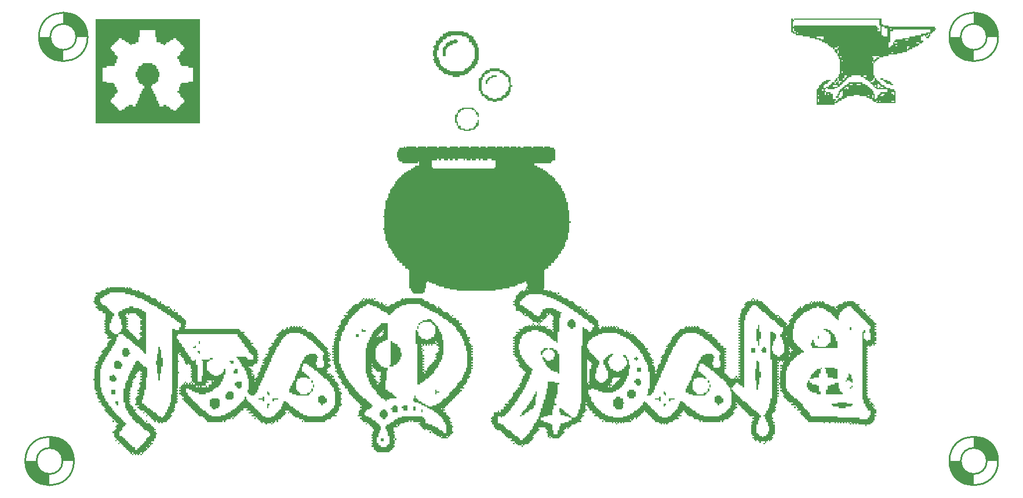
<source format=gbo>
G04 Layer_Color=32896*
%FSLAX24Y24*%
%MOIN*%
G70*
G01*
G75*
%ADD47C,0.0100*%
G36*
X156006Y91601D02*
X156246D01*
Y91521D01*
X156326D01*
Y91441D01*
X156406D01*
Y91361D01*
X156486D01*
Y91281D01*
X156566D01*
Y91201D01*
X156646D01*
Y91121D01*
Y91041D01*
Y90961D01*
Y90881D01*
Y90801D01*
Y90721D01*
X156726D01*
Y90641D01*
X156646D01*
Y90561D01*
Y90481D01*
Y90401D01*
Y90321D01*
X156566D01*
Y90241D01*
Y90161D01*
X156486D01*
Y90081D01*
X156406D01*
Y90001D01*
X156246D01*
Y89921D01*
X156166D01*
Y89841D01*
X155846D01*
Y89761D01*
X155606D01*
Y89841D01*
X155286D01*
Y89921D01*
X155206D01*
Y90001D01*
X155126D01*
Y90081D01*
X154966D01*
Y90161D01*
Y90241D01*
X154886D01*
Y90321D01*
Y90401D01*
X154806D01*
Y90481D01*
Y90561D01*
Y90641D01*
Y90721D01*
Y90801D01*
Y90881D01*
Y90961D01*
Y91041D01*
Y91121D01*
X154886D01*
Y91201D01*
X154966D01*
Y91281D01*
Y91361D01*
X155046D01*
Y91441D01*
X155126D01*
Y91521D01*
X155206D01*
Y91601D01*
X155446D01*
Y91681D01*
X156006D01*
Y91601D01*
D02*
G37*
G36*
X133977Y70220D02*
X133897D01*
Y70300D01*
X133977D01*
Y70220D01*
D02*
G37*
G36*
X163577Y76460D02*
X163497D01*
Y76540D01*
X163577D01*
Y76460D01*
D02*
G37*
G36*
X152057Y70700D02*
X151977D01*
Y70780D01*
X152057D01*
Y70700D01*
D02*
G37*
G36*
X156857Y70060D02*
X156777D01*
Y70140D01*
X156857D01*
Y70060D01*
D02*
G37*
G36*
X154486Y89361D02*
X154566D01*
Y89281D01*
X154646D01*
Y89201D01*
X154726D01*
Y89121D01*
X154806D01*
Y89041D01*
Y88961D01*
Y88881D01*
X154726D01*
Y88961D01*
Y89041D01*
X154646D01*
Y89121D01*
Y89201D01*
X154566D01*
Y89281D01*
X154406D01*
Y89361D01*
X153926D01*
Y89281D01*
X153766D01*
Y89201D01*
X153686D01*
Y89121D01*
X153606D01*
Y89201D01*
Y89281D01*
X153686D01*
Y89361D01*
X153846D01*
Y89441D01*
X154486D01*
Y89361D01*
D02*
G37*
G36*
X171257Y70060D02*
X171177D01*
Y70140D01*
X171257D01*
Y70060D01*
D02*
G37*
G36*
X144697Y76780D02*
X144617D01*
Y76860D01*
X144697D01*
Y76780D01*
D02*
G37*
G36*
X148377Y71180D02*
X148297D01*
Y71260D01*
X148377D01*
Y71180D01*
D02*
G37*
G36*
X135737Y71660D02*
X135657D01*
Y71740D01*
X135737D01*
Y71660D01*
D02*
G37*
G36*
X141977Y71500D02*
X141897D01*
Y71580D01*
X141977D01*
Y71500D01*
D02*
G37*
G36*
X143897Y71820D02*
X143817D01*
Y71900D01*
X143897D01*
Y71820D01*
D02*
G37*
G36*
X135577D02*
X135497D01*
Y71900D01*
X135577D01*
Y71820D01*
D02*
G37*
G36*
X135737Y71340D02*
X135657D01*
Y71420D01*
X135737D01*
Y71340D01*
D02*
G37*
G36*
X133817D02*
X133737D01*
Y71420D01*
X133817D01*
Y71340D01*
D02*
G37*
G36*
X161977D02*
X161897D01*
Y71420D01*
X161977D01*
Y71340D01*
D02*
G37*
G36*
X144697D02*
X144617D01*
Y71420D01*
X144697D01*
Y71340D01*
D02*
G37*
G36*
X161017Y77740D02*
X160937D01*
Y77820D01*
X161017D01*
Y77740D01*
D02*
G37*
G36*
X137337D02*
X137257D01*
Y77820D01*
X137337D01*
Y77740D01*
D02*
G37*
G36*
X183268Y70502D02*
X183268Y70502D01*
X183453Y70487D01*
X183453Y70487D01*
X183454Y70487D01*
X183674Y70434D01*
X183675Y70434D01*
X183675D01*
X183885Y70347D01*
X183885Y70347D01*
X183886Y70346D01*
X184079Y70228D01*
X184080Y70227D01*
X184080Y70227D01*
X184253Y70080D01*
X184253Y70080D01*
X184253Y70079D01*
X184401Y69907D01*
X184401Y69906D01*
X184401Y69906D01*
X184520Y69712D01*
X184520Y69712D01*
X184520Y69712D01*
X184607Y69502D01*
Y69502D01*
X184607Y69501D01*
X184660Y69280D01*
X184660Y69280D01*
X184660Y69280D01*
X184675Y69095D01*
X184675Y69095D01*
X184675Y69095D01*
X184674Y69093D01*
X184674Y69091D01*
X184673Y69091D01*
X184673Y69091D01*
X184672Y69090D01*
X184670Y69089D01*
X184670Y69089D01*
X184670Y69089D01*
X184668Y69089D01*
X184668Y69089D01*
X184668Y69089D01*
X184020Y69089D01*
X184018Y69090D01*
X184017Y69090D01*
X184016Y69091D01*
X184016Y69091D01*
X184015Y69092D01*
X184015Y69094D01*
X184001Y69227D01*
X183958Y69371D01*
X183887Y69503D01*
X183792Y69619D01*
X183676Y69714D01*
X183544Y69785D01*
X183400Y69828D01*
X183272Y69841D01*
X183272Y69841D01*
X183271Y69841D01*
X183271Y69841D01*
X183270Y69840D01*
X183268Y69839D01*
X183268Y69839D01*
X183268Y69839D01*
X183266Y69840D01*
X183264Y69841D01*
X183264Y69841D01*
X183264Y69841D01*
X183263Y69843D01*
X183262Y69844D01*
X183262Y70496D01*
X183262Y70496D01*
X183262Y70497D01*
X183263Y70498D01*
X183264Y70500D01*
X183264Y70500D01*
X183264Y70500D01*
X183266Y70501D01*
X183268Y70502D01*
X183268Y70502D01*
D02*
G37*
G36*
X177017Y77740D02*
X176937D01*
Y77820D01*
X177017D01*
Y77740D01*
D02*
G37*
G36*
X177337Y77420D02*
X177257D01*
Y77500D01*
X177337D01*
Y77420D01*
D02*
G37*
G36*
X130118Y70502D02*
X130119Y70502D01*
X130303Y70487D01*
X130304Y70487D01*
X130304Y70487D01*
X130525Y70434D01*
X130525Y70434D01*
X130526D01*
X130735Y70347D01*
X130736Y70347D01*
X130736Y70346D01*
X130930Y70228D01*
X130930Y70227D01*
X130930Y70227D01*
X131103Y70080D01*
X131103Y70080D01*
X131104Y70079D01*
X131251Y69907D01*
X131251Y69906D01*
X131251Y69906D01*
X131370Y69712D01*
X131370Y69712D01*
X131370Y69712D01*
X131457Y69502D01*
Y69502D01*
X131458Y69501D01*
X131511Y69280D01*
X131511Y69280D01*
X131511Y69280D01*
X131525Y69095D01*
X131525Y69095D01*
X131525Y69095D01*
X131525Y69093D01*
X131524Y69091D01*
X131524Y69091D01*
X131524Y69091D01*
X131522Y69090D01*
X131520Y69089D01*
X131520Y69089D01*
X131520Y69089D01*
X131518Y69089D01*
X131518Y69089D01*
X131518Y69089D01*
X130870Y69089D01*
X130869Y69090D01*
X130867Y69090D01*
X130867Y69091D01*
X130867Y69091D01*
X130866Y69092D01*
X130865Y69094D01*
X130852Y69227D01*
X130808Y69371D01*
X130738Y69503D01*
X130642Y69619D01*
X130527Y69714D01*
X130394Y69785D01*
X130251Y69828D01*
X130122Y69841D01*
X130122Y69841D01*
X130122Y69841D01*
X130122Y69841D01*
X130120Y69840D01*
X130118Y69839D01*
X130118Y69839D01*
X130118Y69839D01*
X130116Y69840D01*
X130114Y69841D01*
X130114Y69841D01*
X130114Y69841D01*
X130113Y69843D01*
X130113Y69844D01*
X130113Y70496D01*
X130113Y70496D01*
X130113Y70497D01*
X130114Y70498D01*
X130114Y70500D01*
X130115Y70500D01*
X130115Y70500D01*
X130116Y70501D01*
X130118Y70502D01*
X130118Y70502D01*
D02*
G37*
G36*
X161177Y77580D02*
X161097D01*
Y77660D01*
X161177D01*
Y77580D01*
D02*
G37*
G36*
X153337Y77420D02*
X153257D01*
Y77500D01*
X153337D01*
Y77420D01*
D02*
G37*
G36*
X149497Y78060D02*
X149417D01*
Y78140D01*
X149497D01*
Y78060D01*
D02*
G37*
G36*
X158886Y87121D02*
X159126D01*
Y87041D01*
X159206D01*
Y86961D01*
Y86881D01*
Y86801D01*
Y86721D01*
Y86641D01*
Y86561D01*
Y86481D01*
Y86401D01*
X159046D01*
Y86321D01*
X158966D01*
Y86241D01*
X158006D01*
Y86161D01*
Y86081D01*
X158166D01*
Y86001D01*
X158326D01*
Y85921D01*
X158486D01*
Y85841D01*
X158646D01*
Y85761D01*
X158726D01*
Y85681D01*
X158806D01*
Y85601D01*
X158886D01*
Y85521D01*
X159046D01*
Y85441D01*
X159126D01*
Y85361D01*
X159206D01*
Y85281D01*
Y85201D01*
X159286D01*
Y85121D01*
X159366D01*
Y85041D01*
X159446D01*
Y84961D01*
X159526D01*
Y84881D01*
Y84801D01*
X159606D01*
Y84721D01*
Y84641D01*
X159686D01*
Y84561D01*
Y84481D01*
X159766D01*
Y84401D01*
Y84321D01*
Y84241D01*
X159846D01*
Y84161D01*
Y84081D01*
Y84001D01*
X159926D01*
Y83921D01*
Y83841D01*
Y83761D01*
Y83681D01*
Y83601D01*
Y83521D01*
X160006D01*
Y83441D01*
Y83361D01*
Y83281D01*
Y83201D01*
Y83121D01*
Y83041D01*
Y82961D01*
Y82881D01*
X160086D01*
Y82801D01*
X160006D01*
Y82721D01*
Y82641D01*
Y82561D01*
Y82481D01*
Y82401D01*
Y82321D01*
Y82241D01*
X159926D01*
Y82161D01*
Y82081D01*
Y82001D01*
Y81921D01*
Y81841D01*
X159846D01*
Y81761D01*
Y81681D01*
X159766D01*
Y81601D01*
Y81521D01*
Y81441D01*
X159686D01*
Y81361D01*
Y81281D01*
X159606D01*
Y81201D01*
X159526D01*
Y81121D01*
Y81041D01*
X159446D01*
Y80961D01*
X159366D01*
Y80881D01*
Y80801D01*
X159286D01*
Y80721D01*
X159206D01*
Y80641D01*
X159126D01*
Y80561D01*
Y80481D01*
X158966D01*
Y80401D01*
Y80321D01*
X158806D01*
Y80241D01*
Y80161D01*
X158646D01*
Y80081D01*
X158566D01*
Y80001D01*
Y79921D01*
Y79841D01*
Y79761D01*
Y79681D01*
Y79601D01*
Y79521D01*
Y79441D01*
Y79361D01*
Y79281D01*
Y79201D01*
Y79121D01*
Y79041D01*
X158486D01*
Y79020D01*
X158537D01*
Y78940D01*
X158777D01*
Y78860D01*
X158857D01*
Y78940D01*
X158937D01*
Y78860D01*
X159017D01*
Y78780D01*
X159257D01*
Y78700D01*
X159337D01*
Y78620D01*
X159577D01*
Y78540D01*
X159657D01*
Y78460D01*
X159897D01*
Y78380D01*
X159977D01*
Y78300D01*
X160217D01*
Y78220D01*
X160297D01*
Y78140D01*
X160377D01*
Y78060D01*
X160457D01*
Y77980D01*
X160697D01*
Y77900D01*
X160777D01*
Y77820D01*
X160857D01*
Y77740D01*
X160937D01*
Y77660D01*
X161017D01*
Y77580D01*
X161097D01*
Y77500D01*
X161337D01*
Y77420D01*
X161417D01*
Y77340D01*
X161497D01*
Y77260D01*
X161577D01*
Y77180D01*
X161657D01*
Y77100D01*
Y77020D01*
Y76940D01*
X161737D01*
Y76860D01*
X161657D01*
Y76780D01*
X161737D01*
Y76700D01*
X161817D01*
Y76780D01*
X161897D01*
Y76860D01*
X161977D01*
Y76780D01*
X162057D01*
Y76860D01*
X162137D01*
Y76780D01*
X162217D01*
Y76860D01*
X162297D01*
Y76780D01*
X162377D01*
Y76860D01*
X162457D01*
Y76780D01*
X162537D01*
Y76860D01*
X162617D01*
Y76780D01*
X162697D01*
Y76700D01*
X162777D01*
Y76780D01*
X162697D01*
Y76860D01*
X162777D01*
Y76780D01*
X162857D01*
Y76700D01*
X163097D01*
Y76620D01*
X163177D01*
Y76540D01*
X163257D01*
Y76620D01*
X163337D01*
Y76540D01*
X163417D01*
Y76460D01*
X163497D01*
Y76380D01*
X163737D01*
Y76300D01*
X163817D01*
Y76220D01*
X163897D01*
Y76140D01*
X163977D01*
Y76060D01*
X164057D01*
Y75980D01*
X164137D01*
Y75900D01*
X164217D01*
Y75820D01*
X164297D01*
Y75740D01*
X164377D01*
Y75660D01*
Y75580D01*
X164537D01*
Y75500D01*
X164457D01*
Y75420D01*
X164537D01*
Y75340D01*
X164617D01*
Y75260D01*
X164697D01*
Y75180D01*
X164617D01*
Y75100D01*
X164697D01*
Y75020D01*
X164777D01*
Y74940D01*
X164857D01*
Y74860D01*
X164777D01*
Y74780D01*
X164857D01*
Y74700D01*
X164777D01*
Y74620D01*
X164857D01*
Y74540D01*
X164937D01*
Y74460D01*
Y74380D01*
Y74300D01*
X165017D01*
Y74380D01*
X165097D01*
Y74460D01*
Y74540D01*
Y74620D01*
X165177D01*
Y74700D01*
X165257D01*
Y74780D01*
Y74860D01*
Y74940D01*
X165337D01*
Y75020D01*
X165257D01*
Y75100D01*
X165337D01*
Y75180D01*
X165417D01*
Y75260D01*
X165497D01*
Y75340D01*
Y75420D01*
Y75500D01*
X165577D01*
Y75580D01*
X165657D01*
Y75660D01*
X165577D01*
Y75740D01*
X165657D01*
Y75820D01*
X165737D01*
Y75900D01*
X165817D01*
Y75980D01*
Y76060D01*
X165897D01*
Y76140D01*
Y76220D01*
X165977D01*
Y76300D01*
X166057D01*
Y76380D01*
X166137D01*
Y76460D01*
X166217D01*
Y76540D01*
X166297D01*
Y76620D01*
X166377D01*
Y76700D01*
X166617D01*
Y76780D01*
X166697D01*
Y76860D01*
X166777D01*
Y76780D01*
X166857D01*
Y76860D01*
X166937D01*
Y76780D01*
X167017D01*
Y76860D01*
X167097D01*
Y76780D01*
X167177D01*
Y76860D01*
X167257D01*
Y76780D01*
X167337D01*
Y76860D01*
X167417D01*
Y76780D01*
X167497D01*
Y76700D01*
X167737D01*
Y76620D01*
X167817D01*
Y76540D01*
X168057D01*
Y76460D01*
X167977D01*
Y76380D01*
X168217D01*
Y76300D01*
Y76220D01*
X168377D01*
Y76140D01*
X168457D01*
Y76060D01*
X168537D01*
Y75980D01*
Y75900D01*
X168697D01*
Y75820D01*
Y75740D01*
X168857D01*
Y75660D01*
Y75580D01*
X169017D01*
Y75500D01*
X168937D01*
Y75420D01*
X169017D01*
Y75340D01*
X168937D01*
Y75260D01*
X169017D01*
Y75180D01*
X168937D01*
Y75100D01*
X169017D01*
Y75020D01*
X168937D01*
Y74940D01*
X169017D01*
Y74860D01*
X168937D01*
Y74780D01*
X169017D01*
Y74700D01*
X168937D01*
Y74620D01*
X169017D01*
Y74540D01*
X168937D01*
Y74460D01*
X169017D01*
Y74380D01*
X168937D01*
Y74300D01*
Y74220D01*
Y74140D01*
X169017D01*
Y74060D01*
X169097D01*
Y73980D01*
X169177D01*
Y73900D01*
X169257D01*
Y73820D01*
X169497D01*
Y73900D01*
X169577D01*
Y73820D01*
X169657D01*
Y73900D01*
X169577D01*
Y73980D01*
X169657D01*
Y73900D01*
X169737D01*
Y73820D01*
X169817D01*
Y73900D01*
X169737D01*
Y73980D01*
X169817D01*
Y74060D01*
X169737D01*
Y74140D01*
X169817D01*
Y74220D01*
X169737D01*
Y74300D01*
X169817D01*
Y74380D01*
X169737D01*
Y74460D01*
X169817D01*
Y74540D01*
X169737D01*
Y74620D01*
X169817D01*
Y74700D01*
X169737D01*
Y74780D01*
X169817D01*
Y74860D01*
X169737D01*
Y74940D01*
X169817D01*
Y75020D01*
X169737D01*
Y75100D01*
X169817D01*
Y75180D01*
X169737D01*
Y75260D01*
X169817D01*
Y75340D01*
X169737D01*
Y75420D01*
X169817D01*
Y75500D01*
X169737D01*
Y75580D01*
X169817D01*
Y75660D01*
X169737D01*
Y75740D01*
X169817D01*
Y75820D01*
X169737D01*
Y75900D01*
X169817D01*
Y75980D01*
X169737D01*
Y76060D01*
X169817D01*
Y76140D01*
X169737D01*
Y76220D01*
X169817D01*
Y76300D01*
X169737D01*
Y76380D01*
X169817D01*
Y76460D01*
X169737D01*
Y76540D01*
X169817D01*
Y76620D01*
X169737D01*
Y76700D01*
X169817D01*
Y76780D01*
X169737D01*
Y76860D01*
X169817D01*
Y76940D01*
X169737D01*
Y77020D01*
X169817D01*
Y77100D01*
X169737D01*
Y77180D01*
X169817D01*
Y77260D01*
X169737D01*
Y77340D01*
X169817D01*
Y77420D01*
Y77500D01*
Y77580D01*
X169897D01*
Y77660D01*
Y77740D01*
Y77820D01*
X169977D01*
Y77900D01*
X170057D01*
Y77980D01*
X170137D01*
Y78060D01*
X170057D01*
Y78140D01*
X170137D01*
Y78220D01*
X170217D01*
Y78300D01*
X170457D01*
Y78380D01*
X170537D01*
Y78300D01*
X170617D01*
Y78380D01*
X170537D01*
Y78460D01*
X170617D01*
Y78380D01*
X170697D01*
Y78300D01*
X170777D01*
Y78380D01*
X170857D01*
Y78300D01*
X171097D01*
Y78220D01*
X171177D01*
Y78140D01*
X171257D01*
Y78060D01*
X171337D01*
Y77980D01*
X171417D01*
Y77900D01*
X171497D01*
Y77820D01*
X171577D01*
Y77740D01*
X171657D01*
Y77660D01*
X171737D01*
Y77580D01*
X171817D01*
Y77500D01*
X172057D01*
Y77420D01*
X172137D01*
Y77340D01*
X172217D01*
Y77260D01*
X172297D01*
Y77180D01*
X172377D01*
Y77100D01*
X172457D01*
Y77020D01*
X172537D01*
Y76940D01*
X172617D01*
Y77020D01*
X172697D01*
Y77100D01*
X172617D01*
Y77180D01*
X172697D01*
Y77260D01*
X172777D01*
Y77340D01*
X172857D01*
Y77420D01*
X172777D01*
Y77500D01*
X172857D01*
Y77580D01*
X172937D01*
Y77660D01*
X173017D01*
Y77740D01*
X173097D01*
Y77820D01*
X173177D01*
Y77900D01*
X173257D01*
Y77980D01*
X173337D01*
Y77900D01*
X173417D01*
Y77980D01*
X173497D01*
Y78060D01*
X173577D01*
Y78140D01*
X173817D01*
Y78220D01*
X173897D01*
Y78140D01*
X173977D01*
Y78220D01*
X173897D01*
Y78300D01*
X173977D01*
Y78220D01*
X174057D01*
Y78300D01*
X174137D01*
Y78220D01*
X174217D01*
Y78300D01*
X174297D01*
Y78220D01*
X174377D01*
Y78300D01*
X174457D01*
Y78220D01*
X174537D01*
Y78300D01*
X174617D01*
Y78220D01*
X174697D01*
Y78140D01*
X174937D01*
Y78060D01*
X175017D01*
Y77980D01*
X175257D01*
Y77900D01*
X175337D01*
Y77820D01*
X175417D01*
Y77900D01*
X175337D01*
Y77980D01*
X175417D01*
Y78060D01*
X175497D01*
Y78140D01*
X175737D01*
Y78220D01*
X175817D01*
Y78300D01*
X175897D01*
Y78220D01*
X175977D01*
Y78300D01*
X176377D01*
Y78220D01*
X176457D01*
Y78140D01*
X176697D01*
Y78060D01*
X176617D01*
Y77980D01*
X176697D01*
Y77900D01*
X176777D01*
Y77820D01*
X176857D01*
Y77740D01*
X176937D01*
Y77660D01*
X177017D01*
Y77580D01*
X177097D01*
Y77500D01*
X177177D01*
Y77420D01*
X177257D01*
Y77340D01*
X177337D01*
Y77260D01*
X177417D01*
Y77180D01*
X177497D01*
Y77100D01*
X177577D01*
Y77020D01*
X177657D01*
Y76940D01*
X177577D01*
Y76860D01*
X177657D01*
Y76780D01*
X177577D01*
Y76700D01*
X177657D01*
Y76620D01*
X177577D01*
Y76540D01*
X177657D01*
Y76460D01*
Y76380D01*
Y76300D01*
X177577D01*
Y76220D01*
X177657D01*
Y76140D01*
Y76060D01*
Y75980D01*
X177577D01*
Y75900D01*
X177657D01*
Y75820D01*
X177577D01*
Y75740D01*
X177497D01*
Y75820D01*
X177417D01*
Y75740D01*
X177337D01*
Y75660D01*
X177257D01*
Y75740D01*
X177177D01*
Y75660D01*
X177097D01*
Y75580D01*
X177177D01*
Y75500D01*
X177097D01*
Y75420D01*
X177177D01*
Y75340D01*
X177097D01*
Y75260D01*
X177177D01*
Y75180D01*
X177097D01*
Y75100D01*
X177177D01*
Y75020D01*
X177097D01*
Y74940D01*
X177177D01*
Y74860D01*
X177097D01*
Y74780D01*
X177177D01*
Y74700D01*
X177097D01*
Y74620D01*
X177177D01*
Y74540D01*
X177097D01*
Y74460D01*
X177177D01*
Y74380D01*
X177097D01*
Y74300D01*
X177177D01*
Y74220D01*
X177097D01*
Y74140D01*
X177177D01*
Y74060D01*
X177097D01*
Y73980D01*
X177177D01*
Y73900D01*
X177097D01*
Y73820D01*
X177177D01*
Y73740D01*
X177097D01*
Y73660D01*
X177177D01*
Y73580D01*
X177097D01*
Y73500D01*
X177177D01*
Y73420D01*
X177097D01*
Y73340D01*
X177177D01*
Y73260D01*
X177097D01*
Y73180D01*
X177177D01*
Y73100D01*
X177097D01*
Y73020D01*
X177177D01*
Y72940D01*
X177097D01*
Y72860D01*
X177177D01*
Y72780D01*
Y72700D01*
X177337D01*
Y72620D01*
X177257D01*
Y72540D01*
X177337D01*
Y72460D01*
X177417D01*
Y72380D01*
X177497D01*
Y72300D01*
X177577D01*
Y72220D01*
X177497D01*
Y72300D01*
X177417D01*
Y72220D01*
X177497D01*
Y72140D01*
X177577D01*
Y72060D01*
X177657D01*
Y71980D01*
Y71900D01*
Y71820D01*
X177577D01*
Y71740D01*
X177657D01*
Y71660D01*
X177577D01*
Y71580D01*
Y71500D01*
Y71420D01*
X177497D01*
Y71340D01*
X177417D01*
Y71260D01*
X177337D01*
Y71180D01*
X177097D01*
Y71100D01*
X177017D01*
Y71180D01*
X176617D01*
Y71260D01*
X176537D01*
Y71180D01*
X176457D01*
Y71260D01*
X176377D01*
Y71180D01*
X176297D01*
Y71260D01*
X176217D01*
Y71340D01*
X176137D01*
Y71260D01*
X176217D01*
Y71180D01*
X176137D01*
Y71260D01*
X176057D01*
Y71340D01*
X175977D01*
Y71260D01*
X175897D01*
Y71340D01*
X175817D01*
Y71260D01*
X175737D01*
Y71340D01*
X175657D01*
Y71260D01*
X175577D01*
Y71340D01*
X175497D01*
Y71260D01*
X175417D01*
Y71340D01*
X175337D01*
Y71260D01*
X175257D01*
Y71340D01*
X175017D01*
Y71260D01*
X174937D01*
Y71340D01*
X174697D01*
Y71260D01*
X174617D01*
Y71340D01*
X173737D01*
Y71420D01*
X173657D01*
Y71500D01*
X173577D01*
Y71580D01*
X173497D01*
Y71660D01*
X173417D01*
Y71740D01*
X173337D01*
Y71820D01*
X173257D01*
Y71900D01*
X173337D01*
Y71980D01*
X173097D01*
Y72060D01*
X173177D01*
Y72140D01*
X173097D01*
Y72220D01*
X173017D01*
Y72300D01*
X172777D01*
Y72380D01*
X172857D01*
Y72460D01*
X172617D01*
Y72540D01*
X172537D01*
Y72620D01*
X172457D01*
Y72700D01*
X172377D01*
Y72780D01*
X172297D01*
Y72860D01*
X172377D01*
Y72940D01*
X172297D01*
Y73020D01*
X172217D01*
Y73100D01*
X172137D01*
Y73180D01*
X172217D01*
Y73260D01*
X172137D01*
Y73340D01*
Y73420D01*
Y73500D01*
X172057D01*
Y73580D01*
X171977D01*
Y73500D01*
X172057D01*
Y73420D01*
X171977D01*
Y73340D01*
X172057D01*
Y73260D01*
X171977D01*
Y73180D01*
X172057D01*
Y73100D01*
X171977D01*
Y73020D01*
X172057D01*
Y72940D01*
X171977D01*
Y72860D01*
X172057D01*
Y72780D01*
X171977D01*
Y72700D01*
Y72620D01*
Y72540D01*
Y72460D01*
Y72380D01*
X171897D01*
Y72300D01*
X171817D01*
Y72220D01*
X171897D01*
Y72140D01*
X171817D01*
Y72060D01*
X171897D01*
Y71980D01*
X171817D01*
Y71900D01*
X171737D01*
Y71820D01*
X171657D01*
Y71740D01*
Y71660D01*
Y71580D01*
X171737D01*
Y71500D01*
X171657D01*
Y71420D01*
X171737D01*
Y71340D01*
X171817D01*
Y71260D01*
X171737D01*
Y71180D01*
X171817D01*
Y71100D01*
Y71020D01*
Y70940D01*
Y70860D01*
Y70780D01*
Y70700D01*
Y70620D01*
X171737D01*
Y70540D01*
X171657D01*
Y70460D01*
X171737D01*
Y70380D01*
X171657D01*
Y70300D01*
X171577D01*
Y70220D01*
X171497D01*
Y70300D01*
X171417D01*
Y70220D01*
X171337D01*
Y70140D01*
X171257D01*
Y70220D01*
X171017D01*
Y70140D01*
X170937D01*
Y70220D01*
X170857D01*
Y70300D01*
X170777D01*
Y70220D01*
X170697D01*
Y70300D01*
X170617D01*
Y70380D01*
X170537D01*
Y70460D01*
X170617D01*
Y70540D01*
X170537D01*
Y70620D01*
X170457D01*
Y70700D01*
Y70780D01*
Y70860D01*
Y70940D01*
Y71020D01*
Y71100D01*
Y71180D01*
X170537D01*
Y71260D01*
X170457D01*
Y71340D01*
X170537D01*
Y71420D01*
X170617D01*
Y71500D01*
X170537D01*
Y71580D01*
X170617D01*
Y71660D01*
X170377D01*
Y71740D01*
X170297D01*
Y71820D01*
X170217D01*
Y71900D01*
X170137D01*
Y71980D01*
X170057D01*
Y72060D01*
X169977D01*
Y72140D01*
X169897D01*
Y72220D01*
X169817D01*
Y72300D01*
X169737D01*
Y72380D01*
X169657D01*
Y72460D01*
X169577D01*
Y72380D01*
X169657D01*
Y72300D01*
X169577D01*
Y72220D01*
X169657D01*
Y72140D01*
X169577D01*
Y72060D01*
X169497D01*
Y71980D01*
X169417D01*
Y71900D01*
X169497D01*
Y71820D01*
X169417D01*
Y71740D01*
X169337D01*
Y71660D01*
X169257D01*
Y71580D01*
X169177D01*
Y71500D01*
X168937D01*
Y71420D01*
X168857D01*
Y71340D01*
X168777D01*
Y71420D01*
X168697D01*
Y71340D01*
X167657D01*
Y71420D01*
X167577D01*
Y71340D01*
X167497D01*
Y71420D01*
X167417D01*
Y71500D01*
X167177D01*
Y71580D01*
X167097D01*
Y71660D01*
X166857D01*
Y71740D01*
X166777D01*
Y71820D01*
X166697D01*
Y71900D01*
X166617D01*
Y71980D01*
X166537D01*
Y71900D01*
X166457D01*
Y71820D01*
X166377D01*
Y71740D01*
X166457D01*
Y71660D01*
X166217D01*
Y71580D01*
X166297D01*
Y71500D01*
X166057D01*
Y71420D01*
X165977D01*
Y71340D01*
X165737D01*
Y71260D01*
X165657D01*
Y71180D01*
X165577D01*
Y71260D01*
X165497D01*
Y71180D01*
X165417D01*
Y71260D01*
X165337D01*
Y71180D01*
X165257D01*
Y71260D01*
X165177D01*
Y71340D01*
X164937D01*
Y71420D01*
X164857D01*
Y71500D01*
X164777D01*
Y71580D01*
X164697D01*
Y71660D01*
X164617D01*
Y71740D01*
X164537D01*
Y71820D01*
X164457D01*
Y71900D01*
X164377D01*
Y71980D01*
X164297D01*
Y71900D01*
X164217D01*
Y71820D01*
X164137D01*
Y71740D01*
X164057D01*
Y71660D01*
X163977D01*
Y71580D01*
X163897D01*
Y71500D01*
X163817D01*
Y71580D01*
X163737D01*
Y71500D01*
X163657D01*
Y71420D01*
X163577D01*
Y71500D01*
X163497D01*
Y71420D01*
X163577D01*
Y71340D01*
X163177D01*
Y71260D01*
X163097D01*
Y71340D01*
X163017D01*
Y71260D01*
X162937D01*
Y71340D01*
X162857D01*
Y71260D01*
X162777D01*
Y71340D01*
X162697D01*
Y71260D01*
X162777D01*
Y71180D01*
X162697D01*
Y71260D01*
X162617D01*
Y71340D01*
X162537D01*
Y71260D01*
X162457D01*
Y71340D01*
X162057D01*
Y71420D01*
X161977D01*
Y71500D01*
X161737D01*
Y71580D01*
X161657D01*
Y71660D01*
X161417D01*
Y71740D01*
X161497D01*
Y71820D01*
X161337D01*
Y71900D01*
Y71980D01*
X161177D01*
Y72060D01*
Y72140D01*
X161097D01*
Y72220D01*
X161017D01*
Y72300D01*
X160937D01*
Y72220D01*
Y72140D01*
Y72060D01*
X161017D01*
Y71980D01*
X160937D01*
Y71900D01*
X160857D01*
Y71820D01*
X160777D01*
Y71740D01*
X160857D01*
Y71660D01*
X160777D01*
Y71580D01*
X160697D01*
Y71500D01*
X160617D01*
Y71420D01*
X160697D01*
Y71340D01*
X160457D01*
Y71260D01*
X160377D01*
Y71180D01*
X160137D01*
Y71100D01*
X160057D01*
Y71020D01*
X159977D01*
Y70940D01*
X159897D01*
Y71020D01*
X159817D01*
Y70940D01*
X159737D01*
Y70860D01*
X159657D01*
Y70780D01*
X159737D01*
Y70700D01*
X159657D01*
Y70620D01*
X159577D01*
Y70540D01*
X159497D01*
Y70460D01*
X159417D01*
Y70380D01*
X159017D01*
Y70460D01*
X158937D01*
Y70540D01*
X158857D01*
Y70460D01*
X158937D01*
Y70380D01*
X158857D01*
Y70460D01*
X158777D01*
Y70540D01*
Y70620D01*
Y70700D01*
X158697D01*
Y70780D01*
X158777D01*
Y70860D01*
X158697D01*
Y70940D01*
X158617D01*
Y71020D01*
X158217D01*
Y70940D01*
X158297D01*
Y70860D01*
X158217D01*
Y70780D01*
X158137D01*
Y70700D01*
X158057D01*
Y70620D01*
X157977D01*
Y70540D01*
X157897D01*
Y70460D01*
X157977D01*
Y70380D01*
X157897D01*
Y70300D01*
X157817D01*
Y70220D01*
X157737D01*
Y70140D01*
X157657D01*
Y70060D01*
X157417D01*
Y69980D01*
X157337D01*
Y70060D01*
X157257D01*
Y69980D01*
X157337D01*
Y69900D01*
X157257D01*
Y69980D01*
X157017D01*
Y70060D01*
X156937D01*
Y70140D01*
X156857D01*
Y70220D01*
X156617D01*
Y70300D01*
X156697D01*
Y70380D01*
X156457D01*
Y70460D01*
X156377D01*
Y70540D01*
X156297D01*
Y70620D01*
X156217D01*
Y70700D01*
X156137D01*
Y70780D01*
X156057D01*
Y70860D01*
X155817D01*
Y70940D01*
X155737D01*
Y71020D01*
X155657D01*
Y71100D01*
Y71180D01*
X155577D01*
Y71260D01*
Y71340D01*
X155497D01*
Y71420D01*
X155577D01*
Y71500D01*
X155497D01*
Y71580D01*
X155577D01*
Y71660D01*
X155657D01*
Y71740D01*
Y71820D01*
Y71900D01*
X155897D01*
Y71980D01*
X155977D01*
Y71900D01*
X156057D01*
Y71980D01*
Y72060D01*
X156217D01*
Y72140D01*
Y72220D01*
X156377D01*
Y72300D01*
X156297D01*
Y72380D01*
X156537D01*
Y72460D01*
X156457D01*
Y72540D01*
X156537D01*
Y72620D01*
X156617D01*
Y72700D01*
X156697D01*
Y72780D01*
X156777D01*
Y72860D01*
Y72940D01*
Y73020D01*
X156857D01*
Y73100D01*
X156937D01*
Y73180D01*
X157017D01*
Y73260D01*
Y73340D01*
X157177D01*
Y73420D01*
X157097D01*
Y73500D01*
X157177D01*
Y73580D01*
X157257D01*
Y73660D01*
Y73740D01*
Y73820D01*
X157337D01*
Y73900D01*
Y73980D01*
X157417D01*
Y74060D01*
Y74140D01*
X157497D01*
Y74220D01*
X157417D01*
Y74300D01*
X157337D01*
Y74380D01*
X157257D01*
Y74460D01*
X157177D01*
Y74540D01*
X157097D01*
Y74620D01*
X157177D01*
Y74700D01*
X157097D01*
Y74780D01*
X157017D01*
Y74860D01*
X156937D01*
Y74940D01*
X157017D01*
Y75020D01*
X156937D01*
Y75100D01*
X156857D01*
Y75180D01*
X156777D01*
Y75260D01*
X156857D01*
Y75340D01*
X156777D01*
Y75420D01*
X156857D01*
Y75500D01*
X156777D01*
Y75580D01*
X156857D01*
Y75660D01*
X156777D01*
Y75740D01*
X156857D01*
Y75820D01*
X156777D01*
Y75900D01*
X156857D01*
Y75980D01*
X156777D01*
Y76060D01*
X156857D01*
Y76140D01*
X156777D01*
Y76220D01*
X156857D01*
Y76300D01*
X156937D01*
Y76380D01*
X157017D01*
Y76460D01*
X156937D01*
Y76540D01*
X157177D01*
Y76620D01*
X157097D01*
Y76700D01*
X157337D01*
Y76780D01*
X157417D01*
Y76860D01*
X157657D01*
Y76940D01*
X157737D01*
Y76860D01*
X157817D01*
Y76940D01*
X157897D01*
Y76860D01*
X157977D01*
Y76940D01*
X157897D01*
Y77020D01*
X157977D01*
Y76940D01*
X158057D01*
Y76860D01*
X158137D01*
Y76940D01*
X158217D01*
Y76860D01*
X158297D01*
Y76940D01*
X158217D01*
Y77020D01*
X158137D01*
Y77100D01*
X157897D01*
Y77180D01*
X157817D01*
Y77260D01*
X157737D01*
Y77340D01*
X157657D01*
Y77420D01*
X157417D01*
Y77500D01*
X157337D01*
Y77580D01*
X157257D01*
Y77660D01*
X157177D01*
Y77740D01*
X156937D01*
Y77820D01*
Y77900D01*
Y77980D01*
X156857D01*
Y78060D01*
X156777D01*
Y78140D01*
X156857D01*
Y78220D01*
X156777D01*
Y78300D01*
X156857D01*
Y78380D01*
X156937D01*
Y78460D01*
Y78540D01*
Y78620D01*
X157017D01*
Y78700D01*
X157097D01*
Y78780D01*
X157177D01*
Y78860D01*
X157257D01*
Y78940D01*
X157337D01*
Y78860D01*
X157417D01*
Y78940D01*
X157497D01*
Y79020D01*
X157577D01*
Y78940D01*
X157657D01*
Y78961D01*
X157606D01*
Y79041D01*
X157526D01*
Y79121D01*
X157606D01*
Y79201D01*
Y79281D01*
X157526D01*
Y79361D01*
Y79441D01*
X157446D01*
Y79361D01*
X157286D01*
Y79281D01*
X157046D01*
Y79201D01*
X156886D01*
Y79121D01*
X156566D01*
Y79041D01*
X156166D01*
Y78961D01*
X155766D01*
Y78881D01*
X153526D01*
Y78961D01*
X153126D01*
Y79041D01*
X152806D01*
Y79121D01*
X152486D01*
Y79201D01*
X152326D01*
Y79281D01*
X152086D01*
Y79361D01*
X151926D01*
Y79441D01*
X151846D01*
Y79361D01*
X151766D01*
Y79281D01*
Y79201D01*
Y79121D01*
Y79041D01*
X151686D01*
Y78961D01*
Y78881D01*
Y78801D01*
X151606D01*
Y78721D01*
X151046D01*
Y78801D01*
X150966D01*
Y78881D01*
X150886D01*
Y78961D01*
Y79041D01*
X150806D01*
Y79121D01*
Y79201D01*
Y79281D01*
Y79361D01*
Y79441D01*
Y79521D01*
Y79601D01*
Y79681D01*
Y79761D01*
Y79841D01*
Y79921D01*
Y80001D01*
Y80081D01*
X150726D01*
Y80161D01*
X150566D01*
Y80241D01*
Y80321D01*
X150406D01*
Y80401D01*
Y80481D01*
X150246D01*
Y80561D01*
Y80641D01*
X150086D01*
Y80721D01*
Y80801D01*
X150006D01*
Y80881D01*
X149926D01*
Y80961D01*
Y81041D01*
X149846D01*
Y81121D01*
Y81201D01*
X149766D01*
Y81281D01*
X149686D01*
Y81361D01*
X149606D01*
Y81441D01*
Y81521D01*
Y81601D01*
X149526D01*
Y81681D01*
Y81761D01*
X149446D01*
Y81841D01*
Y81921D01*
Y82001D01*
Y82081D01*
Y82161D01*
X149366D01*
Y82241D01*
Y82321D01*
Y82401D01*
X149286D01*
Y82481D01*
X149366D01*
Y82561D01*
Y82641D01*
Y82721D01*
Y82801D01*
Y82881D01*
Y82961D01*
Y83041D01*
Y83121D01*
X149286D01*
Y83201D01*
X149366D01*
Y83281D01*
Y83361D01*
Y83441D01*
Y83521D01*
Y83601D01*
X149446D01*
Y83681D01*
Y83761D01*
Y83841D01*
Y83921D01*
Y84001D01*
Y84081D01*
X149526D01*
Y84161D01*
Y84241D01*
X149606D01*
Y84321D01*
Y84401D01*
Y84481D01*
X149686D01*
Y84561D01*
Y84641D01*
Y84721D01*
X149766D01*
Y84801D01*
X149846D01*
Y84881D01*
X149926D01*
Y84961D01*
Y85041D01*
X150006D01*
Y85121D01*
Y85201D01*
X150086D01*
Y85281D01*
X150166D01*
Y85361D01*
X150246D01*
Y85441D01*
X150326D01*
Y85521D01*
X150406D01*
Y85601D01*
X150486D01*
Y85681D01*
X150646D01*
Y85761D01*
X150726D01*
Y85841D01*
X150886D01*
Y85921D01*
X151046D01*
Y86001D01*
X151126D01*
Y86081D01*
X151366D01*
Y86161D01*
Y86241D01*
Y86321D01*
X151286D01*
Y86241D01*
X150406D01*
Y86321D01*
X150246D01*
Y86401D01*
X150166D01*
Y86481D01*
Y86561D01*
X150086D01*
Y86641D01*
Y86721D01*
Y86801D01*
Y86881D01*
X150166D01*
Y86961D01*
Y87041D01*
X150246D01*
Y87121D01*
X150486D01*
Y87201D01*
X150566D01*
Y87121D01*
X150646D01*
Y87201D01*
X151206D01*
Y87121D01*
X151286D01*
Y87201D01*
X151766D01*
Y87121D01*
X151846D01*
Y87201D01*
X152406D01*
Y87121D01*
X152486D01*
Y87201D01*
X152966D01*
Y87121D01*
X153126D01*
Y87201D01*
X153606D01*
Y87121D01*
X153686D01*
Y87201D01*
X154246D01*
Y87121D01*
X154326D01*
Y87201D01*
X154806D01*
Y87121D01*
X154886D01*
Y87201D01*
X155206D01*
Y87121D01*
X155286D01*
Y87201D01*
X155766D01*
Y87121D01*
X155846D01*
Y87201D01*
X156166D01*
Y87121D01*
X156246D01*
Y87201D01*
X156566D01*
Y87121D01*
X156646D01*
Y87201D01*
X156966D01*
Y87121D01*
X157046D01*
Y87201D01*
X157206D01*
Y87121D01*
X157366D01*
Y87201D01*
X157846D01*
Y87121D01*
X157926D01*
Y87201D01*
X158486D01*
Y87121D01*
X158566D01*
Y87201D01*
X158886D01*
Y87121D01*
D02*
G37*
G36*
X134137Y70060D02*
X134057D01*
Y70140D01*
X134137D01*
Y70060D01*
D02*
G37*
G36*
X138750Y94463D02*
Y94383D01*
Y94303D01*
Y94223D01*
Y94143D01*
Y94063D01*
Y93983D01*
Y93903D01*
Y93823D01*
Y93743D01*
Y93663D01*
Y93583D01*
Y93503D01*
Y93423D01*
Y93343D01*
Y93263D01*
Y93183D01*
Y93103D01*
Y93023D01*
Y92943D01*
Y92863D01*
Y92783D01*
Y92703D01*
Y92623D01*
Y92543D01*
Y92463D01*
Y92383D01*
Y92303D01*
Y92223D01*
Y92143D01*
Y92063D01*
Y91983D01*
Y91903D01*
Y91823D01*
Y91743D01*
Y91663D01*
Y91583D01*
Y91503D01*
Y91423D01*
Y91343D01*
Y91263D01*
Y91183D01*
Y91103D01*
Y91023D01*
Y90943D01*
Y90863D01*
Y90783D01*
Y90703D01*
Y90623D01*
Y90543D01*
Y90463D01*
Y90383D01*
Y90303D01*
Y90223D01*
Y90143D01*
Y90063D01*
Y89983D01*
Y89903D01*
Y89823D01*
Y89743D01*
Y89663D01*
Y89583D01*
Y89503D01*
Y89423D01*
Y89343D01*
Y89263D01*
Y89183D01*
Y89103D01*
Y89023D01*
Y88943D01*
Y88863D01*
Y88783D01*
Y88703D01*
Y88623D01*
Y88543D01*
X132750D01*
Y88623D01*
Y88703D01*
Y88783D01*
Y88863D01*
Y88943D01*
Y89023D01*
Y89103D01*
Y89183D01*
Y89263D01*
Y89343D01*
Y89423D01*
Y89503D01*
Y89583D01*
Y89663D01*
Y89743D01*
Y89823D01*
Y89903D01*
Y89983D01*
Y90063D01*
Y90143D01*
Y90223D01*
Y90303D01*
Y90383D01*
Y90463D01*
Y90543D01*
Y90623D01*
Y90703D01*
Y90783D01*
Y90863D01*
Y90943D01*
Y91023D01*
Y91103D01*
Y91183D01*
Y91263D01*
Y91343D01*
Y91423D01*
Y91503D01*
Y91583D01*
Y91663D01*
Y91743D01*
Y91823D01*
Y91903D01*
Y91983D01*
Y92063D01*
Y92143D01*
Y92223D01*
Y92303D01*
Y92383D01*
Y92463D01*
Y92543D01*
Y92623D01*
Y92703D01*
Y92783D01*
Y92863D01*
Y92943D01*
Y93023D01*
Y93103D01*
Y93183D01*
Y93263D01*
Y93343D01*
Y93423D01*
Y93503D01*
Y93583D01*
Y93663D01*
Y93743D01*
Y93823D01*
Y93903D01*
Y93983D01*
Y94063D01*
Y94143D01*
Y94223D01*
Y94303D01*
Y94383D01*
Y94463D01*
Y94543D01*
X138750D01*
Y94463D01*
D02*
G37*
G36*
X153606Y89041D02*
Y88961D01*
Y88881D01*
X153526D01*
Y88801D01*
Y88721D01*
Y88641D01*
X153606D01*
Y88561D01*
Y88481D01*
Y88401D01*
X153766D01*
Y88321D01*
Y88241D01*
X154006D01*
Y88161D01*
X154246D01*
Y88241D01*
X154486D01*
Y88321D01*
X154566D01*
Y88401D01*
X154646D01*
Y88481D01*
Y88561D01*
X154726D01*
Y88641D01*
Y88721D01*
X154806D01*
Y88641D01*
Y88561D01*
Y88481D01*
Y88401D01*
X154726D01*
Y88321D01*
X154646D01*
Y88241D01*
X154566D01*
Y88161D01*
X154326D01*
Y88081D01*
X153926D01*
Y88161D01*
X153686D01*
Y88241D01*
X153606D01*
Y88321D01*
Y88401D01*
X153526D01*
Y88481D01*
Y88561D01*
X153446D01*
Y88641D01*
Y88721D01*
Y88801D01*
Y88881D01*
Y88961D01*
Y89041D01*
X153526D01*
Y89121D01*
X153606D01*
Y89041D01*
D02*
G37*
G36*
X151577Y78380D02*
X151657D01*
Y78300D01*
X151897D01*
Y78220D01*
X151977D01*
Y78140D01*
X152217D01*
Y78060D01*
X152297D01*
Y77980D01*
X152377D01*
Y77900D01*
X152457D01*
Y77980D01*
X152537D01*
Y77900D01*
X152617D01*
Y77820D01*
X152697D01*
Y77740D01*
X152777D01*
Y77660D01*
X153017D01*
Y77580D01*
X153097D01*
Y77500D01*
X153177D01*
Y77420D01*
X153257D01*
Y77340D01*
X153497D01*
Y77260D01*
Y77180D01*
X153657D01*
Y77100D01*
Y77020D01*
X153817D01*
Y76940D01*
X153737D01*
Y76860D01*
X153817D01*
Y76780D01*
X153897D01*
Y76700D01*
X153977D01*
Y76620D01*
X154057D01*
Y76540D01*
Y76460D01*
Y76380D01*
X154137D01*
Y76300D01*
Y76220D01*
X154297D01*
Y76140D01*
X154217D01*
Y76060D01*
X154297D01*
Y75980D01*
X154217D01*
Y75900D01*
X154297D01*
Y75820D01*
X154377D01*
Y75740D01*
X154457D01*
Y75660D01*
X154377D01*
Y75580D01*
X154457D01*
Y75500D01*
X154377D01*
Y75420D01*
X154457D01*
Y75340D01*
X154377D01*
Y75260D01*
X154457D01*
Y75180D01*
X154377D01*
Y75100D01*
X154457D01*
Y75020D01*
Y74940D01*
Y74860D01*
X154377D01*
Y74780D01*
X154457D01*
Y74700D01*
X154377D01*
Y74620D01*
X154457D01*
Y74540D01*
X154377D01*
Y74460D01*
X154457D01*
Y74380D01*
X154377D01*
Y74300D01*
Y74220D01*
Y74140D01*
X154297D01*
Y74060D01*
X154217D01*
Y73980D01*
X154297D01*
Y73900D01*
X154217D01*
Y73820D01*
X154137D01*
Y73740D01*
Y73660D01*
Y73580D01*
X154057D01*
Y73500D01*
X153977D01*
Y73420D01*
X153897D01*
Y73340D01*
X153977D01*
Y73260D01*
X153737D01*
Y73180D01*
X153817D01*
Y73100D01*
X153737D01*
Y73020D01*
X153657D01*
Y72940D01*
X153577D01*
Y72860D01*
X153497D01*
Y72780D01*
X153417D01*
Y72700D01*
X153337D01*
Y72620D01*
X153257D01*
Y72540D01*
X153177D01*
Y72460D01*
X153097D01*
Y72380D01*
X153017D01*
Y72300D01*
X152937D01*
Y72220D01*
X152857D01*
Y72140D01*
X152777D01*
Y72060D01*
X152857D01*
Y71980D01*
X152777D01*
Y71900D01*
X152937D01*
Y71820D01*
Y71740D01*
X153017D01*
Y71660D01*
X153097D01*
Y71580D01*
X153177D01*
Y71500D01*
X153097D01*
Y71420D01*
X153177D01*
Y71340D01*
X153257D01*
Y71260D01*
X153177D01*
Y71180D01*
X153257D01*
Y71100D01*
X153337D01*
Y71020D01*
X153257D01*
Y70940D01*
Y70860D01*
Y70780D01*
X153337D01*
Y70700D01*
X153257D01*
Y70620D01*
X153177D01*
Y70540D01*
X153097D01*
Y70460D01*
X153017D01*
Y70540D01*
X152937D01*
Y70460D01*
X153017D01*
Y70380D01*
X152617D01*
Y70460D01*
X152537D01*
Y70540D01*
X152377D01*
Y70620D01*
X152217D01*
Y70700D01*
X152137D01*
Y70780D01*
X152057D01*
Y70860D01*
X151817D01*
Y70940D01*
X151737D01*
Y70860D01*
X151657D01*
Y70940D01*
X151577D01*
Y71020D01*
X151497D01*
Y71100D01*
X151417D01*
Y71180D01*
X151337D01*
Y71260D01*
X151417D01*
Y71340D01*
X151017D01*
Y71420D01*
X150937D01*
Y71340D01*
X150857D01*
Y71420D01*
X150777D01*
Y71340D01*
X150537D01*
Y71260D01*
X150297D01*
Y71180D01*
X150217D01*
Y71100D01*
X150137D01*
Y71180D01*
X150057D01*
Y71100D01*
X150137D01*
Y71020D01*
X149897D01*
Y70940D01*
Y70860D01*
Y70780D01*
X149977D01*
Y70700D01*
X149897D01*
Y70620D01*
X149977D01*
Y70540D01*
Y70460D01*
Y70380D01*
X150057D01*
Y70300D01*
X149977D01*
Y70380D01*
X149897D01*
Y70300D01*
X149977D01*
Y70220D01*
Y70140D01*
Y70060D01*
X149897D01*
Y69980D01*
X149977D01*
Y69900D01*
X149897D01*
Y69820D01*
X149817D01*
Y69740D01*
X149737D01*
Y69660D01*
X149657D01*
Y69580D01*
X148937D01*
Y69660D01*
X148857D01*
Y69740D01*
X148777D01*
Y69820D01*
Y69900D01*
X148617D01*
Y69980D01*
X148697D01*
Y70060D01*
X148617D01*
Y70140D01*
X148697D01*
Y70220D01*
X148617D01*
Y70300D01*
X148697D01*
Y70380D01*
X148617D01*
Y70460D01*
X148697D01*
Y70540D01*
X148617D01*
Y70620D01*
X148697D01*
Y70700D01*
Y70780D01*
X148777D01*
Y70860D01*
Y70940D01*
X148697D01*
Y71020D01*
X148617D01*
Y71100D01*
X148537D01*
Y71180D01*
X148457D01*
Y71260D01*
X148377D01*
Y71340D01*
X148137D01*
Y71420D01*
X148057D01*
Y71500D01*
X147977D01*
Y71580D01*
X148057D01*
Y71660D01*
X147817D01*
Y71740D01*
X147897D01*
Y71820D01*
Y71900D01*
Y71980D01*
X147977D01*
Y72060D01*
X148057D01*
Y72140D01*
X147977D01*
Y72220D01*
X148057D01*
Y72300D01*
X147977D01*
Y72380D01*
X147897D01*
Y72460D01*
X147817D01*
Y72540D01*
X147737D01*
Y72620D01*
X147657D01*
Y72700D01*
X147577D01*
Y72780D01*
X147497D01*
Y72860D01*
X147417D01*
Y72940D01*
X147337D01*
Y73020D01*
Y73100D01*
X147257D01*
Y73180D01*
Y73260D01*
X147097D01*
Y73340D01*
Y73420D01*
X147017D01*
Y73500D01*
X146937D01*
Y73580D01*
X146857D01*
Y73660D01*
X146937D01*
Y73740D01*
X146857D01*
Y73820D01*
X146777D01*
Y73900D01*
X146697D01*
Y73980D01*
X146777D01*
Y74060D01*
X146697D01*
Y74140D01*
X146617D01*
Y74220D01*
X146537D01*
Y74300D01*
X146617D01*
Y74380D01*
X146537D01*
Y74460D01*
Y74540D01*
Y74620D01*
X146457D01*
Y74700D01*
Y74780D01*
Y74860D01*
X146377D01*
Y74940D01*
X146457D01*
Y75020D01*
X146377D01*
Y75100D01*
X146457D01*
Y75180D01*
X146377D01*
Y75260D01*
X146457D01*
Y75340D01*
X146377D01*
Y75420D01*
X146457D01*
Y75500D01*
X146377D01*
Y75580D01*
X146457D01*
Y75660D01*
X146377D01*
Y75740D01*
X146457D01*
Y75820D01*
Y75900D01*
Y75980D01*
X146537D01*
Y76060D01*
X146457D01*
Y76140D01*
X146537D01*
Y76220D01*
X146617D01*
Y76300D01*
X146537D01*
Y76380D01*
X146617D01*
Y76460D01*
X146537D01*
Y76540D01*
X146617D01*
Y76620D01*
X146697D01*
Y76700D01*
X146777D01*
Y76780D01*
X146697D01*
Y76860D01*
X146777D01*
Y76940D01*
X146857D01*
Y77020D01*
Y77100D01*
Y77180D01*
X146937D01*
Y77260D01*
X147017D01*
Y77340D01*
X147097D01*
Y77420D01*
X147017D01*
Y77500D01*
X147257D01*
Y77580D01*
X147177D01*
Y77660D01*
X147257D01*
Y77740D01*
X147337D01*
Y77820D01*
X147417D01*
Y77900D01*
X147497D01*
Y77980D01*
X147577D01*
Y78060D01*
X147657D01*
Y78140D01*
X147897D01*
Y78220D01*
X147977D01*
Y78300D01*
X148057D01*
Y78380D01*
X148137D01*
Y78300D01*
X148217D01*
Y78380D01*
X148137D01*
Y78460D01*
X148217D01*
Y78380D01*
X148297D01*
Y78460D01*
X148377D01*
Y78380D01*
X148457D01*
Y78460D01*
X148537D01*
Y78380D01*
X148617D01*
Y78460D01*
X148697D01*
Y78380D01*
X148777D01*
Y78300D01*
X149017D01*
Y78220D01*
X149097D01*
Y78140D01*
X149177D01*
Y78220D01*
X149257D01*
Y78140D01*
X149337D01*
Y78060D01*
X149417D01*
Y77980D01*
X149657D01*
Y78060D01*
X149737D01*
Y78140D01*
X149977D01*
Y78220D01*
X150057D01*
Y78300D01*
X150297D01*
Y78380D01*
X150377D01*
Y78460D01*
X150457D01*
Y78380D01*
X150537D01*
Y78460D01*
X151577D01*
Y78380D01*
D02*
G37*
G36*
X148857D02*
X148777D01*
Y78460D01*
X148857D01*
Y78380D01*
D02*
G37*
G36*
X134777Y79020D02*
X134857D01*
Y78940D01*
X135097D01*
Y78860D01*
X135177D01*
Y78940D01*
X135257D01*
Y78860D01*
X135337D01*
Y78780D01*
X135577D01*
Y78700D01*
X135657D01*
Y78620D01*
X135897D01*
Y78540D01*
X135977D01*
Y78460D01*
X136217D01*
Y78380D01*
X136297D01*
Y78300D01*
X136377D01*
Y78220D01*
X136457D01*
Y78300D01*
X136537D01*
Y78220D01*
Y78140D01*
X136697D01*
Y78060D01*
X136777D01*
Y77980D01*
X137017D01*
Y77900D01*
X137097D01*
Y77820D01*
X137177D01*
Y77740D01*
X137257D01*
Y77660D01*
X137497D01*
Y77580D01*
Y77500D01*
X137657D01*
Y77420D01*
X137737D01*
Y77340D01*
X137817D01*
Y77260D01*
X137897D01*
Y77180D01*
X137977D01*
Y77100D01*
Y77020D01*
Y76940D01*
X137897D01*
Y76860D01*
X137977D01*
Y76780D01*
X137897D01*
Y76700D01*
X141017D01*
Y76620D01*
X141097D01*
Y76540D01*
X141337D01*
Y76460D01*
X141257D01*
Y76380D01*
X141337D01*
Y76300D01*
X141417D01*
Y76220D01*
X141497D01*
Y76140D01*
X141577D01*
Y76060D01*
X141657D01*
Y75980D01*
Y75900D01*
X141817D01*
Y75820D01*
X141737D01*
Y75740D01*
X141817D01*
Y75660D01*
X141897D01*
Y75580D01*
X141977D01*
Y75500D01*
X142057D01*
Y75420D01*
Y75340D01*
Y75260D01*
X142137D01*
Y75180D01*
X142057D01*
Y75100D01*
X142137D01*
Y75020D01*
X142057D01*
Y74940D01*
X142137D01*
Y74860D01*
X142057D01*
Y74780D01*
Y74700D01*
X141897D01*
Y74620D01*
X141817D01*
Y74540D01*
X141577D01*
Y74460D01*
X141657D01*
Y74380D01*
X141737D01*
Y74300D01*
X141817D01*
Y74220D01*
X141737D01*
Y74140D01*
X141817D01*
Y74060D01*
X141897D01*
Y73980D01*
Y73900D01*
Y73820D01*
X141977D01*
Y73900D01*
X142057D01*
Y73980D01*
X142137D01*
Y74060D01*
X142057D01*
Y74140D01*
X142137D01*
Y74220D01*
X142217D01*
Y74300D01*
Y74380D01*
Y74460D01*
X142297D01*
Y74540D01*
Y74620D01*
X142457D01*
Y74700D01*
X142377D01*
Y74780D01*
X142457D01*
Y74860D01*
X142377D01*
Y74940D01*
X142457D01*
Y75020D01*
X142537D01*
Y75100D01*
X142617D01*
Y75180D01*
X142537D01*
Y75260D01*
X142697D01*
Y75340D01*
Y75420D01*
X142777D01*
Y75500D01*
X142697D01*
Y75580D01*
X142777D01*
Y75660D01*
X142857D01*
Y75740D01*
X142937D01*
Y75820D01*
X142857D01*
Y75900D01*
X143017D01*
Y75980D01*
Y76060D01*
X143097D01*
Y76140D01*
X143177D01*
Y76220D01*
X143257D01*
Y76300D01*
X143177D01*
Y76380D01*
X143257D01*
Y76460D01*
X143337D01*
Y76540D01*
X143417D01*
Y76620D01*
X143497D01*
Y76700D01*
X143577D01*
Y76620D01*
X143657D01*
Y76700D01*
X143737D01*
Y76780D01*
X143817D01*
Y76700D01*
X143897D01*
Y76780D01*
X143977D01*
Y76860D01*
X144057D01*
Y76780D01*
X144137D01*
Y76860D01*
X144217D01*
Y76780D01*
X144297D01*
Y76860D01*
X144377D01*
Y76780D01*
X144457D01*
Y76860D01*
X144537D01*
Y76780D01*
X144617D01*
Y76700D01*
X144857D01*
Y76620D01*
X144937D01*
Y76540D01*
X145177D01*
Y76460D01*
X145257D01*
Y76380D01*
X145337D01*
Y76300D01*
X145417D01*
Y76220D01*
X145497D01*
Y76140D01*
X145577D01*
Y76060D01*
X145657D01*
Y75980D01*
X145737D01*
Y75900D01*
X145817D01*
Y75820D01*
X145897D01*
Y75740D01*
X145977D01*
Y75660D01*
X146057D01*
Y75580D01*
X146137D01*
Y75500D01*
X146057D01*
Y75420D01*
X146137D01*
Y75340D01*
X146217D01*
Y75260D01*
X146297D01*
Y75180D01*
X146217D01*
Y75260D01*
X146137D01*
Y75180D01*
X146217D01*
Y75100D01*
X146137D01*
Y75020D01*
X146217D01*
Y74940D01*
X146297D01*
Y74860D01*
X146217D01*
Y74780D01*
X146137D01*
Y74700D01*
X146217D01*
Y74620D01*
X146297D01*
Y74540D01*
X146217D01*
Y74460D01*
X146137D01*
Y74380D01*
X146057D01*
Y74300D01*
X146137D01*
Y74220D01*
X146057D01*
Y74140D01*
X146297D01*
Y74060D01*
X146377D01*
Y73980D01*
X146457D01*
Y73900D01*
X146377D01*
Y73820D01*
X146537D01*
Y73740D01*
Y73660D01*
X146617D01*
Y73580D01*
X146697D01*
Y73500D01*
X146777D01*
Y73420D01*
X146697D01*
Y73340D01*
X146777D01*
Y73260D01*
X146857D01*
Y73180D01*
X146777D01*
Y73100D01*
X146857D01*
Y73020D01*
X146937D01*
Y72940D01*
X146857D01*
Y72860D01*
Y72780D01*
Y72700D01*
X146937D01*
Y72620D01*
X146857D01*
Y72540D01*
Y72460D01*
Y72380D01*
X146937D01*
Y72300D01*
X146857D01*
Y72220D01*
X146777D01*
Y72140D01*
Y72060D01*
Y71980D01*
X146697D01*
Y71900D01*
X146617D01*
Y71820D01*
X146537D01*
Y71740D01*
X146617D01*
Y71660D01*
X146377D01*
Y71580D01*
X146297D01*
Y71500D01*
X146057D01*
Y71420D01*
X145977D01*
Y71340D01*
X144777D01*
Y71420D01*
X144697D01*
Y71500D01*
X144457D01*
Y71580D01*
X144217D01*
Y71660D01*
X144137D01*
Y71740D01*
X144057D01*
Y71820D01*
X143977D01*
Y71900D01*
X143897D01*
Y71980D01*
X143657D01*
Y71900D01*
X143737D01*
Y71820D01*
X143657D01*
Y71740D01*
X143577D01*
Y71660D01*
X143497D01*
Y71580D01*
X143417D01*
Y71500D01*
X143257D01*
Y71420D01*
Y71340D01*
X143177D01*
Y71420D01*
X143097D01*
Y71340D01*
X143017D01*
Y71260D01*
X142937D01*
Y71340D01*
X142857D01*
Y71260D01*
X142937D01*
Y71180D01*
X142857D01*
Y71260D01*
X142617D01*
Y71180D01*
X142537D01*
Y71260D01*
X142457D01*
Y71340D01*
X142377D01*
Y71260D01*
X142297D01*
Y71340D01*
X142217D01*
Y71420D01*
X142137D01*
Y71500D01*
X142057D01*
Y71580D01*
X141977D01*
Y71660D01*
X141737D01*
Y71740D01*
X141817D01*
Y71820D01*
X141577D01*
Y71900D01*
X141657D01*
Y71980D01*
X141417D01*
Y72060D01*
X141497D01*
Y72140D01*
X141257D01*
Y72060D01*
Y71980D01*
X141097D01*
Y71900D01*
X141017D01*
Y71820D01*
X140937D01*
Y71740D01*
X140857D01*
Y71660D01*
X140777D01*
Y71580D01*
X140697D01*
Y71660D01*
X140617D01*
Y71580D01*
X140697D01*
Y71500D01*
X140617D01*
Y71580D01*
X140537D01*
Y71500D01*
X140297D01*
Y71420D01*
X140217D01*
Y71340D01*
X140137D01*
Y71420D01*
X140057D01*
Y71340D01*
X139177D01*
Y71420D01*
X139097D01*
Y71500D01*
X139017D01*
Y71580D01*
X138937D01*
Y71660D01*
X138697D01*
Y71740D01*
X138617D01*
Y71820D01*
X138537D01*
Y71900D01*
X138457D01*
Y71980D01*
X138377D01*
Y72060D01*
X138297D01*
Y72140D01*
X138217D01*
Y72220D01*
X138137D01*
Y72300D01*
X138057D01*
Y72380D01*
X137977D01*
Y72460D01*
X137897D01*
Y72540D01*
X137817D01*
Y72620D01*
X137737D01*
Y72700D01*
X137817D01*
Y72780D01*
X137737D01*
Y72860D01*
X137657D01*
Y72940D01*
X137577D01*
Y73020D01*
X137657D01*
Y73100D01*
X137577D01*
Y73180D01*
X137657D01*
Y73260D01*
X137577D01*
Y73340D01*
X137657D01*
Y73420D01*
X137737D01*
Y73500D01*
X137817D01*
Y73580D01*
X137897D01*
Y73500D01*
X137977D01*
Y73580D01*
X137897D01*
Y73660D01*
X137977D01*
Y73580D01*
X138057D01*
Y73500D01*
X138137D01*
Y73580D01*
X138217D01*
Y73500D01*
X138297D01*
Y73580D01*
X138217D01*
Y73660D01*
X138297D01*
Y73580D01*
X138377D01*
Y73500D01*
X138457D01*
Y73580D01*
X138377D01*
Y73660D01*
X138297D01*
Y73740D01*
Y73820D01*
Y73900D01*
X138217D01*
Y73980D01*
X138297D01*
Y74060D01*
X138217D01*
Y74140D01*
X138297D01*
Y74220D01*
X138217D01*
Y74300D01*
X138297D01*
Y74380D01*
X138217D01*
Y74460D01*
Y74540D01*
Y74620D01*
X138137D01*
Y74700D01*
X138057D01*
Y74620D01*
X137977D01*
Y74700D01*
X137897D01*
Y74780D01*
Y74860D01*
X137817D01*
Y74940D01*
Y75020D01*
X137737D01*
Y75100D01*
X137657D01*
Y75180D01*
X137577D01*
Y75260D01*
X137497D01*
Y75180D01*
Y75100D01*
Y75020D01*
Y74940D01*
Y74860D01*
X137577D01*
Y74780D01*
X137497D01*
Y74700D01*
Y74620D01*
Y74540D01*
Y74460D01*
Y74380D01*
Y74300D01*
Y74220D01*
X137577D01*
Y74140D01*
X137497D01*
Y74060D01*
Y73980D01*
Y73900D01*
Y73820D01*
Y73740D01*
Y73660D01*
Y73580D01*
Y73500D01*
Y73420D01*
Y73340D01*
Y73260D01*
X137417D01*
Y73180D01*
X137497D01*
Y73100D01*
X137417D01*
Y73020D01*
X137497D01*
Y72940D01*
X137417D01*
Y72860D01*
X137497D01*
Y72780D01*
X137417D01*
Y72700D01*
X137497D01*
Y72620D01*
X137417D01*
Y72540D01*
X137497D01*
Y72460D01*
X137417D01*
Y72380D01*
X137337D01*
Y72300D01*
Y72220D01*
Y72140D01*
X137257D01*
Y72060D01*
X137337D01*
Y71980D01*
X137257D01*
Y71900D01*
X137177D01*
Y71820D01*
X137097D01*
Y71740D01*
X137177D01*
Y71660D01*
X137097D01*
Y71580D01*
X137017D01*
Y71500D01*
X136937D01*
Y71420D01*
X136857D01*
Y71340D01*
X136617D01*
Y71260D01*
X136537D01*
Y71340D01*
X136457D01*
Y71260D01*
X136377D01*
Y71340D01*
X136297D01*
Y71420D01*
X136217D01*
Y71340D01*
X136137D01*
Y71420D01*
X136057D01*
Y71500D01*
X135977D01*
Y71580D01*
X135897D01*
Y71660D01*
X135817D01*
Y71740D01*
X135737D01*
Y71820D01*
X135657D01*
Y71900D01*
X135577D01*
Y71980D01*
X135337D01*
Y72060D01*
X135257D01*
Y72140D01*
X135177D01*
Y72220D01*
X135257D01*
Y72300D01*
X135017D01*
Y72380D01*
X135097D01*
Y72460D01*
Y72540D01*
Y72620D01*
X135017D01*
Y72700D01*
X135097D01*
Y72780D01*
X135177D01*
Y72860D01*
X135257D01*
Y72940D01*
X135177D01*
Y73020D01*
X135257D01*
Y73100D01*
X135177D01*
Y73180D01*
X135257D01*
Y73260D01*
Y73340D01*
X135337D01*
Y73420D01*
Y73500D01*
X135257D01*
Y73580D01*
X135337D01*
Y73660D01*
X135417D01*
Y73740D01*
X135337D01*
Y73820D01*
X135417D01*
Y73900D01*
X135337D01*
Y73980D01*
X135417D01*
Y74060D01*
X135337D01*
Y74140D01*
X135417D01*
Y74220D01*
X135337D01*
Y74300D01*
X135257D01*
Y74220D01*
X135177D01*
Y74140D01*
X135097D01*
Y74060D01*
X135017D01*
Y73980D01*
X135097D01*
Y73900D01*
X135017D01*
Y73820D01*
X134937D01*
Y73740D01*
X134857D01*
Y73660D01*
X134937D01*
Y73580D01*
X134857D01*
Y73500D01*
Y73420D01*
Y73340D01*
X134777D01*
Y73260D01*
Y73180D01*
Y73100D01*
X134697D01*
Y73020D01*
X134777D01*
Y72940D01*
X134697D01*
Y72860D01*
X134777D01*
Y72780D01*
X134697D01*
Y72700D01*
X134777D01*
Y72620D01*
X134697D01*
Y72540D01*
X134777D01*
Y72460D01*
X134697D01*
Y72380D01*
X134777D01*
Y72300D01*
X134857D01*
Y72220D01*
X134937D01*
Y72140D01*
Y72060D01*
X135097D01*
Y71980D01*
X135017D01*
Y71900D01*
X135097D01*
Y71820D01*
X135177D01*
Y71740D01*
X135257D01*
Y71660D01*
X135337D01*
Y71580D01*
X135417D01*
Y71500D01*
X135497D01*
Y71420D01*
X135577D01*
Y71340D01*
X135657D01*
Y71260D01*
X135897D01*
Y71180D01*
X135977D01*
Y71100D01*
X136057D01*
Y71020D01*
X136137D01*
Y70940D01*
X136217D01*
Y70860D01*
X136137D01*
Y70780D01*
X136217D01*
Y70700D01*
X136297D01*
Y70620D01*
X136217D01*
Y70540D01*
Y70460D01*
Y70380D01*
X136137D01*
Y70300D01*
Y70220D01*
X135977D01*
Y70140D01*
X136057D01*
Y70060D01*
X135977D01*
Y69980D01*
X135897D01*
Y70060D01*
X135817D01*
Y69980D01*
X135897D01*
Y69900D01*
X135817D01*
Y69820D01*
X135737D01*
Y69900D01*
X135657D01*
Y69820D01*
X135737D01*
Y69740D01*
X135657D01*
Y69660D01*
X135577D01*
Y69580D01*
X135497D01*
Y69500D01*
X135417D01*
Y69580D01*
X135337D01*
Y69500D01*
X135417D01*
Y69420D01*
X135337D01*
Y69500D01*
X135257D01*
Y69420D01*
X135177D01*
Y69500D01*
X135097D01*
Y69420D01*
X135017D01*
Y69500D01*
X134937D01*
Y69580D01*
X134857D01*
Y69500D01*
X134937D01*
Y69420D01*
X134857D01*
Y69500D01*
X134777D01*
Y69580D01*
X134697D01*
Y69660D01*
X134617D01*
Y69740D01*
X134537D01*
Y69820D01*
X134457D01*
Y69900D01*
X134377D01*
Y69980D01*
X134297D01*
Y70060D01*
X134217D01*
Y70140D01*
X134137D01*
Y70220D01*
X134057D01*
Y70300D01*
X133977D01*
Y70380D01*
X133897D01*
Y70460D01*
X133817D01*
Y70540D01*
Y70620D01*
Y70700D01*
X133737D01*
Y70780D01*
X133817D01*
Y70860D01*
X133897D01*
Y70940D01*
X133977D01*
Y71020D01*
X133897D01*
Y71100D01*
X133977D01*
Y71180D01*
X134057D01*
Y71260D01*
X133977D01*
Y71340D01*
X133897D01*
Y71420D01*
X133817D01*
Y71500D01*
X133737D01*
Y71580D01*
X133657D01*
Y71660D01*
X133577D01*
Y71740D01*
X133497D01*
Y71820D01*
X133417D01*
Y71900D01*
X133337D01*
Y71980D01*
X133257D01*
Y72060D01*
X133337D01*
Y72140D01*
X133257D01*
Y72220D01*
X133177D01*
Y72300D01*
X133097D01*
Y72380D01*
Y72460D01*
X132937D01*
Y72540D01*
X133017D01*
Y72620D01*
X132937D01*
Y72700D01*
X132857D01*
Y72780D01*
Y72860D01*
Y72940D01*
X132777D01*
Y73020D01*
X132857D01*
Y73100D01*
X132777D01*
Y73180D01*
X132697D01*
Y73260D01*
Y73340D01*
Y73420D01*
Y73500D01*
Y73580D01*
Y73660D01*
Y73740D01*
X132617D01*
Y73820D01*
X132697D01*
Y73900D01*
Y73980D01*
Y74060D01*
Y74140D01*
Y74220D01*
Y74300D01*
Y74380D01*
X132777D01*
Y74460D01*
X132697D01*
Y74540D01*
X132777D01*
Y74620D01*
X132857D01*
Y74700D01*
X132777D01*
Y74780D01*
X132857D01*
Y74860D01*
X132937D01*
Y74940D01*
Y75020D01*
Y75100D01*
X133017D01*
Y75180D01*
X133097D01*
Y75260D01*
X133177D01*
Y75340D01*
X133097D01*
Y75420D01*
X133177D01*
Y75500D01*
X133257D01*
Y75580D01*
X133337D01*
Y75660D01*
X133417D01*
Y75740D01*
Y75820D01*
Y75900D01*
X133497D01*
Y75980D01*
X133577D01*
Y76060D01*
X133657D01*
Y76140D01*
X133417D01*
Y76220D01*
X133497D01*
Y76300D01*
X133417D01*
Y76380D01*
X133337D01*
Y76460D01*
X133257D01*
Y76540D01*
X133337D01*
Y76620D01*
X133257D01*
Y76700D01*
X133337D01*
Y76780D01*
X133257D01*
Y76860D01*
X133337D01*
Y76940D01*
X133257D01*
Y77020D01*
X133337D01*
Y77100D01*
X133257D01*
Y77180D01*
X133337D01*
Y77260D01*
Y77340D01*
Y77420D01*
Y77500D01*
Y77580D01*
X133177D01*
Y77660D01*
Y77740D01*
X132937D01*
Y77820D01*
X132857D01*
Y77900D01*
X132777D01*
Y77980D01*
X132857D01*
Y78060D01*
X132777D01*
Y78140D01*
X132697D01*
Y78220D01*
X132617D01*
Y78300D01*
X132697D01*
Y78380D01*
Y78460D01*
Y78540D01*
X132777D01*
Y78620D01*
X132857D01*
Y78700D01*
X132777D01*
Y78780D01*
X133017D01*
Y78860D01*
X133097D01*
Y78940D01*
X133337D01*
Y79020D01*
X133417D01*
Y79100D01*
X133497D01*
Y79020D01*
X133577D01*
Y79100D01*
X134457D01*
Y79020D01*
X134537D01*
Y79100D01*
X134617D01*
Y79020D01*
X134697D01*
Y79100D01*
X134777D01*
Y79020D01*
D02*
G37*
G36*
X159417Y78700D02*
X159337D01*
Y78780D01*
X159417D01*
Y78700D01*
D02*
G37*
G36*
X182509Y93501D02*
X182511Y93500D01*
X182513Y93499D01*
X182513Y93499D01*
X182513Y93499D01*
X182514Y93497D01*
X182515Y93495D01*
X182515Y93495D01*
X182515Y93495D01*
X182514Y93493D01*
X182513Y93491D01*
X182513Y93491D01*
X182513Y93491D01*
X182513Y93491D01*
X182525Y93363D01*
X182569Y93219D01*
X182640Y93087D01*
X182735Y92971D01*
X182851Y92876D01*
X182983Y92805D01*
X183127Y92761D01*
X183255Y92749D01*
X183255Y92749D01*
X183255Y92749D01*
X183255Y92749D01*
X183257Y92750D01*
X183259Y92751D01*
X183259Y92750D01*
X183259Y92751D01*
X183261Y92750D01*
X183263Y92749D01*
X183263Y92749D01*
X183263Y92749D01*
X183264Y92747D01*
X183265Y92745D01*
Y92113D01*
X183265Y92109D01*
X183264Y92108D01*
X183263Y92106D01*
X183263Y92106D01*
X183263Y92106D01*
X183261Y92105D01*
X183260Y92104D01*
X183244Y92103D01*
X183244Y92103D01*
X183243Y92103D01*
X183029Y92120D01*
X183028Y92120D01*
X183028Y92120D01*
X182819Y92170D01*
X182818Y92170D01*
X182818D01*
X182619Y92253D01*
X182619Y92253D01*
X182618Y92253D01*
X182435Y92365D01*
X182434Y92366D01*
X182434Y92366D01*
X182270Y92506D01*
X182270Y92506D01*
X182270Y92506D01*
X182130Y92670D01*
X182130Y92670D01*
X182130Y92671D01*
X182017Y92854D01*
X182017Y92854D01*
X182017Y92855D01*
X181934Y93054D01*
Y93054D01*
X181934Y93054D01*
X181884Y93264D01*
X181884Y93264D01*
X181884Y93264D01*
X181867Y93479D01*
X181867Y93479D01*
X181867Y93480D01*
X181868Y93496D01*
X181869Y93497D01*
X181870Y93499D01*
X181870Y93499D01*
X181870Y93499D01*
X181872Y93500D01*
X181873Y93501D01*
X182509Y93501D01*
D02*
G37*
G36*
X153926Y93761D02*
X154166D01*
Y93681D01*
X154246D01*
Y93601D01*
X154406D01*
Y93521D01*
X154486D01*
Y93441D01*
Y93361D01*
X154566D01*
Y93281D01*
X154646D01*
Y93201D01*
Y93121D01*
X154726D01*
Y93041D01*
Y92961D01*
Y92881D01*
X154806D01*
Y92801D01*
Y92721D01*
Y92641D01*
Y92561D01*
Y92481D01*
Y92401D01*
Y92321D01*
Y92241D01*
Y92161D01*
X154726D01*
Y92081D01*
Y92001D01*
Y91921D01*
X154646D01*
Y91841D01*
X154566D01*
Y91761D01*
Y91681D01*
X154406D01*
Y91601D01*
X154326D01*
Y91521D01*
X154246D01*
Y91441D01*
X154166D01*
Y91361D01*
X154006D01*
Y91281D01*
X153686D01*
Y91201D01*
X153286D01*
Y91281D01*
X153046D01*
Y91361D01*
X152806D01*
Y91441D01*
X152726D01*
Y91521D01*
X152646D01*
Y91601D01*
X152486D01*
Y91681D01*
Y91761D01*
X152406D01*
Y91841D01*
X152326D01*
Y91921D01*
Y92001D01*
X152246D01*
Y92081D01*
Y92161D01*
X152166D01*
Y92241D01*
X152246D01*
Y92321D01*
Y92401D01*
X152166D01*
Y92481D01*
Y92561D01*
Y92641D01*
Y92721D01*
X152246D01*
Y92801D01*
Y92881D01*
X152166D01*
Y92961D01*
X152246D01*
Y93041D01*
X152326D01*
Y93121D01*
Y93201D01*
Y93281D01*
X152486D01*
Y93361D01*
Y93441D01*
X152566D01*
Y93521D01*
X152726D01*
Y93601D01*
Y93681D01*
X152886D01*
Y93761D01*
X153046D01*
Y93841D01*
X153926D01*
Y93761D01*
D02*
G37*
G36*
X129360Y69091D02*
X129361Y69090D01*
X129363Y69090D01*
X129363Y69089D01*
X129363Y69089D01*
X129364Y69088D01*
X129365Y69086D01*
X129365Y69086D01*
X129365Y69086D01*
X129364Y69084D01*
X129364Y69082D01*
X129363Y69082D01*
X129363Y69082D01*
X129363Y69082D01*
X129376Y68953D01*
X129419Y68810D01*
X129490Y68677D01*
X129585Y68561D01*
X129701Y68466D01*
X129833Y68395D01*
X129977Y68352D01*
X130106Y68339D01*
X130106Y68339D01*
X130106Y68340D01*
X130106Y68340D01*
X130108Y68340D01*
X130110Y68341D01*
X130110Y68341D01*
X130110Y68341D01*
X130112Y68340D01*
X130113Y68339D01*
X130113Y68339D01*
X130114Y68339D01*
X130114Y68338D01*
X130115Y68336D01*
Y67703D01*
X130115Y67700D01*
X130114Y67698D01*
X130114Y67696D01*
X130114Y67696D01*
X130114Y67696D01*
X130112Y67695D01*
X130110Y67695D01*
X130094Y67693D01*
X130094Y67693D01*
X130094Y67693D01*
X129879Y67710D01*
X129879Y67710D01*
X129878Y67710D01*
X129669Y67761D01*
X129669Y67761D01*
X129668D01*
X129469Y67843D01*
X129469Y67843D01*
X129469Y67844D01*
X129285Y67956D01*
X129285Y67956D01*
X129284Y67956D01*
X129121Y68096D01*
X129121Y68097D01*
X129120Y68097D01*
X128980Y68260D01*
X128980Y68261D01*
X128980Y68261D01*
X128867Y68445D01*
X128867Y68445D01*
X128867Y68445D01*
X128785Y68644D01*
Y68645D01*
X128784Y68645D01*
X128734Y68854D01*
X128734Y68855D01*
X128734Y68855D01*
X128717Y69070D01*
X128717Y69070D01*
X128717Y69070D01*
X128718Y69086D01*
X128719Y69088D01*
X128720Y69090D01*
X128720Y69090D01*
X128720Y69090D01*
X128722Y69090D01*
X128724Y69091D01*
X129360Y69091D01*
D02*
G37*
G36*
X130147Y93501D02*
X130149Y93500D01*
X130151Y93499D01*
X130151Y93499D01*
X130151Y93499D01*
X130152Y93497D01*
X130152Y93495D01*
X130152Y93495D01*
X130152Y93495D01*
X130152Y93493D01*
X130151Y93491D01*
X130151Y93491D01*
X130151Y93491D01*
X130151Y93491D01*
X130163Y93363D01*
X130207Y93219D01*
X130278Y93087D01*
X130373Y92971D01*
X130489Y92876D01*
X130621Y92805D01*
X130764Y92761D01*
X130893Y92749D01*
X130893Y92749D01*
X130893Y92749D01*
X130893Y92749D01*
X130895Y92750D01*
X130897Y92751D01*
X130897Y92750D01*
X130897Y92751D01*
X130899Y92750D01*
X130901Y92749D01*
X130901Y92749D01*
X130901Y92749D01*
X130902Y92747D01*
X130902Y92745D01*
Y92113D01*
X130902Y92109D01*
X130902Y92108D01*
X130901Y92106D01*
X130901Y92106D01*
X130901Y92106D01*
X130899Y92105D01*
X130897Y92104D01*
X130882Y92103D01*
X130881Y92103D01*
X130881Y92103D01*
X130666Y92120D01*
X130666Y92120D01*
X130666Y92120D01*
X130456Y92170D01*
X130456Y92170D01*
X130456D01*
X130257Y92253D01*
X130256Y92253D01*
X130256Y92253D01*
X130072Y92365D01*
X130072Y92366D01*
X130072Y92366D01*
X129908Y92506D01*
X129908Y92506D01*
X129908Y92506D01*
X129768Y92670D01*
X129768Y92670D01*
X129767Y92671D01*
X129655Y92854D01*
X129655Y92854D01*
X129654Y92855D01*
X129572Y93054D01*
Y93054D01*
X129572Y93054D01*
X129522Y93264D01*
X129522Y93264D01*
X129522Y93264D01*
X129505Y93479D01*
X129505Y93479D01*
X129505Y93480D01*
X129506Y93496D01*
X129507Y93497D01*
X129507Y93499D01*
X129508Y93499D01*
X129508Y93499D01*
X129510Y93500D01*
X129511Y93501D01*
X130147Y93501D01*
D02*
G37*
G36*
X130906Y94911D02*
X130906Y94911D01*
X131091Y94897D01*
X131091Y94896D01*
X131091Y94896D01*
X131312Y94843D01*
X131313Y94843D01*
X131313D01*
X131523Y94756D01*
X131523Y94756D01*
X131523Y94756D01*
X131717Y94637D01*
X131717Y94637D01*
X131718Y94637D01*
X131890Y94489D01*
X131891Y94489D01*
X131891Y94489D01*
X132038Y94316D01*
X132039Y94316D01*
X132039Y94315D01*
X132158Y94122D01*
X132158Y94121D01*
X132158Y94121D01*
X132245Y93911D01*
Y93911D01*
X132245Y93911D01*
X132298Y93690D01*
X132298Y93689D01*
X132298Y93689D01*
X132313Y93504D01*
X132313Y93504D01*
X132313Y93504D01*
X132312Y93502D01*
X132311Y93500D01*
X132311Y93500D01*
X132311Y93500D01*
X132309Y93499D01*
X132308Y93499D01*
X132308Y93499D01*
X132307Y93499D01*
X132306Y93499D01*
X132306Y93499D01*
X132306Y93499D01*
X131658Y93499D01*
X131656Y93499D01*
X131654Y93500D01*
X131654Y93500D01*
X131654Y93500D01*
X131653Y93502D01*
X131652Y93503D01*
X131639Y93637D01*
X131596Y93780D01*
X131525Y93912D01*
X131430Y94028D01*
X131314Y94123D01*
X131182Y94194D01*
X131038Y94238D01*
X130909Y94250D01*
X130909Y94250D01*
X130909Y94250D01*
X130909Y94250D01*
X130907Y94249D01*
X130906Y94249D01*
X130905Y94249D01*
X130905Y94249D01*
X130904Y94249D01*
X130902Y94250D01*
X130902Y94250D01*
X130902Y94250D01*
X130901Y94252D01*
X130900Y94254D01*
X130900Y94906D01*
X130900Y94906D01*
X130900Y94906D01*
X130901Y94908D01*
X130902Y94910D01*
X130902Y94910D01*
X130902Y94910D01*
X130904Y94910D01*
X130906Y94911D01*
X130906Y94911D01*
D02*
G37*
G36*
X183268D02*
X183268Y94911D01*
X183453Y94897D01*
X183453Y94896D01*
X183454Y94896D01*
X183674Y94843D01*
X183675Y94843D01*
X183675D01*
X183885Y94756D01*
X183885Y94756D01*
X183886Y94756D01*
X184079Y94637D01*
X184080Y94637D01*
X184080Y94637D01*
X184253Y94489D01*
X184253Y94489D01*
X184253Y94489D01*
X184401Y94316D01*
X184401Y94316D01*
X184401Y94315D01*
X184520Y94122D01*
X184520Y94121D01*
X184520Y94121D01*
X184607Y93911D01*
Y93911D01*
X184607Y93911D01*
X184660Y93690D01*
X184660Y93689D01*
X184660Y93689D01*
X184675Y93504D01*
X184675Y93504D01*
X184675Y93504D01*
X184674Y93502D01*
X184674Y93500D01*
X184673Y93500D01*
X184673Y93500D01*
X184672Y93499D01*
X184670Y93499D01*
X184670Y93499D01*
X184670Y93499D01*
X184668Y93499D01*
X184668Y93499D01*
X184668Y93499D01*
X184020Y93499D01*
X184018Y93499D01*
X184017Y93500D01*
X184016Y93500D01*
X184016Y93500D01*
X184015Y93502D01*
X184015Y93503D01*
X184001Y93637D01*
X183958Y93780D01*
X183887Y93912D01*
X183792Y94028D01*
X183676Y94123D01*
X183544Y94194D01*
X183400Y94238D01*
X183272Y94250D01*
X183272Y94250D01*
X183271Y94250D01*
X183271Y94250D01*
X183270Y94249D01*
X183268Y94249D01*
X183268Y94249D01*
X183268Y94249D01*
X183266Y94249D01*
X183264Y94250D01*
X183264Y94250D01*
X183264Y94250D01*
X183263Y94252D01*
X183262Y94254D01*
X183262Y94906D01*
X183262Y94906D01*
X183262Y94906D01*
X183263Y94908D01*
X183264Y94910D01*
X183264Y94910D01*
X183264Y94910D01*
X183266Y94910D01*
X183268Y94911D01*
X183268Y94911D01*
D02*
G37*
G36*
X173017Y72140D02*
X172937D01*
Y72220D01*
X173017D01*
Y72140D01*
D02*
G37*
G36*
X182509Y69091D02*
X182511Y69090D01*
X182513Y69090D01*
X182513Y69089D01*
X182513Y69089D01*
X182514Y69088D01*
X182515Y69086D01*
X182515Y69086D01*
X182515Y69086D01*
X182514Y69084D01*
X182513Y69082D01*
X182513Y69082D01*
X182513Y69082D01*
X182513Y69082D01*
X182525Y68953D01*
X182569Y68810D01*
X182640Y68677D01*
X182735Y68561D01*
X182851Y68466D01*
X182983Y68395D01*
X183127Y68352D01*
X183255Y68339D01*
X183255Y68339D01*
X183255Y68340D01*
X183255Y68340D01*
X183257Y68340D01*
X183259Y68341D01*
X183259Y68341D01*
X183259Y68341D01*
X183261Y68340D01*
X183263Y68339D01*
X183263Y68339D01*
X183263Y68339D01*
X183264Y68338D01*
X183265Y68336D01*
Y67703D01*
X183265Y67700D01*
X183264Y67698D01*
X183263Y67696D01*
X183263Y67696D01*
X183263Y67696D01*
X183261Y67695D01*
X183260Y67695D01*
X183244Y67693D01*
X183244Y67693D01*
X183243Y67693D01*
X183029Y67710D01*
X183028Y67710D01*
X183028Y67710D01*
X182819Y67761D01*
X182818Y67761D01*
X182818D01*
X182619Y67843D01*
X182619Y67843D01*
X182618Y67844D01*
X182435Y67956D01*
X182434Y67956D01*
X182434Y67956D01*
X182270Y68096D01*
X182270Y68097D01*
X182270Y68097D01*
X182130Y68260D01*
X182130Y68261D01*
X182130Y68261D01*
X182017Y68445D01*
X182017Y68445D01*
X182017Y68445D01*
X181934Y68644D01*
Y68645D01*
X181934Y68645D01*
X181884Y68854D01*
X181884Y68855D01*
X181884Y68855D01*
X181867Y69070D01*
X181867Y69070D01*
X181867Y69070D01*
X181868Y69086D01*
X181869Y69088D01*
X181870Y69090D01*
X181870Y69090D01*
X181870Y69090D01*
X181872Y69090D01*
X181873Y69091D01*
X182509Y69091D01*
D02*
G37*
G36*
X177977Y94478D02*
Y94398D01*
Y94318D01*
Y94238D01*
X178057D01*
Y94158D01*
X178377D01*
Y94078D01*
X181017D01*
Y93998D01*
X181097D01*
Y93918D01*
X181017D01*
Y93838D01*
X180937D01*
Y93758D01*
X180857D01*
Y93678D01*
X180777D01*
Y93598D01*
Y93518D01*
X180697D01*
Y93438D01*
X180537D01*
Y93518D01*
X180457D01*
Y93598D01*
X180377D01*
Y93518D01*
X180217D01*
Y93438D01*
Y93358D01*
Y93278D01*
X180377D01*
Y93198D01*
X180297D01*
Y93118D01*
X180137D01*
Y93198D01*
X179977D01*
Y93118D01*
X180137D01*
Y93038D01*
X180057D01*
Y92958D01*
X179897D01*
Y92878D01*
X179737D01*
Y92798D01*
X179577D01*
Y92718D01*
X179417D01*
Y92638D01*
X179177D01*
Y92558D01*
X178857D01*
Y92478D01*
X178377D01*
Y92398D01*
X178057D01*
Y92318D01*
X177817D01*
Y92398D01*
X177417D01*
Y92318D01*
X177497D01*
Y92238D01*
Y92158D01*
X177577D01*
Y92238D01*
X177657D01*
Y92318D01*
X177817D01*
Y92238D01*
X177737D01*
Y92158D01*
X177657D01*
Y92078D01*
X177577D01*
Y91998D01*
X177497D01*
Y92078D01*
X177417D01*
Y91998D01*
X177497D01*
Y91918D01*
Y91838D01*
Y91758D01*
Y91678D01*
Y91598D01*
Y91518D01*
Y91438D01*
Y91358D01*
Y91278D01*
X177577D01*
Y91198D01*
Y91118D01*
X177657D01*
Y91038D01*
X177737D01*
Y90958D01*
X177817D01*
Y90878D01*
X177897D01*
Y90798D01*
X177977D01*
Y90718D01*
X178137D01*
Y90638D01*
X178217D01*
Y90558D01*
X178457D01*
Y90478D01*
X178697D01*
Y90398D01*
X178777D01*
Y90318D01*
Y90238D01*
Y90158D01*
Y90078D01*
Y89998D01*
Y89918D01*
Y89838D01*
Y89758D01*
Y89678D01*
X177657D01*
Y89758D01*
X177497D01*
Y89838D01*
X177417D01*
Y89918D01*
X177257D01*
Y89998D01*
X177097D01*
Y90078D01*
X176697D01*
Y90158D01*
X176377D01*
Y90078D01*
X175977D01*
Y89998D01*
X175817D01*
Y89918D01*
X175657D01*
Y89838D01*
X175497D01*
Y89758D01*
X175417D01*
Y89678D01*
X175257D01*
Y89598D01*
X174217D01*
Y89678D01*
Y89758D01*
Y89838D01*
Y89918D01*
Y89998D01*
Y90078D01*
Y90158D01*
Y90238D01*
Y90318D01*
Y90398D01*
Y90478D01*
X174297D01*
Y90558D01*
X174377D01*
Y90638D01*
Y90718D01*
X174457D01*
Y90798D01*
X174537D01*
Y90878D01*
X174617D01*
Y90958D01*
X174777D01*
Y91038D01*
X175017D01*
Y90958D01*
X174937D01*
Y90878D01*
X174857D01*
Y90798D01*
X174697D01*
Y90718D01*
X174617D01*
Y90638D01*
Y90558D01*
X174777D01*
Y90478D01*
X174697D01*
Y90398D01*
X174777D01*
Y90318D01*
X175017D01*
Y90238D01*
X175177D01*
Y90158D01*
Y90078D01*
Y89998D01*
Y89918D01*
X175337D01*
Y89838D01*
X175417D01*
Y89918D01*
X175497D01*
Y89998D01*
X175337D01*
Y90078D01*
X175417D01*
Y90158D01*
Y90238D01*
X175497D01*
Y90318D01*
Y90398D01*
X175577D01*
Y90478D01*
X175657D01*
Y90558D01*
X175737D01*
Y90638D01*
X175817D01*
Y90718D01*
X175977D01*
Y90798D01*
X176057D01*
Y90878D01*
X176857D01*
Y90798D01*
X177017D01*
Y90718D01*
X177177D01*
Y90638D01*
X177257D01*
Y90558D01*
X177337D01*
Y90478D01*
X177417D01*
Y90398D01*
X177497D01*
Y90318D01*
Y90238D01*
X177577D01*
Y90158D01*
Y90078D01*
Y89998D01*
Y89918D01*
X177657D01*
Y89998D01*
X177737D01*
Y90078D01*
Y90158D01*
X177817D01*
Y90238D01*
X177897D01*
Y90318D01*
X178297D01*
Y90398D01*
Y90478D01*
X177657D01*
Y90558D01*
X177577D01*
Y90638D01*
X177497D01*
Y90718D01*
X177417D01*
Y90798D01*
X177337D01*
Y90878D01*
X177257D01*
Y90958D01*
X177177D01*
Y91038D01*
X177017D01*
Y91118D01*
X176937D01*
Y91198D01*
X176777D01*
Y91278D01*
X176217D01*
Y91198D01*
X176057D01*
Y91118D01*
X175977D01*
Y91038D01*
X175897D01*
Y90958D01*
X175817D01*
Y90878D01*
X175737D01*
Y90798D01*
X175657D01*
Y90718D01*
X175577D01*
Y90638D01*
X175417D01*
Y90718D01*
X175177D01*
Y90638D01*
X175417D01*
Y90558D01*
X175257D01*
Y90478D01*
X174857D01*
Y90558D01*
X174777D01*
Y90638D01*
X174937D01*
Y90718D01*
X175017D01*
Y90798D01*
X175097D01*
Y90878D01*
X175257D01*
Y90798D01*
X175337D01*
Y90878D01*
X175257D01*
Y90958D01*
Y91038D01*
X175337D01*
Y91118D01*
X175417D01*
Y91038D01*
Y90958D01*
X175497D01*
Y90878D01*
Y90798D01*
X175577D01*
Y90878D01*
X175657D01*
Y90958D01*
X175497D01*
Y91038D01*
Y91118D01*
X175417D01*
Y91198D01*
X175497D01*
Y91278D01*
Y91358D01*
X175577D01*
Y91438D01*
Y91518D01*
Y91598D01*
Y91678D01*
Y91758D01*
Y91838D01*
Y91918D01*
Y91998D01*
Y92078D01*
Y92158D01*
Y92238D01*
X175497D01*
Y92318D01*
Y92398D01*
X175417D01*
Y92478D01*
Y92558D01*
X175337D01*
Y92638D01*
X175257D01*
Y92718D01*
Y92798D01*
X175177D01*
Y92878D01*
X175017D01*
Y92958D01*
X174937D01*
Y93038D01*
X174857D01*
Y93118D01*
X174697D01*
Y93198D01*
X174537D01*
Y93278D01*
X174377D01*
Y93358D01*
X174137D01*
Y93438D01*
X173817D01*
Y93518D01*
X173417D01*
Y93598D01*
X173017D01*
Y93678D01*
X172857D01*
Y93758D01*
X172777D01*
Y93838D01*
Y93918D01*
Y93998D01*
Y94078D01*
Y94158D01*
Y94238D01*
Y94318D01*
Y94398D01*
Y94478D01*
Y94558D01*
X172857D01*
Y94478D01*
X172937D01*
Y94398D01*
X172857D01*
Y94318D01*
Y94238D01*
Y94158D01*
Y94078D01*
X172937D01*
Y94158D01*
X177657D01*
Y94078D01*
X177737D01*
Y93998D01*
X177817D01*
Y93918D01*
X177737D01*
Y93838D01*
X177897D01*
Y93918D01*
Y93998D01*
Y94078D01*
Y94158D01*
X177817D01*
Y94238D01*
Y94318D01*
Y94398D01*
Y94478D01*
X172937D01*
Y94558D01*
X177977D01*
Y94478D01*
D02*
G37*
G36*
X178057Y91038D02*
X178297D01*
Y90958D01*
X178457D01*
Y90878D01*
X178537D01*
Y90798D01*
X178617D01*
Y90718D01*
X178457D01*
Y90798D01*
X178217D01*
Y90878D01*
X178137D01*
Y90958D01*
X178057D01*
Y91038D01*
X177897D01*
Y91118D01*
X178057D01*
Y91038D01*
D02*
G37*
%LPC*%
G36*
X156006Y91521D02*
X155446D01*
Y91441D01*
X155286D01*
Y91361D01*
X155126D01*
Y91281D01*
Y91201D01*
X155046D01*
Y91121D01*
Y91041D01*
X154966D01*
Y90961D01*
Y90881D01*
Y90801D01*
Y90721D01*
Y90641D01*
Y90561D01*
Y90481D01*
Y90401D01*
X155046D01*
Y90321D01*
Y90241D01*
X155126D01*
Y90161D01*
X155286D01*
Y90081D01*
X155366D01*
Y90001D01*
X155606D01*
Y89921D01*
X155846D01*
Y90001D01*
X156086D01*
Y90081D01*
X156166D01*
Y90161D01*
X156326D01*
Y90241D01*
Y90321D01*
X156406D01*
Y90401D01*
X156486D01*
Y90481D01*
Y90561D01*
Y90641D01*
X156566D01*
Y90721D01*
Y90801D01*
Y90881D01*
X156486D01*
Y90961D01*
Y91041D01*
Y91121D01*
Y91201D01*
X156326D01*
Y91281D01*
X156246D01*
Y91361D01*
X156166D01*
Y91441D01*
X156006D01*
Y91521D01*
D02*
G37*
%LPD*%
G36*
X155846Y91201D02*
X155606D01*
Y91121D01*
X155446D01*
Y91041D01*
X155366D01*
Y90961D01*
X155286D01*
Y90881D01*
Y90801D01*
X155206D01*
Y90881D01*
Y90961D01*
Y91041D01*
X155286D01*
Y91121D01*
X155366D01*
Y91201D01*
X155526D01*
Y91281D01*
X155846D01*
Y91201D01*
D02*
G37*
%LPC*%
G36*
X172057Y73900D02*
X171977D01*
Y73820D01*
X172057D01*
Y73740D01*
X171977D01*
Y73660D01*
X172057D01*
Y73580D01*
X172137D01*
Y73660D01*
Y73740D01*
Y73820D01*
X172057D01*
Y73900D01*
D02*
G37*
G36*
X167337Y76460D02*
X166697D01*
Y76380D01*
X166537D01*
Y76300D01*
X166457D01*
Y76220D01*
X166377D01*
Y76140D01*
X166297D01*
Y76060D01*
X166217D01*
Y75980D01*
Y75900D01*
X166137D01*
Y75820D01*
Y75740D01*
X166057D01*
Y75660D01*
X165977D01*
Y75580D01*
Y75500D01*
X165897D01*
Y75420D01*
Y75340D01*
X165817D01*
Y75260D01*
Y75180D01*
X165737D01*
Y75100D01*
Y75020D01*
X165657D01*
Y74940D01*
Y74860D01*
Y74780D01*
X165577D01*
Y74700D01*
Y74620D01*
X165497D01*
Y74540D01*
Y74460D01*
X165417D01*
Y74380D01*
Y74300D01*
X165337D01*
Y74220D01*
Y74140D01*
X165257D01*
Y74060D01*
Y73980D01*
Y73900D01*
X165177D01*
Y73820D01*
Y73740D01*
X165097D01*
Y73660D01*
Y73580D01*
X165017D01*
Y73500D01*
Y73420D01*
X164937D01*
Y73340D01*
Y73260D01*
Y73180D01*
X164857D01*
Y73100D01*
Y73020D01*
X164777D01*
Y72940D01*
X164697D01*
Y72860D01*
X164457D01*
Y72940D01*
X164537D01*
Y73020D01*
Y73100D01*
Y73180D01*
Y73260D01*
X164617D01*
Y73340D01*
Y73420D01*
Y73500D01*
Y73580D01*
Y73660D01*
Y73740D01*
Y73820D01*
Y73900D01*
Y73980D01*
Y74060D01*
Y74140D01*
Y74220D01*
X164537D01*
Y74300D01*
Y74380D01*
Y74460D01*
Y74540D01*
Y74620D01*
X164457D01*
Y74700D01*
Y74780D01*
X164377D01*
Y74860D01*
Y74940D01*
X164297D01*
Y75020D01*
Y75100D01*
X164217D01*
Y75180D01*
Y75260D01*
X164137D01*
Y75340D01*
X164057D01*
Y75420D01*
Y75500D01*
X163977D01*
Y75580D01*
X163897D01*
Y75660D01*
X163817D01*
Y75740D01*
X163737D01*
Y75820D01*
X163657D01*
Y75900D01*
X163577D01*
Y75980D01*
X163497D01*
Y76060D01*
X163417D01*
Y76140D01*
X163257D01*
Y76220D01*
X163097D01*
Y76300D01*
X162937D01*
Y76380D01*
X162777D01*
Y76460D01*
X161897D01*
Y76380D01*
X161657D01*
Y76300D01*
X161497D01*
Y76220D01*
X161337D01*
Y76140D01*
X161257D01*
Y76060D01*
X161177D01*
Y75980D01*
X161097D01*
Y75900D01*
Y75820D01*
X161017D01*
Y75740D01*
Y75660D01*
Y75580D01*
X161097D01*
Y75500D01*
X161177D01*
Y75420D01*
Y75340D01*
X161257D01*
Y75260D01*
X161337D01*
Y75180D01*
X161417D01*
Y75100D01*
X161497D01*
Y75020D01*
X161577D01*
Y74940D01*
X161657D01*
Y74860D01*
X161737D01*
Y74780D01*
Y74700D01*
Y74620D01*
X161657D01*
Y74540D01*
Y74460D01*
X161577D01*
Y74380D01*
Y74300D01*
Y74220D01*
Y74140D01*
X161497D01*
Y74060D01*
Y73980D01*
Y73900D01*
Y73820D01*
X161577D01*
Y73740D01*
X161657D01*
Y73660D01*
X161737D01*
Y73580D01*
X161977D01*
Y73660D01*
X162057D01*
Y73740D01*
X162137D01*
Y73820D01*
X162217D01*
Y73900D01*
Y73980D01*
Y74060D01*
Y74140D01*
Y74220D01*
Y74300D01*
X162137D01*
Y74380D01*
Y74460D01*
X162057D01*
Y74540D01*
Y74620D01*
X161977D01*
Y74700D01*
Y74780D01*
Y74860D01*
Y74940D01*
X162057D01*
Y75020D01*
X162137D01*
Y75100D01*
X162217D01*
Y75180D01*
X162377D01*
Y75260D01*
X162537D01*
Y75180D01*
X162457D01*
Y75100D01*
X162377D01*
Y75020D01*
X162297D01*
Y74940D01*
Y74860D01*
X162217D01*
Y74780D01*
Y74700D01*
X162297D01*
Y74620D01*
Y74540D01*
X162377D01*
Y74460D01*
Y74380D01*
X162537D01*
Y74300D01*
X162697D01*
Y74220D01*
X162857D01*
Y74300D01*
X163017D01*
Y74380D01*
X163177D01*
Y74460D01*
Y74540D01*
X163257D01*
Y74620D01*
X163337D01*
Y74700D01*
Y74780D01*
Y74860D01*
X163257D01*
Y74940D01*
Y75020D01*
X163177D01*
Y75100D01*
X163097D01*
Y75180D01*
X163257D01*
Y75100D01*
X163337D01*
Y75020D01*
Y74940D01*
X163417D01*
Y74860D01*
Y74780D01*
Y74700D01*
Y74620D01*
X163497D01*
Y74540D01*
Y74460D01*
Y74380D01*
X163417D01*
Y74300D01*
Y74220D01*
Y74140D01*
Y74060D01*
Y73980D01*
X163337D01*
Y73900D01*
Y73820D01*
X163257D01*
Y73740D01*
Y73660D01*
X163177D01*
Y73580D01*
Y73500D01*
X163097D01*
Y73420D01*
X163017D01*
Y73340D01*
X162937D01*
Y73260D01*
X162857D01*
Y73180D01*
X162697D01*
Y73100D01*
X162537D01*
Y73020D01*
X161897D01*
Y73100D01*
X161657D01*
Y73180D01*
X161417D01*
Y73260D01*
X161257D01*
Y73180D01*
X161097D01*
Y73100D01*
Y73020D01*
Y72940D01*
X161177D01*
Y72860D01*
Y72780D01*
X161257D01*
Y72700D01*
Y72620D01*
Y72540D01*
X161337D01*
Y72460D01*
X161417D01*
Y72380D01*
Y72300D01*
X161497D01*
Y72220D01*
X161577D01*
Y72140D01*
X161657D01*
Y72060D01*
X161737D01*
Y71980D01*
X161817D01*
Y71900D01*
X161897D01*
Y71820D01*
X162057D01*
Y71740D01*
X162217D01*
Y71660D01*
X162537D01*
Y71580D01*
X163097D01*
Y71660D01*
X163337D01*
Y71740D01*
X163497D01*
Y71820D01*
X163657D01*
Y71900D01*
X163737D01*
Y71980D01*
X163897D01*
Y72060D01*
X163977D01*
Y72140D01*
X164057D01*
Y72220D01*
X164137D01*
Y72300D01*
X164217D01*
Y72380D01*
Y72460D01*
X164297D01*
Y72540D01*
X164377D01*
Y72460D01*
X164457D01*
Y72380D01*
X164537D01*
Y72300D01*
X164617D01*
Y72220D01*
X164697D01*
Y72140D01*
X164777D01*
Y72060D01*
X164857D01*
Y71980D01*
X164937D01*
Y71900D01*
X165017D01*
Y71820D01*
X165097D01*
Y71740D01*
X165177D01*
Y71660D01*
X165337D01*
Y71580D01*
X165657D01*
Y71660D01*
X165817D01*
Y71740D01*
X165897D01*
Y71820D01*
X165977D01*
Y71900D01*
X166057D01*
Y71980D01*
X166137D01*
Y72060D01*
X166217D01*
Y72140D01*
Y72220D01*
X166297D01*
Y72300D01*
Y72380D01*
X166377D01*
Y72460D01*
Y72540D01*
X166537D01*
Y72460D01*
X166617D01*
Y72380D01*
X166697D01*
Y72300D01*
X166777D01*
Y72220D01*
X166937D01*
Y72140D01*
X167017D01*
Y72060D01*
X167097D01*
Y71980D01*
X167257D01*
Y71900D01*
X167337D01*
Y71820D01*
X167497D01*
Y71740D01*
X167737D01*
Y71660D01*
X168617D01*
Y71740D01*
X168777D01*
Y71820D01*
X168937D01*
Y71900D01*
X169017D01*
Y71980D01*
X169097D01*
Y72060D01*
X169177D01*
Y72140D01*
X169257D01*
Y72220D01*
Y72300D01*
X169337D01*
Y72380D01*
Y72460D01*
Y72540D01*
Y72620D01*
Y72700D01*
Y72780D01*
Y72860D01*
Y72940D01*
Y73020D01*
Y73100D01*
X169257D01*
Y73180D01*
Y73260D01*
Y73340D01*
X169177D01*
Y73420D01*
X169097D01*
Y73500D01*
X169017D01*
Y73580D01*
Y73660D01*
X168937D01*
Y73740D01*
X168857D01*
Y73820D01*
X168697D01*
Y73900D01*
X168617D01*
Y73980D01*
X168537D01*
Y74060D01*
X168457D01*
Y74140D01*
X168377D01*
Y74220D01*
X168297D01*
Y74300D01*
X168137D01*
Y74380D01*
X168057D01*
Y74460D01*
X167977D01*
Y74540D01*
X167817D01*
Y74620D01*
X167737D01*
Y74700D01*
X167497D01*
Y74620D01*
Y74540D01*
X167417D01*
Y74460D01*
Y74380D01*
Y74300D01*
Y74220D01*
X167577D01*
Y74140D01*
X167657D01*
Y74060D01*
X167737D01*
Y73980D01*
X167817D01*
Y73900D01*
X167897D01*
Y73820D01*
X167737D01*
Y73900D01*
X167337D01*
Y73820D01*
X167177D01*
Y73740D01*
Y73660D01*
X167097D01*
Y73580D01*
Y73500D01*
Y73420D01*
Y73340D01*
Y73260D01*
Y73180D01*
X167177D01*
Y73100D01*
X167257D01*
Y73020D01*
X167337D01*
Y72940D01*
X167737D01*
Y73020D01*
X167897D01*
Y72940D01*
X167817D01*
Y72860D01*
X167097D01*
Y72940D01*
X166857D01*
Y73020D01*
X166697D01*
Y73100D01*
Y73180D01*
Y73260D01*
X166777D01*
Y73340D01*
Y73420D01*
X166857D01*
Y73500D01*
Y73580D01*
X166937D01*
Y73660D01*
Y73740D01*
X167017D01*
Y73820D01*
Y73900D01*
Y73980D01*
X167097D01*
Y74060D01*
Y74140D01*
X167177D01*
Y74220D01*
Y74300D01*
X167257D01*
Y74380D01*
Y74460D01*
X167337D01*
Y74540D01*
Y74620D01*
Y74700D01*
X167417D01*
Y74780D01*
Y74860D01*
X167497D01*
Y74940D01*
X167577D01*
Y75020D01*
Y75100D01*
X167657D01*
Y75180D01*
X167817D01*
Y75260D01*
X168217D01*
Y75180D01*
X168297D01*
Y75100D01*
X168377D01*
Y75020D01*
X168297D01*
Y74940D01*
Y74860D01*
Y74780D01*
X168217D01*
Y74700D01*
Y74620D01*
X168297D01*
Y74540D01*
Y74460D01*
X168617D01*
Y74540D01*
X168697D01*
Y74620D01*
Y74700D01*
Y74780D01*
Y74860D01*
X168617D01*
Y74940D01*
Y75020D01*
Y75100D01*
Y75180D01*
X168697D01*
Y75260D01*
Y75340D01*
X168617D01*
Y75420D01*
X168537D01*
Y75500D01*
X168457D01*
Y75580D01*
X168377D01*
Y75660D01*
X168297D01*
Y75740D01*
X168217D01*
Y75820D01*
X168137D01*
Y75900D01*
X168057D01*
Y75980D01*
X167977D01*
Y76060D01*
X167817D01*
Y76140D01*
X167737D01*
Y76220D01*
X167657D01*
Y76300D01*
X167497D01*
Y76380D01*
X167337D01*
Y76460D01*
D02*
G37*
G36*
X161097Y74940D02*
X161017D01*
Y74860D01*
Y74780D01*
Y74700D01*
Y74620D01*
Y74540D01*
Y74460D01*
Y74380D01*
Y74300D01*
Y74220D01*
Y74140D01*
Y74060D01*
Y73980D01*
Y73900D01*
Y73820D01*
Y73740D01*
Y73660D01*
Y73580D01*
X161097D01*
Y73500D01*
X161177D01*
Y73580D01*
X161097D01*
Y73660D01*
X161177D01*
Y73740D01*
Y73820D01*
Y73900D01*
Y73980D01*
Y74060D01*
Y74140D01*
Y74220D01*
Y74300D01*
Y74380D01*
X161257D01*
Y74460D01*
Y74540D01*
Y74620D01*
X161337D01*
Y74700D01*
X161257D01*
Y74780D01*
X161177D01*
Y74860D01*
X161097D01*
Y74940D01*
D02*
G37*
G36*
X162937Y73900D02*
X162537D01*
Y73820D01*
X162457D01*
Y73740D01*
Y73660D01*
Y73580D01*
X162377D01*
Y73500D01*
X162457D01*
Y73420D01*
X162537D01*
Y73500D01*
X162617D01*
Y73580D01*
X162697D01*
Y73660D01*
X162777D01*
Y73740D01*
X162857D01*
Y73820D01*
X162937D01*
Y73900D01*
D02*
G37*
G36*
X172057Y77420D02*
X171977D01*
Y77340D01*
X172057D01*
Y77420D01*
D02*
G37*
G36*
X162457Y73420D02*
X162377D01*
Y73340D01*
X162457D01*
Y73420D01*
D02*
G37*
G36*
X176217Y77980D02*
X175977D01*
Y77900D01*
X175817D01*
Y77820D01*
X175737D01*
Y77740D01*
X175657D01*
Y77660D01*
X175577D01*
Y77580D01*
Y77500D01*
X175497D01*
Y77420D01*
Y77340D01*
Y77260D01*
Y77180D01*
X175417D01*
Y77260D01*
X175337D01*
Y77340D01*
X175257D01*
Y77420D01*
X175177D01*
Y77500D01*
X175097D01*
Y77580D01*
X175017D01*
Y77660D01*
X174857D01*
Y77740D01*
X174777D01*
Y77820D01*
X174617D01*
Y77900D01*
X174377D01*
Y77980D01*
X174217D01*
Y77900D01*
X173977D01*
Y77820D01*
X173817D01*
Y77740D01*
X173657D01*
Y77660D01*
X173497D01*
Y77580D01*
X173417D01*
Y77500D01*
X173337D01*
Y77420D01*
X173257D01*
Y77340D01*
X173177D01*
Y77260D01*
X173097D01*
Y77180D01*
X173017D01*
Y77100D01*
Y77020D01*
X172937D01*
Y76940D01*
Y76860D01*
Y76780D01*
Y76700D01*
X172857D01*
Y76620D01*
Y76540D01*
Y76460D01*
Y76380D01*
Y76300D01*
Y76220D01*
Y76140D01*
Y76060D01*
X172937D01*
Y75980D01*
Y75900D01*
X173017D01*
Y75820D01*
X173097D01*
Y75740D01*
X173177D01*
Y75660D01*
X173257D01*
Y75580D01*
X173337D01*
Y75500D01*
X173417D01*
Y75420D01*
X173497D01*
Y75340D01*
X173337D01*
Y75260D01*
X173257D01*
Y75180D01*
X173097D01*
Y75100D01*
X173017D01*
Y75020D01*
X172937D01*
Y74940D01*
X172857D01*
Y74860D01*
X172777D01*
Y74780D01*
X172697D01*
Y74700D01*
Y74620D01*
X172617D01*
Y74540D01*
X172537D01*
Y74460D01*
Y74380D01*
Y74300D01*
X172457D01*
Y74220D01*
Y74140D01*
Y74060D01*
Y73980D01*
Y73900D01*
Y73820D01*
Y73740D01*
Y73660D01*
Y73580D01*
Y73500D01*
Y73420D01*
Y73340D01*
Y73260D01*
X172537D01*
Y73180D01*
Y73100D01*
X172617D01*
Y73020D01*
X172697D01*
Y72940D01*
X172777D01*
Y72860D01*
X172857D01*
Y72780D01*
X172937D01*
Y72700D01*
X173097D01*
Y72620D01*
X173177D01*
Y72540D01*
X173257D01*
Y72460D01*
X173337D01*
Y72380D01*
X173417D01*
Y72300D01*
Y72220D01*
X173497D01*
Y72140D01*
X173577D01*
Y72060D01*
X173657D01*
Y71980D01*
X173737D01*
Y71900D01*
X173817D01*
Y71820D01*
Y71740D01*
X173897D01*
Y71660D01*
X175417D01*
Y71580D01*
X176697D01*
Y71500D01*
X177177D01*
Y71580D01*
X177257D01*
Y71660D01*
Y71740D01*
X177337D01*
Y71820D01*
Y71900D01*
Y71980D01*
X177177D01*
Y72060D01*
Y72140D01*
X177097D01*
Y72220D01*
X177017D01*
Y72300D01*
Y72380D01*
X176937D01*
Y72460D01*
Y72540D01*
Y72620D01*
X176857D01*
Y72700D01*
Y72780D01*
Y72860D01*
Y72940D01*
Y73020D01*
Y73100D01*
Y73180D01*
Y73260D01*
Y73340D01*
Y73420D01*
Y73500D01*
Y73580D01*
Y73660D01*
Y73740D01*
Y73820D01*
Y73900D01*
Y73980D01*
Y74060D01*
Y74140D01*
Y74220D01*
Y74300D01*
Y74380D01*
Y74460D01*
Y74540D01*
Y74620D01*
Y74700D01*
Y74780D01*
Y74860D01*
Y74940D01*
Y75020D01*
Y75100D01*
Y75180D01*
Y75260D01*
Y75340D01*
Y75420D01*
Y75500D01*
Y75580D01*
Y75660D01*
Y75740D01*
Y75820D01*
Y75900D01*
Y75980D01*
Y76060D01*
Y76140D01*
Y76220D01*
Y76300D01*
Y76380D01*
Y76460D01*
Y76540D01*
X176937D01*
Y76620D01*
X177017D01*
Y76540D01*
Y76460D01*
X176937D01*
Y76380D01*
Y76300D01*
Y76220D01*
Y76140D01*
X177017D01*
Y76060D01*
X177097D01*
Y75980D01*
X177177D01*
Y76060D01*
X177337D01*
Y76140D01*
Y76220D01*
Y76300D01*
Y76380D01*
Y76460D01*
X177257D01*
Y76540D01*
Y76620D01*
Y76700D01*
X177337D01*
Y76780D01*
Y76860D01*
X177257D01*
Y76940D01*
X177177D01*
Y77020D01*
X177097D01*
Y77100D01*
X177017D01*
Y77180D01*
X176937D01*
Y77260D01*
X176857D01*
Y77340D01*
X176777D01*
Y77420D01*
X176697D01*
Y77500D01*
X176617D01*
Y77580D01*
X176537D01*
Y77660D01*
X176457D01*
Y77740D01*
X176377D01*
Y77820D01*
X176297D01*
Y77900D01*
X176217D01*
Y77980D01*
D02*
G37*
G36*
X162297Y73420D02*
X162217D01*
Y73340D01*
X162297D01*
Y73420D01*
D02*
G37*
G36*
X172537Y76300D02*
X172457D01*
Y76220D01*
X172537D01*
Y76300D01*
D02*
G37*
G36*
X172377Y74860D02*
X172297D01*
Y74780D01*
X172377D01*
Y74860D01*
D02*
G37*
G36*
X172697Y75660D02*
X172617D01*
Y75580D01*
X172697D01*
Y75500D01*
X172617D01*
Y75420D01*
X172697D01*
Y75340D01*
X172777D01*
Y75420D01*
X172857D01*
Y75500D01*
X172777D01*
Y75580D01*
X172697D01*
Y75660D01*
D02*
G37*
G36*
X170777Y78060D02*
X170537D01*
Y77980D01*
X170457D01*
Y77900D01*
X170377D01*
Y77820D01*
Y77740D01*
X170297D01*
Y77660D01*
X170217D01*
Y77580D01*
Y77500D01*
X170137D01*
Y77420D01*
Y77340D01*
Y77260D01*
Y77180D01*
X170057D01*
Y77100D01*
Y77020D01*
Y76940D01*
Y76860D01*
Y76780D01*
Y76700D01*
Y76620D01*
Y76540D01*
Y76460D01*
Y76380D01*
Y76300D01*
Y76220D01*
Y76140D01*
Y76060D01*
Y75980D01*
Y75900D01*
Y75820D01*
Y75740D01*
Y75660D01*
Y75580D01*
Y75500D01*
Y75420D01*
Y75340D01*
Y75260D01*
Y75180D01*
Y75100D01*
Y75020D01*
Y74940D01*
Y74860D01*
Y74780D01*
Y74700D01*
Y74620D01*
Y74540D01*
Y74460D01*
Y74380D01*
Y74300D01*
Y74220D01*
Y74140D01*
Y74060D01*
Y73980D01*
Y73900D01*
Y73820D01*
Y73740D01*
Y73660D01*
Y73580D01*
Y73500D01*
Y73420D01*
Y73340D01*
X169977D01*
Y73420D01*
X169817D01*
Y73500D01*
X169737D01*
Y73580D01*
X169577D01*
Y73500D01*
X169497D01*
Y73420D01*
X169417D01*
Y73340D01*
X169337D01*
Y73260D01*
Y73180D01*
X169417D01*
Y73100D01*
X169497D01*
Y73020D01*
X169577D01*
Y72940D01*
X169657D01*
Y72860D01*
X169737D01*
Y72780D01*
X169817D01*
Y72700D01*
X169897D01*
Y72620D01*
X169977D01*
Y72540D01*
X170137D01*
Y72460D01*
X170217D01*
Y72380D01*
X170297D01*
Y72300D01*
X170377D01*
Y72220D01*
X170457D01*
Y72140D01*
X170537D01*
Y72060D01*
X170617D01*
Y71980D01*
X170777D01*
Y71900D01*
X170857D01*
Y71820D01*
X170937D01*
Y71740D01*
X171017D01*
Y71660D01*
Y71580D01*
X170937D01*
Y71500D01*
Y71420D01*
X170857D01*
Y71340D01*
Y71260D01*
Y71180D01*
X170777D01*
Y71100D01*
Y71020D01*
Y70940D01*
Y70860D01*
Y70780D01*
Y70700D01*
X170857D01*
Y70620D01*
X170937D01*
Y70540D01*
X171097D01*
Y70460D01*
X171177D01*
Y70540D01*
X171337D01*
Y70620D01*
X171417D01*
Y70700D01*
Y70780D01*
X171497D01*
Y70860D01*
Y70940D01*
Y71020D01*
Y71100D01*
X171417D01*
Y71180D01*
Y71260D01*
Y71340D01*
X171337D01*
Y71420D01*
Y71500D01*
X171257D01*
Y71580D01*
Y71660D01*
X171177D01*
Y71740D01*
X171257D01*
Y71820D01*
X171337D01*
Y71900D01*
Y71980D01*
X171417D01*
Y72060D01*
Y72140D01*
X171497D01*
Y72220D01*
Y72300D01*
Y72380D01*
X171577D01*
Y72460D01*
Y72540D01*
Y72620D01*
Y72700D01*
X171657D01*
Y72780D01*
Y72860D01*
Y72940D01*
Y73020D01*
Y73100D01*
Y73180D01*
Y73260D01*
Y73340D01*
Y73420D01*
Y73500D01*
Y73580D01*
Y73660D01*
Y73740D01*
Y73820D01*
Y73900D01*
Y73980D01*
Y74060D01*
Y74140D01*
Y74220D01*
Y74300D01*
Y74380D01*
Y74460D01*
Y74540D01*
Y74620D01*
Y74700D01*
Y74780D01*
Y74860D01*
Y74940D01*
X171577D01*
Y75020D01*
Y75100D01*
Y75180D01*
Y75260D01*
Y75340D01*
Y75420D01*
Y75500D01*
Y75580D01*
Y75660D01*
Y75740D01*
Y75820D01*
Y75900D01*
Y75980D01*
Y76060D01*
Y76140D01*
Y76220D01*
Y76300D01*
Y76380D01*
Y76460D01*
Y76540D01*
X171737D01*
Y76460D01*
X171817D01*
Y76380D01*
X171897D01*
Y76300D01*
Y76220D01*
Y76140D01*
X171817D01*
Y76060D01*
Y75980D01*
X171737D01*
Y75900D01*
Y75820D01*
Y75740D01*
X171657D01*
Y75660D01*
Y75580D01*
Y75500D01*
Y75420D01*
X171737D01*
Y75340D01*
Y75260D01*
X171817D01*
Y75180D01*
X171977D01*
Y75100D01*
X172137D01*
Y75180D01*
X172217D01*
Y75260D01*
X172297D01*
Y75340D01*
X172377D01*
Y75420D01*
Y75500D01*
Y75580D01*
Y75660D01*
Y75740D01*
Y75820D01*
X172297D01*
Y75900D01*
Y75980D01*
Y76060D01*
X172217D01*
Y76140D01*
Y76220D01*
X172137D01*
Y76300D01*
Y76380D01*
X172217D01*
Y76460D01*
Y76540D01*
X172297D01*
Y76620D01*
Y76700D01*
Y76780D01*
X172137D01*
Y76860D01*
X172057D01*
Y76940D01*
X171977D01*
Y77020D01*
X171897D01*
Y77100D01*
X171817D01*
Y77180D01*
X171657D01*
Y77260D01*
X171577D01*
Y77340D01*
X171497D01*
Y77420D01*
X171417D01*
Y77500D01*
X171337D01*
Y77580D01*
X171257D01*
Y77660D01*
X171097D01*
Y77740D01*
X171017D01*
Y77820D01*
X170937D01*
Y77900D01*
X170857D01*
Y77980D01*
X170777D01*
Y78060D01*
D02*
G37*
G36*
X172697Y75180D02*
X172617D01*
Y75100D01*
X172697D01*
Y75180D01*
D02*
G37*
G36*
X172217Y74860D02*
X172137D01*
Y74780D01*
X172057D01*
Y74860D01*
X171977D01*
Y74780D01*
X172057D01*
Y74700D01*
X171977D01*
Y74620D01*
X172057D01*
Y74540D01*
X171977D01*
Y74460D01*
X172057D01*
Y74380D01*
X171977D01*
Y74300D01*
X172057D01*
Y74220D01*
X171977D01*
Y74140D01*
X172057D01*
Y74060D01*
X171977D01*
Y73980D01*
X172057D01*
Y73900D01*
X172137D01*
Y73980D01*
Y74060D01*
Y74140D01*
Y74220D01*
Y74300D01*
X172217D01*
Y74380D01*
X172137D01*
Y74460D01*
X172217D01*
Y74540D01*
X172137D01*
Y74620D01*
X172297D01*
Y74700D01*
Y74780D01*
X172217D01*
Y74860D01*
D02*
G37*
G36*
X172537Y76940D02*
X172457D01*
Y76860D01*
X172537D01*
Y76940D01*
D02*
G37*
G36*
X161017Y72460D02*
X160937D01*
Y72380D01*
X161017D01*
Y72460D01*
D02*
G37*
G36*
X177337D02*
X177257D01*
Y72380D01*
X177337D01*
Y72460D01*
D02*
G37*
G36*
X158457Y78700D02*
X157657D01*
Y78620D01*
X157497D01*
Y78540D01*
X157417D01*
Y78460D01*
X157337D01*
Y78380D01*
X157257D01*
Y78300D01*
X157177D01*
Y78220D01*
Y78140D01*
Y78060D01*
X157337D01*
Y77980D01*
X157417D01*
Y77900D01*
X157577D01*
Y77820D01*
X157657D01*
Y77740D01*
X157817D01*
Y77660D01*
X157897D01*
Y77580D01*
X157977D01*
Y77500D01*
X158137D01*
Y77420D01*
X158297D01*
Y77500D01*
X158377D01*
Y77580D01*
Y77660D01*
X158457D01*
Y77740D01*
Y77820D01*
X158617D01*
Y77900D01*
X159097D01*
Y77820D01*
X159257D01*
Y77740D01*
X159417D01*
Y77660D01*
X159577D01*
Y77580D01*
X159497D01*
Y77500D01*
Y77420D01*
Y77340D01*
X159417D01*
Y77260D01*
Y77180D01*
Y77100D01*
Y77020D01*
Y76940D01*
Y76860D01*
Y76780D01*
Y76700D01*
Y76620D01*
Y76540D01*
X159337D01*
Y76460D01*
Y76380D01*
Y76300D01*
Y76220D01*
Y76140D01*
Y76060D01*
Y75980D01*
Y75900D01*
X159257D01*
Y75980D01*
X159097D01*
Y76060D01*
X159017D01*
Y76140D01*
X158937D01*
Y76220D01*
X158857D01*
Y76300D01*
X158697D01*
Y76380D01*
X158617D01*
Y76460D01*
X158457D01*
Y76540D01*
X158217D01*
Y76620D01*
X157817D01*
Y76540D01*
X157577D01*
Y76460D01*
X157497D01*
Y76380D01*
X157337D01*
Y76300D01*
X157257D01*
Y76220D01*
Y76140D01*
X157177D01*
Y76060D01*
Y75980D01*
Y75900D01*
Y75820D01*
X157097D01*
Y75740D01*
Y75660D01*
Y75580D01*
Y75500D01*
X157177D01*
Y75420D01*
Y75340D01*
Y75260D01*
Y75180D01*
X157257D01*
Y75100D01*
Y75020D01*
X157337D01*
Y74940D01*
X157417D01*
Y74860D01*
Y74780D01*
X157497D01*
Y74700D01*
X157577D01*
Y74620D01*
X157657D01*
Y74540D01*
X157737D01*
Y74460D01*
X157817D01*
Y74380D01*
X157897D01*
Y74300D01*
X157817D01*
Y74220D01*
Y74140D01*
Y74060D01*
X157737D01*
Y73980D01*
Y73900D01*
Y73820D01*
X157657D01*
Y73740D01*
Y73660D01*
X157577D01*
Y73580D01*
Y73500D01*
X157497D01*
Y73420D01*
Y73340D01*
X157417D01*
Y73260D01*
Y73180D01*
X157337D01*
Y73100D01*
Y73020D01*
X157257D01*
Y72940D01*
X157177D01*
Y72860D01*
Y72780D01*
X157097D01*
Y72700D01*
X157017D01*
Y72620D01*
Y72540D01*
X156937D01*
Y72460D01*
X156857D01*
Y72380D01*
Y72300D01*
X156777D01*
Y72220D01*
X156697D01*
Y72140D01*
X156617D01*
Y72060D01*
Y71980D01*
X156537D01*
Y71900D01*
X156457D01*
Y71820D01*
X156377D01*
Y71740D01*
X156297D01*
Y71660D01*
X156137D01*
Y71580D01*
X156057D01*
Y71660D01*
X155897D01*
Y71580D01*
Y71500D01*
Y71420D01*
Y71340D01*
Y71260D01*
X156057D01*
Y71180D01*
X156217D01*
Y71100D01*
X156297D01*
Y71020D01*
X156377D01*
Y70940D01*
X156457D01*
Y70860D01*
X156617D01*
Y70780D01*
X156697D01*
Y70700D01*
X156777D01*
Y70620D01*
X156857D01*
Y70540D01*
X157017D01*
Y70460D01*
X157097D01*
Y70380D01*
X157177D01*
Y70300D01*
X157337D01*
Y70380D01*
X157417D01*
Y70460D01*
X157497D01*
Y70540D01*
X157577D01*
Y70620D01*
X157657D01*
Y70700D01*
X157737D01*
Y70780D01*
Y70860D01*
X157817D01*
Y70940D01*
X157897D01*
Y71020D01*
Y71100D01*
X157977D01*
Y71180D01*
Y71260D01*
X158057D01*
Y71340D01*
X158137D01*
Y71420D01*
Y71500D01*
X158217D01*
Y71580D01*
Y71660D01*
X158297D01*
Y71740D01*
Y71820D01*
Y71900D01*
X158377D01*
Y71980D01*
Y72060D01*
Y72140D01*
X158457D01*
Y72220D01*
Y72300D01*
Y72380D01*
X158537D01*
Y72460D01*
Y72540D01*
Y72620D01*
X158617D01*
Y72700D01*
Y72780D01*
Y72860D01*
Y72940D01*
X158697D01*
Y73020D01*
Y73100D01*
Y73180D01*
Y73260D01*
X158777D01*
Y73340D01*
Y73420D01*
Y73500D01*
Y73580D01*
Y73660D01*
X159177D01*
Y73580D01*
X159417D01*
Y73500D01*
X159337D01*
Y73420D01*
Y73340D01*
Y73260D01*
Y73180D01*
Y73100D01*
Y73020D01*
Y72940D01*
X159257D01*
Y72860D01*
Y72780D01*
Y72700D01*
X159177D01*
Y72620D01*
Y72540D01*
Y72460D01*
Y72380D01*
X159257D01*
Y72300D01*
X159097D01*
Y72220D01*
Y72140D01*
Y72060D01*
X159017D01*
Y71980D01*
Y71900D01*
Y71820D01*
Y71740D01*
X158777D01*
Y71660D01*
X158537D01*
Y71580D01*
X158377D01*
Y71500D01*
Y71420D01*
X158537D01*
Y71340D01*
X158777D01*
Y71260D01*
X158937D01*
Y71180D01*
X159017D01*
Y71100D01*
Y71020D01*
Y70940D01*
Y70860D01*
X159097D01*
Y70780D01*
Y70700D01*
Y70620D01*
X159337D01*
Y70700D01*
Y70780D01*
Y70860D01*
X159417D01*
Y70940D01*
Y71020D01*
Y71100D01*
X159497D01*
Y71180D01*
Y71260D01*
X159737D01*
Y71340D01*
X159977D01*
Y71420D01*
X160137D01*
Y71500D01*
Y71580D01*
X159977D01*
Y71660D01*
X159737D01*
Y71740D01*
X159497D01*
Y71820D01*
Y71900D01*
X159417D01*
Y71980D01*
Y72060D01*
Y72140D01*
X159577D01*
Y72060D01*
X159657D01*
Y71980D01*
X159737D01*
Y71900D01*
X159817D01*
Y71820D01*
X159977D01*
Y71740D01*
X160057D01*
Y71660D01*
X160137D01*
Y71580D01*
X160377D01*
Y71660D01*
X160457D01*
Y71740D01*
Y71820D01*
X160537D01*
Y71900D01*
Y71980D01*
Y72060D01*
X160617D01*
Y72140D01*
Y72220D01*
Y72300D01*
Y72380D01*
X160697D01*
Y72460D01*
Y72540D01*
Y72620D01*
Y72700D01*
Y72780D01*
Y72860D01*
Y72940D01*
Y73020D01*
Y73100D01*
Y73180D01*
Y73260D01*
Y73340D01*
Y73420D01*
Y73500D01*
Y73580D01*
Y73660D01*
Y73740D01*
Y73820D01*
Y73900D01*
Y73980D01*
Y74060D01*
Y74140D01*
Y74220D01*
Y74300D01*
Y74380D01*
Y74460D01*
Y74540D01*
Y74620D01*
Y74700D01*
Y74780D01*
Y74860D01*
Y74940D01*
Y75020D01*
Y75100D01*
Y75180D01*
Y75260D01*
Y75340D01*
Y75420D01*
Y75500D01*
Y75580D01*
Y75660D01*
Y75740D01*
X160777D01*
Y75820D01*
Y75900D01*
Y75980D01*
Y76060D01*
Y76140D01*
Y76220D01*
Y76300D01*
Y76380D01*
Y76460D01*
Y76540D01*
Y76620D01*
Y76700D01*
Y76780D01*
X160857D01*
Y76700D01*
X161017D01*
Y76620D01*
X161097D01*
Y76540D01*
X161257D01*
Y76620D01*
X161337D01*
Y76700D01*
Y76780D01*
X161417D01*
Y76860D01*
Y76940D01*
X161337D01*
Y77020D01*
X161177D01*
Y77100D01*
X161097D01*
Y77180D01*
X161017D01*
Y77260D01*
X160857D01*
Y77340D01*
X160777D01*
Y77420D01*
X160697D01*
Y77500D01*
X160537D01*
Y77580D01*
X160457D01*
Y77660D01*
X160297D01*
Y77740D01*
X160217D01*
Y77820D01*
X160057D01*
Y77900D01*
X159977D01*
Y77980D01*
X159817D01*
Y78060D01*
X159737D01*
Y78140D01*
X159577D01*
Y78220D01*
X159417D01*
Y78300D01*
X159257D01*
Y78380D01*
X159097D01*
Y78460D01*
X158937D01*
Y78540D01*
X158697D01*
Y78620D01*
X158457D01*
Y78700D01*
D02*
G37*
G36*
X165017Y74220D02*
X164937D01*
Y74140D01*
X165017D01*
Y74220D01*
D02*
G37*
G36*
X158937Y77580D02*
X158857D01*
Y77500D01*
X158777D01*
Y77580D01*
X158697D01*
Y77500D01*
X158777D01*
Y77420D01*
X158697D01*
Y77340D01*
X158617D01*
Y77260D01*
X158537D01*
Y77180D01*
X158457D01*
Y77260D01*
X158377D01*
Y77180D01*
X158457D01*
Y77100D01*
X158377D01*
Y77020D01*
X158297D01*
Y77100D01*
X158217D01*
Y77020D01*
X158297D01*
Y76940D01*
X158377D01*
Y76860D01*
X158617D01*
Y76780D01*
X158697D01*
Y76700D01*
X158937D01*
Y76620D01*
X159017D01*
Y76540D01*
X159097D01*
Y76620D01*
X159017D01*
Y76700D01*
X159097D01*
Y76780D01*
X159017D01*
Y76860D01*
X159097D01*
Y76940D01*
X159017D01*
Y77020D01*
X159097D01*
Y77100D01*
X159017D01*
Y77180D01*
X159097D01*
Y77260D01*
Y77340D01*
Y77420D01*
X159017D01*
Y77500D01*
X158937D01*
Y77580D01*
D02*
G37*
G36*
X155526Y86481D02*
X155286D01*
Y86401D01*
X155046D01*
Y86481D01*
X154886D01*
Y86401D01*
X154806D01*
Y86481D01*
X154646D01*
Y86401D01*
X154406D01*
Y86481D01*
X154326D01*
Y86401D01*
X154086D01*
Y86481D01*
X154006D01*
Y86401D01*
X153926D01*
Y86481D01*
X153606D01*
Y86401D01*
X153446D01*
Y86481D01*
X153286D01*
Y86401D01*
X153126D01*
Y86481D01*
X153046D01*
Y86401D01*
X152806D01*
Y86481D01*
X152646D01*
Y86401D01*
X152486D01*
Y86481D01*
X152406D01*
Y86401D01*
X152086D01*
Y86321D01*
Y86241D01*
Y86161D01*
Y86081D01*
Y86001D01*
X152166D01*
Y85921D01*
X155686D01*
Y86001D01*
X155766D01*
Y86081D01*
Y86161D01*
Y86241D01*
Y86321D01*
Y86401D01*
X155526D01*
Y86481D01*
D02*
G37*
G36*
X160697Y77900D02*
X160617D01*
Y77820D01*
X160697D01*
Y77900D01*
D02*
G37*
G36*
X157497Y77580D02*
X157417D01*
Y77500D01*
X157497D01*
Y77580D01*
D02*
G37*
%LPD*%
G36*
X163737Y73100D02*
X163817D01*
Y73020D01*
Y72940D01*
Y72860D01*
Y72780D01*
X163737D01*
Y72700D01*
X163417D01*
Y72780D01*
X163337D01*
Y72860D01*
Y72940D01*
Y73020D01*
Y73100D01*
X163417D01*
Y73180D01*
X163737D01*
Y73100D01*
D02*
G37*
G36*
X167977Y73020D02*
X167897D01*
Y73100D01*
X167977D01*
Y73020D01*
D02*
G37*
G36*
X165497D02*
X165577D01*
Y72940D01*
Y72860D01*
X165497D01*
Y72940D01*
X165417D01*
Y73020D01*
Y73100D01*
X165497D01*
Y73020D01*
D02*
G37*
G36*
X162937Y72700D02*
X163097D01*
Y72620D01*
Y72540D01*
Y72460D01*
X163177D01*
Y72380D01*
X163097D01*
Y72300D01*
Y72220D01*
Y72140D01*
X163017D01*
Y72060D01*
X162697D01*
Y72140D01*
X162617D01*
Y72220D01*
X162537D01*
Y72300D01*
Y72380D01*
Y72460D01*
Y72540D01*
Y72620D01*
X162617D01*
Y72700D01*
X162697D01*
Y72780D01*
X162937D01*
Y72700D01*
D02*
G37*
G36*
X166057Y72620D02*
X165817D01*
Y72540D01*
X165737D01*
Y72620D01*
Y72700D01*
X166057D01*
Y72620D01*
D02*
G37*
G36*
X165257Y72700D02*
Y72620D01*
Y72540D01*
X165177D01*
Y72620D01*
X164937D01*
Y72700D01*
X165177D01*
Y72780D01*
X165257D01*
Y72700D01*
D02*
G37*
G36*
X165577Y72300D02*
X165497D01*
Y72220D01*
X165417D01*
Y72300D01*
Y72380D01*
X165577D01*
Y72300D01*
D02*
G37*
G36*
X168697Y72780D02*
X168777D01*
Y72700D01*
X168857D01*
Y72620D01*
Y72540D01*
Y72460D01*
X168777D01*
Y72380D01*
X168617D01*
Y72300D01*
X168537D01*
Y72380D01*
X168457D01*
Y72460D01*
X168377D01*
Y72540D01*
Y72620D01*
Y72700D01*
Y72780D01*
X168457D01*
Y72860D01*
X168697D01*
Y72780D01*
D02*
G37*
G36*
X168057Y73180D02*
Y73100D01*
X167977D01*
Y73180D01*
Y73260D01*
X168057D01*
Y73180D01*
D02*
G37*
G36*
X163897Y75020D02*
X163977D01*
Y74940D01*
X163897D01*
Y74860D01*
X163817D01*
Y74940D01*
X163737D01*
Y75020D01*
X163817D01*
Y75100D01*
X163897D01*
Y75020D01*
D02*
G37*
G36*
X168057Y73660D02*
Y73580D01*
X167977D01*
Y73660D01*
Y73740D01*
X168057D01*
Y73660D01*
D02*
G37*
G36*
X164057Y73740D02*
X164137D01*
Y73660D01*
Y73580D01*
Y73500D01*
X164057D01*
Y73420D01*
X163897D01*
Y73500D01*
X163817D01*
Y73580D01*
X163737D01*
Y73660D01*
Y73740D01*
X163817D01*
Y73820D01*
X164057D01*
Y73740D01*
D02*
G37*
G36*
X168137Y73420D02*
Y73340D01*
X168057D01*
Y73420D01*
Y73500D01*
X168137D01*
Y73420D01*
D02*
G37*
G36*
X164137Y74380D02*
Y74300D01*
Y74220D01*
X163897D01*
Y74300D01*
Y74380D01*
Y74460D01*
X164137D01*
Y74380D01*
D02*
G37*
G36*
X175497Y73500D02*
Y73420D01*
Y73340D01*
Y73260D01*
X175577D01*
Y73180D01*
Y73100D01*
X175657D01*
Y73020D01*
X175737D01*
Y72940D01*
X174777D01*
Y73020D01*
Y73100D01*
Y73180D01*
X174857D01*
Y73260D01*
Y73340D01*
Y73420D01*
X175017D01*
Y73500D01*
X175257D01*
Y73580D01*
X175497D01*
Y73500D01*
D02*
G37*
G36*
X173817Y73660D02*
Y73580D01*
X173977D01*
Y73500D01*
X174217D01*
Y73420D01*
X174377D01*
Y73340D01*
Y73260D01*
Y73180D01*
Y73100D01*
X174457D01*
Y73020D01*
Y72940D01*
X174217D01*
Y73020D01*
X173977D01*
Y73100D01*
X173817D01*
Y73180D01*
X173737D01*
Y73260D01*
Y73340D01*
X173657D01*
Y73420D01*
Y73500D01*
Y73580D01*
X173737D01*
Y73660D01*
Y73740D01*
X173817D01*
Y73660D01*
D02*
G37*
G36*
X175977Y72380D02*
X176297D01*
Y72300D01*
X176217D01*
Y72220D01*
X175897D01*
Y72140D01*
X175497D01*
Y72220D01*
X175177D01*
Y72300D01*
X175097D01*
Y72380D01*
X175417D01*
Y72460D01*
X175977D01*
Y72380D01*
D02*
G37*
G36*
X174857Y76620D02*
X175017D01*
Y76540D01*
X175097D01*
Y76460D01*
X175177D01*
Y76380D01*
X175257D01*
Y76300D01*
Y76220D01*
X175337D01*
Y76140D01*
Y76060D01*
Y75980D01*
X175417D01*
Y75900D01*
Y75820D01*
Y75740D01*
Y75660D01*
Y75580D01*
X173977D01*
Y75660D01*
Y75740D01*
X173897D01*
Y75820D01*
Y75900D01*
X173977D01*
Y75980D01*
Y76060D01*
X174057D01*
Y75980D01*
Y75900D01*
X174137D01*
Y75820D01*
Y75740D01*
X174297D01*
Y75660D01*
X174777D01*
Y75740D01*
X174857D01*
Y75820D01*
X174937D01*
Y75900D01*
X175017D01*
Y75980D01*
Y76060D01*
Y76140D01*
Y76220D01*
Y76300D01*
Y76380D01*
X174937D01*
Y76460D01*
Y76540D01*
X174777D01*
Y76620D01*
X174617D01*
Y76700D01*
X174857D01*
Y76620D01*
D02*
G37*
G36*
X174377Y76220D02*
Y76140D01*
X174297D01*
Y76220D01*
Y76300D01*
X174377D01*
Y76220D01*
D02*
G37*
G36*
X176217Y76700D02*
Y76620D01*
X176137D01*
Y76700D01*
Y76780D01*
X176217D01*
Y76700D01*
D02*
G37*
G36*
X175977Y73660D02*
X175897D01*
Y73740D01*
X175977D01*
Y73660D01*
D02*
G37*
G36*
X176137Y74060D02*
X176217D01*
Y73980D01*
Y73900D01*
Y73820D01*
X176297D01*
Y73740D01*
Y73660D01*
Y73580D01*
X176217D01*
Y73660D01*
X176137D01*
Y73740D01*
X175977D01*
Y73820D01*
Y73900D01*
X176057D01*
Y73980D01*
Y74060D01*
Y74140D01*
X176137D01*
Y74060D01*
D02*
G37*
G36*
X176217Y73260D02*
X176137D01*
Y73340D01*
X176217D01*
Y73260D01*
D02*
G37*
G36*
X176297Y73340D02*
X176217D01*
Y73420D01*
X176297D01*
Y73340D01*
D02*
G37*
G36*
X174537Y74380D02*
X174457D01*
Y74460D01*
X174537D01*
Y74380D01*
D02*
G37*
G36*
X175257D02*
X175417D01*
Y74300D01*
Y74220D01*
Y74140D01*
Y74060D01*
Y73980D01*
Y73900D01*
Y73820D01*
X175177D01*
Y73900D01*
X174857D01*
Y73980D01*
Y74060D01*
Y74140D01*
X174777D01*
Y74220D01*
Y74300D01*
Y74380D01*
X174697D01*
Y74460D01*
X175257D01*
Y74380D01*
D02*
G37*
G36*
X174457Y74300D02*
Y74220D01*
Y74140D01*
X174377D01*
Y74060D01*
Y73980D01*
Y73900D01*
X174057D01*
Y73820D01*
X173817D01*
Y73900D01*
X173897D01*
Y73980D01*
Y74060D01*
X173977D01*
Y74140D01*
X174057D01*
Y74220D01*
X174137D01*
Y74300D01*
X174217D01*
Y74380D01*
X174457D01*
Y74300D01*
D02*
G37*
G36*
X171257Y75580D02*
X171337D01*
Y75500D01*
Y75420D01*
Y75340D01*
X171097D01*
Y75420D01*
X171017D01*
Y75500D01*
X171097D01*
Y75580D01*
X171177D01*
Y75660D01*
X171257D01*
Y75580D01*
D02*
G37*
G36*
X170697Y75500D02*
Y75420D01*
Y75340D01*
X170457D01*
Y75420D01*
Y75500D01*
Y75580D01*
X170697D01*
Y75500D01*
D02*
G37*
G36*
X170937Y76860D02*
Y76780D01*
Y76700D01*
Y76620D01*
Y76540D01*
X171017D01*
Y76460D01*
Y76380D01*
Y76300D01*
Y76220D01*
Y76140D01*
X170937D01*
Y76060D01*
Y75980D01*
Y75900D01*
Y75820D01*
Y75740D01*
X170857D01*
Y75820D01*
Y75900D01*
Y75980D01*
X170777D01*
Y76060D01*
Y76140D01*
Y76220D01*
Y76300D01*
Y76380D01*
Y76460D01*
Y76540D01*
Y76620D01*
Y76700D01*
X170857D01*
Y76780D01*
Y76860D01*
Y76940D01*
X170937D01*
Y76860D01*
D02*
G37*
G36*
X170857Y74780D02*
X170937D01*
Y74700D01*
Y74620D01*
Y74540D01*
Y74460D01*
Y74380D01*
Y74300D01*
Y74220D01*
X171017D01*
Y74140D01*
Y74060D01*
Y73980D01*
Y73900D01*
X170937D01*
Y73820D01*
Y73740D01*
Y73660D01*
Y73580D01*
Y73500D01*
X170857D01*
Y73420D01*
Y73340D01*
Y73260D01*
Y73180D01*
X170777D01*
Y73260D01*
Y73340D01*
Y73420D01*
Y73500D01*
Y73580D01*
Y73660D01*
Y73740D01*
X170697D01*
Y73820D01*
Y73900D01*
Y73980D01*
Y74060D01*
Y74140D01*
Y74220D01*
Y74300D01*
Y74380D01*
X170777D01*
Y74460D01*
Y74540D01*
Y74620D01*
Y74700D01*
Y74780D01*
Y74860D01*
X170857D01*
Y74780D01*
D02*
G37*
G36*
X157257Y71660D02*
X157177D01*
Y71740D01*
X157257D01*
Y71660D01*
D02*
G37*
G36*
X158137Y73020D02*
Y72940D01*
Y72860D01*
Y72780D01*
X158057D01*
Y72700D01*
Y72620D01*
Y72540D01*
Y72460D01*
Y72380D01*
Y72300D01*
X157977D01*
Y72220D01*
Y72140D01*
X157897D01*
Y72060D01*
X157737D01*
Y71980D01*
X157657D01*
Y71900D01*
X157497D01*
Y71820D01*
X157417D01*
Y71740D01*
X157257D01*
Y71820D01*
Y71900D01*
X157337D01*
Y71980D01*
X157417D01*
Y72060D01*
X157497D01*
Y72140D01*
X157577D01*
Y72220D01*
Y72300D01*
X157657D01*
Y72380D01*
X157737D01*
Y72460D01*
Y72540D01*
X157817D01*
Y72620D01*
X157897D01*
Y72700D01*
Y72780D01*
X157977D01*
Y72860D01*
Y72940D01*
X158057D01*
Y73020D01*
Y73100D01*
X158137D01*
Y73020D01*
D02*
G37*
G36*
X159097Y75500D02*
X159257D01*
Y75420D01*
X159337D01*
Y75340D01*
Y75260D01*
X159417D01*
Y75180D01*
Y75100D01*
Y75020D01*
Y74940D01*
Y74860D01*
Y74780D01*
Y74700D01*
Y74620D01*
Y74540D01*
Y74460D01*
Y74380D01*
Y74300D01*
Y74220D01*
Y74140D01*
X159337D01*
Y74220D01*
X159097D01*
Y74300D01*
X158937D01*
Y74380D01*
X158857D01*
Y74460D01*
X158777D01*
Y74540D01*
X158697D01*
Y74620D01*
X158617D01*
Y74700D01*
Y74780D01*
X158537D01*
Y74860D01*
Y74940D01*
X158457D01*
Y75020D01*
Y75100D01*
X158537D01*
Y75020D01*
X158617D01*
Y74940D01*
X158697D01*
Y74860D01*
X158937D01*
Y74940D01*
X159097D01*
Y75020D01*
Y75100D01*
X159177D01*
Y75180D01*
Y75260D01*
Y75340D01*
X159097D01*
Y75420D01*
X159017D01*
Y75500D01*
X158857D01*
Y75580D01*
X159097D01*
Y75500D01*
D02*
G37*
G36*
X158777D02*
X158617D01*
Y75420D01*
X158537D01*
Y75340D01*
X158457D01*
Y75260D01*
Y75180D01*
X158377D01*
Y75260D01*
Y75340D01*
Y75420D01*
X158457D01*
Y75500D01*
X158537D01*
Y75580D01*
X158777D01*
Y75500D01*
D02*
G37*
G36*
X160217Y77180D02*
X160297D01*
Y77100D01*
X160377D01*
Y77020D01*
Y76940D01*
Y76860D01*
Y76780D01*
X160217D01*
Y76700D01*
X160057D01*
Y76780D01*
X159977D01*
Y76860D01*
X159897D01*
Y76940D01*
Y77020D01*
Y77100D01*
X159977D01*
Y77180D01*
X160057D01*
Y77260D01*
X160217D01*
Y77180D01*
D02*
G37*
G36*
X158777Y76780D02*
X158697D01*
Y76860D01*
X158777D01*
Y76780D01*
D02*
G37*
%LPC*%
G36*
X136190Y93903D02*
X135310D01*
Y93823D01*
Y93743D01*
Y93663D01*
Y93583D01*
Y93503D01*
X135230D01*
Y93423D01*
Y93343D01*
Y93263D01*
Y93183D01*
X135070D01*
Y93103D01*
X134830D01*
Y93023D01*
X134750D01*
Y93103D01*
X134670D01*
Y93183D01*
X134510D01*
Y93263D01*
X134430D01*
Y93343D01*
X134270D01*
Y93423D01*
X134110D01*
Y93343D01*
X134030D01*
Y93263D01*
X133950D01*
Y93183D01*
X133870D01*
Y93103D01*
X133790D01*
Y93023D01*
X133710D01*
Y92943D01*
X133630D01*
Y92863D01*
Y92783D01*
X133710D01*
Y92703D01*
X133790D01*
Y92623D01*
X133870D01*
Y92543D01*
Y92463D01*
X133950D01*
Y92383D01*
X134030D01*
Y92303D01*
Y92223D01*
X133950D01*
Y92143D01*
Y92063D01*
Y91983D01*
X133870D01*
Y91903D01*
Y91823D01*
X133390D01*
Y91743D01*
X133150D01*
Y91663D01*
Y91583D01*
Y91503D01*
Y91423D01*
Y91343D01*
Y91263D01*
Y91183D01*
Y91103D01*
Y91023D01*
Y90943D01*
X133390D01*
Y90863D01*
X133790D01*
Y90783D01*
X133870D01*
Y90703D01*
Y90623D01*
X133950D01*
Y90543D01*
Y90463D01*
X134030D01*
Y90383D01*
Y90303D01*
X133950D01*
Y90223D01*
X133870D01*
Y90143D01*
Y90063D01*
X133790D01*
Y89983D01*
X133710D01*
Y89903D01*
X133630D01*
Y89823D01*
Y89743D01*
X133710D01*
Y89663D01*
X133790D01*
Y89583D01*
X133870D01*
Y89503D01*
X133950D01*
Y89423D01*
X134030D01*
Y89343D01*
X134110D01*
Y89263D01*
X134270D01*
Y89343D01*
X134430D01*
Y89423D01*
X134510D01*
Y89503D01*
X134670D01*
Y89583D01*
X134910D01*
Y89503D01*
X135070D01*
Y89583D01*
Y89663D01*
X135150D01*
Y89743D01*
Y89823D01*
X135230D01*
Y89903D01*
Y89983D01*
X135310D01*
Y90063D01*
Y90143D01*
Y90223D01*
X135390D01*
Y90303D01*
Y90383D01*
X135470D01*
Y90463D01*
Y90543D01*
X135550D01*
Y90623D01*
Y90703D01*
X135470D01*
Y90783D01*
X135310D01*
Y90863D01*
X135230D01*
Y90943D01*
Y91023D01*
X135150D01*
Y91103D01*
Y91183D01*
X135070D01*
Y91263D01*
Y91343D01*
Y91423D01*
Y91503D01*
X135150D01*
Y91583D01*
Y91663D01*
X135230D01*
Y91743D01*
Y91823D01*
X135390D01*
Y91903D01*
X135470D01*
Y91983D01*
X136030D01*
Y91903D01*
X136190D01*
Y91823D01*
X136270D01*
Y91743D01*
Y91663D01*
X136350D01*
Y91583D01*
Y91503D01*
X136430D01*
Y91423D01*
Y91343D01*
Y91263D01*
Y91183D01*
X136350D01*
Y91103D01*
Y91023D01*
Y90943D01*
X136270D01*
Y90863D01*
X136190D01*
Y90783D01*
X136030D01*
Y90703D01*
X135950D01*
Y90623D01*
Y90543D01*
X136030D01*
Y90463D01*
Y90383D01*
X136110D01*
Y90303D01*
Y90223D01*
X136190D01*
Y90143D01*
Y90063D01*
X136270D01*
Y89983D01*
Y89903D01*
Y89823D01*
X136350D01*
Y89743D01*
Y89663D01*
X136430D01*
Y89583D01*
Y89503D01*
X136670D01*
Y89583D01*
X136830D01*
Y89503D01*
X136990D01*
Y89423D01*
X137070D01*
Y89343D01*
X137230D01*
Y89263D01*
X137390D01*
Y89343D01*
X137470D01*
Y89423D01*
X137550D01*
Y89503D01*
X137630D01*
Y89583D01*
X137710D01*
Y89663D01*
X137790D01*
Y89743D01*
X137870D01*
Y89823D01*
Y89903D01*
X137790D01*
Y89983D01*
X137710D01*
Y90063D01*
X137630D01*
Y90143D01*
Y90223D01*
X137550D01*
Y90303D01*
X137470D01*
Y90383D01*
X137550D01*
Y90463D01*
Y90543D01*
Y90623D01*
X137630D01*
Y90703D01*
Y90783D01*
X137710D01*
Y90863D01*
X138110D01*
Y90943D01*
X138350D01*
Y91023D01*
Y91103D01*
Y91183D01*
Y91263D01*
Y91343D01*
Y91423D01*
Y91503D01*
Y91583D01*
Y91663D01*
Y91743D01*
X138110D01*
Y91823D01*
X137710D01*
Y91903D01*
X137630D01*
Y91983D01*
Y92063D01*
X137550D01*
Y92143D01*
Y92223D01*
X137470D01*
Y92303D01*
Y92383D01*
X137550D01*
Y92463D01*
X137630D01*
Y92543D01*
Y92623D01*
X137710D01*
Y92703D01*
X137790D01*
Y92783D01*
X137870D01*
Y92863D01*
Y92943D01*
X137790D01*
Y93023D01*
X137710D01*
Y93103D01*
X137630D01*
Y93183D01*
X137550D01*
Y93263D01*
X137470D01*
Y93343D01*
X137390D01*
Y93423D01*
X137230D01*
Y93343D01*
X137070D01*
Y93263D01*
X136990D01*
Y93183D01*
X136830D01*
Y93103D01*
X136750D01*
Y93023D01*
X136670D01*
Y93103D01*
X136510D01*
Y93183D01*
X136270D01*
Y93263D01*
Y93343D01*
Y93423D01*
Y93503D01*
X136190D01*
Y93583D01*
Y93663D01*
Y93743D01*
Y93823D01*
Y93903D01*
D02*
G37*
G36*
X152697Y72140D02*
X152617D01*
Y72060D01*
X152697D01*
Y72140D01*
D02*
G37*
G36*
Y70540D02*
X152617D01*
Y70460D01*
X152697D01*
Y70540D01*
D02*
G37*
G36*
X151417Y78140D02*
X150617D01*
Y78060D01*
X150377D01*
Y77980D01*
X150217D01*
Y77900D01*
X150057D01*
Y77820D01*
X149977D01*
Y77740D01*
X149897D01*
Y77660D01*
X149817D01*
Y77580D01*
X149737D01*
Y77500D01*
X149577D01*
Y77580D01*
X149497D01*
Y77660D01*
X149337D01*
Y77740D01*
X149177D01*
Y77820D01*
X149097D01*
Y77900D01*
X148937D01*
Y77980D01*
X148697D01*
Y78060D01*
X148537D01*
Y78140D01*
X148377D01*
Y78060D01*
X148297D01*
Y77980D01*
X148137D01*
Y77900D01*
X147977D01*
Y77820D01*
X147897D01*
Y77740D01*
X147817D01*
Y77660D01*
X147737D01*
Y77580D01*
X147657D01*
Y77500D01*
X147577D01*
Y77420D01*
X147497D01*
Y77340D01*
X147417D01*
Y77260D01*
X147337D01*
Y77180D01*
Y77100D01*
X147257D01*
Y77020D01*
Y76940D01*
X147177D01*
Y76860D01*
X147097D01*
Y76780D01*
Y76700D01*
Y76620D01*
X147017D01*
Y76540D01*
X146937D01*
Y76460D01*
Y76380D01*
Y76300D01*
X146857D01*
Y76220D01*
Y76140D01*
Y76060D01*
Y75980D01*
X146777D01*
Y75900D01*
Y75820D01*
Y75740D01*
Y75660D01*
Y75580D01*
Y75500D01*
Y75420D01*
Y75340D01*
Y75260D01*
Y75180D01*
Y75100D01*
Y75020D01*
Y74940D01*
Y74860D01*
Y74780D01*
Y74700D01*
X146857D01*
Y74620D01*
Y74540D01*
Y74460D01*
X146937D01*
Y74380D01*
Y74300D01*
X147017D01*
Y74220D01*
Y74140D01*
X147097D01*
Y74060D01*
Y73980D01*
X147177D01*
Y73900D01*
Y73820D01*
X147257D01*
Y73740D01*
X147337D01*
Y73660D01*
Y73580D01*
X147417D01*
Y73500D01*
X147497D01*
Y73420D01*
X147577D01*
Y73340D01*
X147657D01*
Y73260D01*
Y73180D01*
X147737D01*
Y73100D01*
X147817D01*
Y73020D01*
X147897D01*
Y72940D01*
X147977D01*
Y72860D01*
X148057D01*
Y72780D01*
X148137D01*
Y72700D01*
X148297D01*
Y72620D01*
X148377D01*
Y72540D01*
X148457D01*
Y72460D01*
X148537D01*
Y72380D01*
X148617D01*
Y72300D01*
X148697D01*
Y72220D01*
X148617D01*
Y72140D01*
X148537D01*
Y72060D01*
X148377D01*
Y71980D01*
X148297D01*
Y71900D01*
X148217D01*
Y71820D01*
Y71740D01*
X148297D01*
Y71660D01*
X148457D01*
Y71580D01*
X148617D01*
Y71500D01*
X148697D01*
Y71420D01*
X148857D01*
Y71340D01*
X148937D01*
Y71260D01*
X149017D01*
Y71180D01*
X149097D01*
Y71100D01*
X149177D01*
Y71020D01*
Y70940D01*
Y70860D01*
X149097D01*
Y70780D01*
Y70700D01*
X149017D01*
Y70620D01*
Y70540D01*
Y70460D01*
X148937D01*
Y70380D01*
Y70300D01*
Y70220D01*
Y70140D01*
X149017D01*
Y70060D01*
Y69980D01*
X149177D01*
Y69900D01*
X149497D01*
Y69980D01*
X149577D01*
Y70060D01*
X149657D01*
Y70140D01*
Y70220D01*
Y70300D01*
Y70380D01*
Y70460D01*
Y70540D01*
X149577D01*
Y70620D01*
Y70700D01*
Y70780D01*
X149497D01*
Y70860D01*
Y70940D01*
X149417D01*
Y71020D01*
Y71100D01*
X149497D01*
Y71180D01*
X149657D01*
Y71260D01*
X149737D01*
Y71340D01*
X149897D01*
Y71420D01*
X149977D01*
Y71500D01*
X150137D01*
Y71580D01*
X150377D01*
Y71660D01*
X151577D01*
Y71580D01*
X151657D01*
Y71500D01*
X151737D01*
Y71420D01*
Y71340D01*
Y71260D01*
X151897D01*
Y71180D01*
X152137D01*
Y71100D01*
X152297D01*
Y71020D01*
X152457D01*
Y70940D01*
X152537D01*
Y70860D01*
X152697D01*
Y70780D01*
X152777D01*
Y70700D01*
X152937D01*
Y70780D01*
Y70860D01*
Y70940D01*
Y71020D01*
Y71100D01*
Y71180D01*
X152857D01*
Y71260D01*
Y71340D01*
X152777D01*
Y71420D01*
Y71500D01*
X152697D01*
Y71580D01*
X152617D01*
Y71660D01*
X152537D01*
Y71740D01*
X152457D01*
Y71820D01*
X152377D01*
Y71900D01*
X152217D01*
Y71980D01*
X152137D01*
Y72060D01*
X151977D01*
Y72140D01*
X151817D01*
Y72220D01*
X151657D01*
Y72300D01*
X151497D01*
Y72380D01*
X151337D01*
Y72460D01*
X151097D01*
Y72540D01*
X151017D01*
Y72620D01*
Y72700D01*
X151097D01*
Y72780D01*
Y72860D01*
X151177D01*
Y72780D01*
Y72700D01*
X151257D01*
Y72620D01*
X151337D01*
Y72540D01*
X151497D01*
Y72460D01*
X151577D01*
Y72380D01*
X151737D01*
Y72300D01*
X151897D01*
Y72220D01*
X152137D01*
Y72300D01*
X152377D01*
Y72380D01*
X152537D01*
Y72460D01*
X152617D01*
Y72540D01*
X152697D01*
Y72620D01*
X152777D01*
Y72700D01*
X152937D01*
Y72780D01*
X153017D01*
Y72860D01*
X153097D01*
Y72940D01*
Y73020D01*
X153177D01*
Y73100D01*
X153257D01*
Y73180D01*
X153337D01*
Y73260D01*
X153417D01*
Y73340D01*
X153497D01*
Y73420D01*
X153577D01*
Y73500D01*
Y73580D01*
X153657D01*
Y73660D01*
X153737D01*
Y73740D01*
X153817D01*
Y73820D01*
Y73900D01*
X153897D01*
Y73980D01*
Y74060D01*
X153977D01*
Y74140D01*
Y74220D01*
X154057D01*
Y74300D01*
Y74380D01*
Y74460D01*
X154137D01*
Y74540D01*
Y74620D01*
Y74700D01*
Y74780D01*
Y74860D01*
Y74940D01*
Y75020D01*
Y75100D01*
Y75180D01*
Y75260D01*
Y75340D01*
Y75420D01*
X154057D01*
Y75500D01*
Y75580D01*
Y75660D01*
Y75740D01*
X153977D01*
Y75820D01*
Y75900D01*
Y75980D01*
X153897D01*
Y76060D01*
Y76140D01*
X153817D01*
Y76220D01*
Y76300D01*
X153737D01*
Y76380D01*
Y76460D01*
X153657D01*
Y76540D01*
X153577D01*
Y76620D01*
X153497D01*
Y76700D01*
Y76780D01*
X153417D01*
Y76860D01*
X153337D01*
Y76940D01*
X153257D01*
Y77020D01*
X153097D01*
Y77100D01*
X153017D01*
Y77180D01*
X152937D01*
Y77260D01*
X152777D01*
Y77340D01*
X152697D01*
Y77420D01*
X152537D01*
Y77500D01*
X152457D01*
Y77580D01*
X152297D01*
Y77660D01*
X152137D01*
Y77740D01*
X151977D01*
Y77820D01*
X151817D01*
Y77900D01*
X151657D01*
Y77980D01*
X151497D01*
Y78060D01*
X151417D01*
Y78140D01*
D02*
G37*
%LPD*%
G36*
X152377Y73100D02*
X152537D01*
Y73020D01*
X152377D01*
Y72940D01*
X152297D01*
Y73020D01*
Y73100D01*
Y73180D01*
X152377D01*
Y73100D01*
D02*
G37*
G36*
X150697Y72220D02*
Y72140D01*
Y72060D01*
Y71980D01*
X150457D01*
Y72060D01*
Y72140D01*
X150377D01*
Y72220D01*
X150457D01*
Y72300D01*
X150697D01*
Y72220D01*
D02*
G37*
G36*
X151577Y71980D02*
Y71900D01*
X151497D01*
Y71980D01*
Y72060D01*
X151577D01*
Y71980D01*
D02*
G37*
G36*
X151177Y72140D02*
Y72060D01*
Y71980D01*
X151017D01*
Y72060D01*
Y72140D01*
Y72220D01*
X151177D01*
Y72140D01*
D02*
G37*
G36*
X149417Y71980D02*
X149497D01*
Y71900D01*
X149577D01*
Y71820D01*
Y71740D01*
Y71660D01*
X149497D01*
Y71580D01*
X149417D01*
Y71500D01*
X149257D01*
Y71580D01*
X149177D01*
Y71660D01*
X149097D01*
Y71740D01*
Y71820D01*
Y71900D01*
X149177D01*
Y71980D01*
X149257D01*
Y72060D01*
X149417D01*
Y71980D01*
D02*
G37*
G36*
X149337Y70300D02*
Y70220D01*
X149177D01*
Y70300D01*
Y70380D01*
X149337D01*
Y70300D01*
D02*
G37*
G36*
X150057Y72220D02*
X150137D01*
Y72140D01*
Y72060D01*
Y71980D01*
Y71900D01*
X149817D01*
Y71980D01*
Y72060D01*
X149737D01*
Y72140D01*
X149817D01*
Y72220D01*
X149897D01*
Y72300D01*
X150057D01*
Y72220D01*
D02*
G37*
G36*
X149577Y76940D02*
Y76860D01*
Y76780D01*
Y76700D01*
Y76620D01*
Y76540D01*
Y76460D01*
Y76380D01*
Y76300D01*
Y76220D01*
Y76140D01*
Y76060D01*
X149417D01*
Y75980D01*
X149257D01*
Y75900D01*
X149097D01*
Y75820D01*
X149017D01*
Y75740D01*
X148937D01*
Y75660D01*
Y75580D01*
X148857D01*
Y75500D01*
Y75420D01*
Y75340D01*
Y75260D01*
Y75180D01*
Y75100D01*
Y75020D01*
Y74940D01*
X148937D01*
Y74860D01*
Y74780D01*
X149017D01*
Y74700D01*
X149097D01*
Y74620D01*
X149177D01*
Y74540D01*
X149337D01*
Y74460D01*
X149577D01*
Y74380D01*
Y74300D01*
X149497D01*
Y74220D01*
Y74140D01*
Y74060D01*
Y73980D01*
Y73900D01*
Y73820D01*
Y73740D01*
X149417D01*
Y73660D01*
Y73580D01*
Y73500D01*
Y73420D01*
Y73340D01*
Y73260D01*
Y73180D01*
X149577D01*
Y73100D01*
X149657D01*
Y73020D01*
X149817D01*
Y72940D01*
X149897D01*
Y72860D01*
X149977D01*
Y72780D01*
X150057D01*
Y72700D01*
X149657D01*
Y72620D01*
X149497D01*
Y72540D01*
X149417D01*
Y72620D01*
X149337D01*
Y72700D01*
X149177D01*
Y72780D01*
X149097D01*
Y72860D01*
X149017D01*
Y72940D01*
X148937D01*
Y73020D01*
Y73100D01*
X148857D01*
Y73180D01*
X148777D01*
Y73260D01*
X148697D01*
Y73340D01*
X148617D01*
Y73420D01*
Y73500D01*
X148537D01*
Y73580D01*
Y73660D01*
X148457D01*
Y73740D01*
Y73820D01*
Y73900D01*
X148377D01*
Y73980D01*
Y74060D01*
Y74140D01*
X148297D01*
Y74220D01*
Y74300D01*
Y74380D01*
Y74460D01*
Y74540D01*
Y74620D01*
Y74700D01*
Y74780D01*
Y74860D01*
Y74940D01*
Y75020D01*
Y75100D01*
Y75180D01*
Y75260D01*
Y75340D01*
Y75420D01*
Y75500D01*
Y75580D01*
X148377D01*
Y75660D01*
Y75740D01*
Y75820D01*
Y75900D01*
X148457D01*
Y75980D01*
Y76060D01*
X148537D01*
Y76140D01*
Y76220D01*
X148617D01*
Y76300D01*
Y76380D01*
X148697D01*
Y76460D01*
Y76540D01*
X148777D01*
Y76620D01*
X148857D01*
Y76700D01*
X148937D01*
Y76780D01*
X149017D01*
Y76860D01*
X149097D01*
Y76940D01*
X149177D01*
Y77020D01*
X149577D01*
Y76940D01*
D02*
G37*
G36*
X151417D02*
X151337D01*
Y77020D01*
X151417D01*
Y76940D01*
D02*
G37*
G36*
X151577Y77020D02*
X151417D01*
Y77100D01*
X151577D01*
Y77020D01*
D02*
G37*
G36*
X147897Y76300D02*
Y76220D01*
X147737D01*
Y76300D01*
Y76380D01*
X147897D01*
Y76300D01*
D02*
G37*
G36*
X152057Y77180D02*
X152137D01*
Y77100D01*
X152217D01*
Y77020D01*
X152297D01*
Y76940D01*
X152377D01*
Y76860D01*
X152457D01*
Y76780D01*
Y76700D01*
X152537D01*
Y76620D01*
Y76540D01*
X152617D01*
Y76460D01*
Y76380D01*
X152697D01*
Y76300D01*
Y76220D01*
Y76140D01*
Y76060D01*
X152777D01*
Y75980D01*
Y75900D01*
Y75820D01*
Y75740D01*
Y75660D01*
Y75580D01*
Y75500D01*
Y75420D01*
Y75340D01*
Y75260D01*
Y75180D01*
X152697D01*
Y75100D01*
Y75020D01*
Y74940D01*
X152617D01*
Y74860D01*
Y74780D01*
X152537D01*
Y74700D01*
Y74620D01*
X152457D01*
Y74540D01*
Y74460D01*
X152377D01*
Y74380D01*
X152297D01*
Y74300D01*
X152217D01*
Y74220D01*
Y74140D01*
X152137D01*
Y74060D01*
X152057D01*
Y73980D01*
X151977D01*
Y73900D01*
X151897D01*
Y73820D01*
X151737D01*
Y73740D01*
X151657D01*
Y73660D01*
X151577D01*
Y73580D01*
X151417D01*
Y73500D01*
X151257D01*
Y73580D01*
Y73660D01*
Y73740D01*
Y73820D01*
Y73900D01*
Y73980D01*
Y74060D01*
Y74140D01*
Y74220D01*
Y74300D01*
Y74380D01*
Y74460D01*
Y74540D01*
Y74620D01*
Y74700D01*
Y74780D01*
Y74860D01*
Y74940D01*
Y75020D01*
Y75100D01*
Y75180D01*
Y75260D01*
Y75340D01*
Y75420D01*
Y75500D01*
Y75580D01*
Y75660D01*
Y75740D01*
Y75820D01*
X151177D01*
Y75900D01*
Y75980D01*
Y76060D01*
Y76140D01*
Y76220D01*
Y76300D01*
Y76380D01*
Y76460D01*
Y76540D01*
Y76620D01*
X151257D01*
Y76540D01*
X151337D01*
Y76460D01*
Y76380D01*
Y76300D01*
X151417D01*
Y76220D01*
X151497D01*
Y76140D01*
X151737D01*
Y76060D01*
X151897D01*
Y76140D01*
X152057D01*
Y76220D01*
X152217D01*
Y76300D01*
Y76380D01*
X152297D01*
Y76460D01*
Y76540D01*
Y76620D01*
Y76700D01*
Y76780D01*
Y76860D01*
X152217D01*
Y76940D01*
X152137D01*
Y77020D01*
X152057D01*
Y77100D01*
X151577D01*
Y77180D01*
X151817D01*
Y77260D01*
X152057D01*
Y77180D01*
D02*
G37*
G36*
X151337Y76780D02*
Y76700D01*
X151257D01*
Y76780D01*
Y76860D01*
X151337D01*
Y76780D01*
D02*
G37*
G36*
X148137Y76620D02*
X148297D01*
Y76540D01*
X148057D01*
Y76620D01*
Y76700D01*
X148137D01*
Y76620D01*
D02*
G37*
G36*
X149817Y75900D02*
X149977D01*
Y75820D01*
X150137D01*
Y75740D01*
Y75660D01*
X150217D01*
Y75580D01*
X150297D01*
Y75500D01*
Y75420D01*
Y75340D01*
X150377D01*
Y75260D01*
Y75180D01*
Y75100D01*
X150297D01*
Y75020D01*
Y74940D01*
X150217D01*
Y74860D01*
Y74780D01*
X150137D01*
Y74700D01*
X150057D01*
Y74620D01*
X149897D01*
Y74540D01*
X149657D01*
Y74620D01*
X149737D01*
Y74700D01*
Y74780D01*
Y74860D01*
Y74940D01*
Y75020D01*
Y75100D01*
Y75180D01*
Y75260D01*
Y75340D01*
Y75420D01*
Y75500D01*
Y75580D01*
Y75660D01*
Y75740D01*
Y75820D01*
Y75900D01*
Y75980D01*
X149817D01*
Y75900D01*
D02*
G37*
%LPC*%
G36*
X148697Y74700D02*
X148617D01*
Y74620D01*
X148697D01*
Y74700D01*
D02*
G37*
G36*
Y74540D02*
X148617D01*
Y74460D01*
X148697D01*
Y74380D01*
X148617D01*
Y74300D01*
X148697D01*
Y74220D01*
X148617D01*
Y74140D01*
X148697D01*
Y74060D01*
X148777D01*
Y73980D01*
X148857D01*
Y73900D01*
X148777D01*
Y73820D01*
X148857D01*
Y73740D01*
X148937D01*
Y73660D01*
X149017D01*
Y73580D01*
X149097D01*
Y73660D01*
X149177D01*
Y73740D01*
X149097D01*
Y73820D01*
X149177D01*
Y73900D01*
X149097D01*
Y73980D01*
X149177D01*
Y74060D01*
Y74140D01*
Y74220D01*
X148937D01*
Y74300D01*
X148857D01*
Y74380D01*
X148777D01*
Y74460D01*
X148697D01*
Y74540D01*
D02*
G37*
G36*
X149017Y76300D02*
X148937D01*
Y76220D01*
X149017D01*
Y76300D01*
D02*
G37*
G36*
Y73580D02*
X148937D01*
Y73500D01*
X149017D01*
Y73580D01*
D02*
G37*
G36*
X149337Y76620D02*
X149257D01*
Y76540D01*
X149337D01*
Y76620D01*
D02*
G37*
G36*
X149257Y76540D02*
X149177D01*
Y76460D01*
X149097D01*
Y76380D01*
X149017D01*
Y76300D01*
X149097D01*
Y76220D01*
X149177D01*
Y76300D01*
X149257D01*
Y76380D01*
X149337D01*
Y76460D01*
X149257D01*
Y76540D01*
D02*
G37*
G36*
X151657Y74300D02*
X151577D01*
Y74220D01*
X151657D01*
Y74140D01*
X151737D01*
Y74220D01*
X151657D01*
Y74300D01*
D02*
G37*
G36*
X152377Y75980D02*
X152297D01*
Y75900D01*
X152377D01*
Y75820D01*
X152457D01*
Y75900D01*
X152377D01*
Y75980D01*
D02*
G37*
G36*
Y75820D02*
X152137D01*
Y75740D01*
X152057D01*
Y75820D01*
X151977D01*
Y75740D01*
X151897D01*
Y75820D01*
X151817D01*
Y75740D01*
X151737D01*
Y75820D01*
X151657D01*
Y75740D01*
X151577D01*
Y75820D01*
X151497D01*
Y75740D01*
X151577D01*
Y75660D01*
X151497D01*
Y75580D01*
X151577D01*
Y75500D01*
X151657D01*
Y75420D01*
X151577D01*
Y75500D01*
X151497D01*
Y75420D01*
X151577D01*
Y75340D01*
Y75260D01*
Y75180D01*
X151657D01*
Y75100D01*
X151577D01*
Y75020D01*
X151657D01*
Y74940D01*
X151577D01*
Y74860D01*
X151657D01*
Y74780D01*
X151577D01*
Y74700D01*
X151657D01*
Y74620D01*
X151577D01*
Y74540D01*
X151657D01*
Y74460D01*
X151577D01*
Y74380D01*
X151657D01*
Y74300D01*
X151817D01*
Y74380D01*
Y74460D01*
X151897D01*
Y74540D01*
X151977D01*
Y74620D01*
X152057D01*
Y74700D01*
X152137D01*
Y74780D01*
X152217D01*
Y74860D01*
Y74940D01*
X152377D01*
Y75020D01*
X152297D01*
Y75100D01*
X152377D01*
Y75180D01*
X152297D01*
Y75260D01*
X152377D01*
Y75340D01*
X152457D01*
Y75420D01*
X152537D01*
Y75500D01*
X152457D01*
Y75580D01*
X152537D01*
Y75660D01*
X152457D01*
Y75740D01*
X152377D01*
Y75820D01*
D02*
G37*
G36*
X141977Y73740D02*
X141897D01*
Y73660D01*
X141977D01*
Y73740D01*
D02*
G37*
G36*
X139577D02*
X139497D01*
Y73660D01*
X139577D01*
Y73740D01*
D02*
G37*
G36*
X139097Y73420D02*
X138857D01*
Y73340D01*
X139097D01*
Y73420D01*
D02*
G37*
G36*
X138617D02*
X138537D01*
Y73340D01*
X138617D01*
Y73420D01*
D02*
G37*
G36*
X138777D02*
X138697D01*
Y73340D01*
X138777D01*
Y73420D01*
D02*
G37*
G36*
X139417Y73740D02*
X139177D01*
Y73660D01*
X139257D01*
Y73580D01*
X139097D01*
Y73500D01*
Y73420D01*
X139177D01*
Y73340D01*
X139257D01*
Y73420D01*
Y73500D01*
X139417D01*
Y73580D01*
Y73660D01*
Y73740D01*
D02*
G37*
G36*
X141817Y74060D02*
X141737D01*
Y73980D01*
X141817D01*
Y74060D01*
D02*
G37*
G36*
X144537Y76460D02*
X143897D01*
Y76380D01*
X143737D01*
Y76300D01*
X143657D01*
Y76220D01*
X143577D01*
Y76140D01*
X143497D01*
Y76060D01*
X143417D01*
Y75980D01*
Y75900D01*
X143337D01*
Y75820D01*
Y75740D01*
X143257D01*
Y75660D01*
X143177D01*
Y75580D01*
Y75500D01*
X143097D01*
Y75420D01*
Y75340D01*
X143017D01*
Y75260D01*
Y75180D01*
X142937D01*
Y75100D01*
Y75020D01*
X142857D01*
Y74940D01*
Y74860D01*
Y74780D01*
X142777D01*
Y74700D01*
Y74620D01*
X142697D01*
Y74540D01*
Y74460D01*
X142617D01*
Y74380D01*
Y74300D01*
X142537D01*
Y74220D01*
Y74140D01*
X142457D01*
Y74060D01*
Y73980D01*
Y73900D01*
X142377D01*
Y73820D01*
Y73740D01*
X142297D01*
Y73660D01*
Y73580D01*
X142217D01*
Y73500D01*
Y73420D01*
X142137D01*
Y73340D01*
Y73260D01*
Y73180D01*
X142057D01*
Y73100D01*
Y73020D01*
X141977D01*
Y72940D01*
X141897D01*
Y72860D01*
X141657D01*
Y72940D01*
X141577D01*
Y73020D01*
X141497D01*
Y73100D01*
Y73180D01*
X141577D01*
Y73260D01*
Y73340D01*
Y73420D01*
Y73500D01*
Y73580D01*
Y73660D01*
Y73740D01*
Y73820D01*
X141497D01*
Y73900D01*
Y73980D01*
Y74060D01*
X141417D01*
Y74140D01*
Y74220D01*
Y74300D01*
X141337D01*
Y74380D01*
Y74460D01*
X141257D01*
Y74540D01*
X141177D01*
Y74620D01*
Y74700D01*
X141097D01*
Y74780D01*
X141017D01*
Y74860D01*
Y74940D01*
X140937D01*
Y75020D01*
X140857D01*
Y75100D01*
X141417D01*
Y75020D01*
X141497D01*
Y74940D01*
X141817D01*
Y75020D01*
Y75100D01*
Y75180D01*
X141737D01*
Y75260D01*
X141657D01*
Y75340D01*
X141577D01*
Y75420D01*
Y75500D01*
X141497D01*
Y75580D01*
X141417D01*
Y75660D01*
X141337D01*
Y75740D01*
Y75820D01*
X141257D01*
Y75900D01*
X141177D01*
Y75980D01*
Y76060D01*
X141097D01*
Y76140D01*
X141017D01*
Y76220D01*
X140937D01*
Y76300D01*
Y76380D01*
X137497D01*
Y76300D01*
X137417D01*
Y76220D01*
Y76140D01*
X137497D01*
Y76060D01*
X137577D01*
Y75980D01*
Y75900D01*
X137657D01*
Y75820D01*
X137737D01*
Y75740D01*
Y75660D01*
X137817D01*
Y75580D01*
X137897D01*
Y75500D01*
Y75420D01*
X137977D01*
Y75340D01*
X138057D01*
Y75260D01*
Y75180D01*
X138137D01*
Y75100D01*
X138217D01*
Y75020D01*
Y74940D01*
X138297D01*
Y74860D01*
X138457D01*
Y74940D01*
X138537D01*
Y74860D01*
Y74780D01*
Y74700D01*
Y74620D01*
X138617D01*
Y74540D01*
Y74460D01*
Y74380D01*
Y74300D01*
Y74220D01*
Y74140D01*
Y74060D01*
Y73980D01*
Y73900D01*
Y73820D01*
Y73740D01*
Y73660D01*
X138857D01*
Y73740D01*
Y73820D01*
Y73900D01*
Y73980D01*
X138937D01*
Y74060D01*
Y74140D01*
Y74220D01*
Y74300D01*
Y74380D01*
Y74460D01*
Y74540D01*
Y74620D01*
Y74700D01*
Y74780D01*
Y74860D01*
X138857D01*
Y74940D01*
X139337D01*
Y74860D01*
X139257D01*
Y74780D01*
X139177D01*
Y74700D01*
Y74620D01*
Y74540D01*
Y74460D01*
Y74380D01*
Y74300D01*
X139257D01*
Y74220D01*
X139337D01*
Y74140D01*
X139417D01*
Y74060D01*
X139577D01*
Y73980D01*
X139817D01*
Y74060D01*
X139977D01*
Y74140D01*
X140057D01*
Y74220D01*
X140137D01*
Y74300D01*
Y74380D01*
X140217D01*
Y74300D01*
Y74220D01*
Y74140D01*
Y74060D01*
X140137D01*
Y73980D01*
Y73900D01*
Y73820D01*
X140057D01*
Y73740D01*
Y73660D01*
X139977D01*
Y73580D01*
Y73500D01*
X139897D01*
Y73420D01*
X139817D01*
Y73340D01*
X139657D01*
Y73260D01*
X139577D01*
Y73180D01*
X139497D01*
Y73100D01*
X139337D01*
Y73020D01*
X139097D01*
Y72940D01*
X138697D01*
Y73020D01*
X138457D01*
Y73100D01*
X138297D01*
Y73180D01*
X138137D01*
Y73260D01*
X137977D01*
Y73180D01*
Y73100D01*
Y73020D01*
X138057D01*
Y72940D01*
Y72860D01*
X138137D01*
Y72780D01*
X138217D01*
Y72700D01*
X138297D01*
Y72620D01*
X138377D01*
Y72540D01*
X138457D01*
Y72460D01*
X138537D01*
Y72380D01*
X138617D01*
Y72300D01*
X138697D01*
Y72220D01*
X138777D01*
Y72140D01*
X138857D01*
Y72060D01*
X138937D01*
Y71980D01*
X139097D01*
Y71900D01*
X139177D01*
Y71820D01*
X139257D01*
Y71740D01*
X139417D01*
Y71660D01*
X139977D01*
Y71740D01*
X140217D01*
Y71820D01*
X140377D01*
Y71900D01*
X140537D01*
Y71980D01*
X140617D01*
Y72060D01*
X140777D01*
Y72140D01*
X140857D01*
Y72220D01*
X140937D01*
Y72300D01*
X141017D01*
Y72380D01*
X141097D01*
Y72460D01*
X141177D01*
Y72540D01*
X141257D01*
Y72620D01*
X141337D01*
Y72700D01*
Y72780D01*
X141417D01*
Y72700D01*
Y72620D01*
X141497D01*
Y72540D01*
X141577D01*
Y72460D01*
X141657D01*
Y72380D01*
X141737D01*
Y72300D01*
X141817D01*
Y72220D01*
X141897D01*
Y72140D01*
X141977D01*
Y72060D01*
X142057D01*
Y71980D01*
X142137D01*
Y71900D01*
X142217D01*
Y71820D01*
X142297D01*
Y71740D01*
X142377D01*
Y71660D01*
X142537D01*
Y71580D01*
X142857D01*
Y71660D01*
X143017D01*
Y71740D01*
X143097D01*
Y71820D01*
X143177D01*
Y71900D01*
X143257D01*
Y71980D01*
X143337D01*
Y72060D01*
X143417D01*
Y72140D01*
Y72220D01*
X143497D01*
Y72300D01*
Y72380D01*
X143577D01*
Y72460D01*
Y72540D01*
X143737D01*
Y72460D01*
X143817D01*
Y72380D01*
X143897D01*
Y72300D01*
X143977D01*
Y72220D01*
X144137D01*
Y72140D01*
X144217D01*
Y72060D01*
X144297D01*
Y71980D01*
X144457D01*
Y71900D01*
X144537D01*
Y71820D01*
X144697D01*
Y71740D01*
X144937D01*
Y71660D01*
X145817D01*
Y71740D01*
X145977D01*
Y71820D01*
X146137D01*
Y71900D01*
X146217D01*
Y71980D01*
X146297D01*
Y72060D01*
X146377D01*
Y72140D01*
X146457D01*
Y72220D01*
Y72300D01*
X146537D01*
Y72380D01*
Y72460D01*
Y72540D01*
Y72620D01*
Y72700D01*
Y72780D01*
Y72860D01*
Y72940D01*
Y73020D01*
Y73100D01*
X146457D01*
Y73180D01*
Y73260D01*
Y73340D01*
X146377D01*
Y73420D01*
X146297D01*
Y73500D01*
X146217D01*
Y73580D01*
Y73660D01*
X146137D01*
Y73740D01*
X146057D01*
Y73820D01*
X145897D01*
Y73900D01*
X145817D01*
Y73980D01*
X145737D01*
Y74060D01*
X145657D01*
Y74140D01*
X145577D01*
Y74220D01*
X145497D01*
Y74300D01*
X145337D01*
Y74380D01*
X145257D01*
Y74460D01*
X145177D01*
Y74540D01*
X145017D01*
Y74620D01*
X144937D01*
Y74700D01*
X144697D01*
Y74620D01*
Y74540D01*
X144617D01*
Y74460D01*
Y74380D01*
Y74300D01*
Y74220D01*
X144777D01*
Y74140D01*
X144857D01*
Y74060D01*
X144937D01*
Y73980D01*
X145017D01*
Y73900D01*
X145097D01*
Y73820D01*
X144937D01*
Y73900D01*
X144537D01*
Y73820D01*
X144377D01*
Y73740D01*
Y73660D01*
X144297D01*
Y73580D01*
Y73500D01*
Y73420D01*
Y73340D01*
Y73260D01*
Y73180D01*
X144377D01*
Y73100D01*
X144457D01*
Y73020D01*
X144537D01*
Y72940D01*
X144937D01*
Y73020D01*
X145097D01*
Y72940D01*
X145017D01*
Y72860D01*
X144297D01*
Y72940D01*
X144057D01*
Y73020D01*
X143897D01*
Y73100D01*
Y73180D01*
Y73260D01*
X143977D01*
Y73340D01*
Y73420D01*
X144057D01*
Y73500D01*
Y73580D01*
X144137D01*
Y73660D01*
Y73740D01*
X144217D01*
Y73820D01*
Y73900D01*
Y73980D01*
X144297D01*
Y74060D01*
Y74140D01*
X144377D01*
Y74220D01*
Y74300D01*
X144457D01*
Y74380D01*
Y74460D01*
X144537D01*
Y74540D01*
Y74620D01*
Y74700D01*
X144617D01*
Y74780D01*
Y74860D01*
X144697D01*
Y74940D01*
X144777D01*
Y75020D01*
Y75100D01*
X144857D01*
Y75180D01*
X145017D01*
Y75260D01*
X145417D01*
Y75180D01*
X145497D01*
Y75100D01*
X145577D01*
Y75020D01*
X145497D01*
Y74940D01*
Y74860D01*
Y74780D01*
X145417D01*
Y74700D01*
Y74620D01*
X145497D01*
Y74540D01*
Y74460D01*
X145817D01*
Y74540D01*
X145897D01*
Y74620D01*
Y74700D01*
Y74780D01*
Y74860D01*
X145817D01*
Y74940D01*
Y75020D01*
Y75100D01*
Y75180D01*
X145897D01*
Y75260D01*
Y75340D01*
X145817D01*
Y75420D01*
X145737D01*
Y75500D01*
X145657D01*
Y75580D01*
X145577D01*
Y75660D01*
X145497D01*
Y75740D01*
X145417D01*
Y75820D01*
X145337D01*
Y75900D01*
X145257D01*
Y75980D01*
X145177D01*
Y76060D01*
X145017D01*
Y76140D01*
X144937D01*
Y76220D01*
X144857D01*
Y76300D01*
X144697D01*
Y76380D01*
X144537D01*
Y76460D01*
D02*
G37*
G36*
X137657Y75340D02*
X137577D01*
Y75260D01*
X137657D01*
Y75340D01*
D02*
G37*
G36*
X146297Y74060D02*
X146217D01*
Y73980D01*
X146297D01*
Y74060D01*
D02*
G37*
G36*
X134457Y78780D02*
X133577D01*
Y78700D01*
X133417D01*
Y78620D01*
X133257D01*
Y78540D01*
X133177D01*
Y78460D01*
X133017D01*
Y78380D01*
Y78300D01*
Y78220D01*
X133097D01*
Y78140D01*
X133177D01*
Y78060D01*
X133337D01*
Y77980D01*
X133417D01*
Y77900D01*
X133497D01*
Y77820D01*
X133577D01*
Y77740D01*
X133657D01*
Y77660D01*
X133737D01*
Y77580D01*
X133817D01*
Y77500D01*
Y77420D01*
X133737D01*
Y77340D01*
Y77260D01*
X133657D01*
Y77180D01*
Y77100D01*
Y77020D01*
X133577D01*
Y76940D01*
Y76860D01*
Y76780D01*
Y76700D01*
Y76620D01*
X133657D01*
Y76540D01*
X133737D01*
Y76460D01*
X133817D01*
Y76380D01*
X134057D01*
Y76300D01*
Y76220D01*
X133977D01*
Y76140D01*
Y76060D01*
Y75980D01*
X133897D01*
Y75900D01*
Y75820D01*
X133817D01*
Y75740D01*
X133737D01*
Y75660D01*
Y75580D01*
X133657D01*
Y75500D01*
Y75420D01*
X133577D01*
Y75340D01*
X133497D01*
Y75260D01*
Y75180D01*
X133417D01*
Y75100D01*
X133337D01*
Y75020D01*
Y74940D01*
X133257D01*
Y74860D01*
Y74780D01*
X133177D01*
Y74700D01*
Y74620D01*
X133097D01*
Y74540D01*
Y74460D01*
Y74380D01*
X133017D01*
Y74300D01*
Y74220D01*
Y74140D01*
Y74060D01*
Y73980D01*
Y73900D01*
Y73820D01*
Y73740D01*
Y73660D01*
Y73580D01*
Y73500D01*
Y73420D01*
Y73340D01*
X133097D01*
Y73260D01*
Y73180D01*
Y73100D01*
Y73020D01*
X133177D01*
Y72940D01*
Y72860D01*
X133257D01*
Y72780D01*
Y72700D01*
X133337D01*
Y72620D01*
Y72540D01*
X133417D01*
Y72460D01*
X133497D01*
Y72380D01*
Y72300D01*
X133577D01*
Y72220D01*
X133657D01*
Y72140D01*
X133737D01*
Y72060D01*
Y71980D01*
X133817D01*
Y71900D01*
X133897D01*
Y71820D01*
X133977D01*
Y71740D01*
X134057D01*
Y71660D01*
X134137D01*
Y71580D01*
X134217D01*
Y71500D01*
X134297D01*
Y71420D01*
X134377D01*
Y71340D01*
X134457D01*
Y71260D01*
X134537D01*
Y71180D01*
X134457D01*
Y71100D01*
X134377D01*
Y71020D01*
X134297D01*
Y70940D01*
Y70860D01*
X134217D01*
Y70780D01*
X134137D01*
Y70700D01*
Y70620D01*
Y70540D01*
X134297D01*
Y70460D01*
X134377D01*
Y70380D01*
X134457D01*
Y70300D01*
X134537D01*
Y70220D01*
X134617D01*
Y70140D01*
X134697D01*
Y70060D01*
X134777D01*
Y69980D01*
X134857D01*
Y69900D01*
X135017D01*
Y69820D01*
Y69740D01*
X135177D01*
Y69820D01*
X135257D01*
Y69900D01*
X135337D01*
Y69980D01*
X135417D01*
Y70060D01*
X135497D01*
Y70140D01*
X135577D01*
Y70220D01*
X135657D01*
Y70300D01*
Y70380D01*
X135737D01*
Y70460D01*
X135817D01*
Y70540D01*
X135897D01*
Y70620D01*
Y70700D01*
X135817D01*
Y70780D01*
X135737D01*
Y70860D01*
X135577D01*
Y70940D01*
X135497D01*
Y71020D01*
X135417D01*
Y71100D01*
X135337D01*
Y71180D01*
X135257D01*
Y71260D01*
X135097D01*
Y71340D01*
X135017D01*
Y71420D01*
X134937D01*
Y71500D01*
X134857D01*
Y71580D01*
Y71660D01*
X134777D01*
Y71740D01*
X134697D01*
Y71820D01*
X134617D01*
Y71900D01*
Y71980D01*
X134537D01*
Y72060D01*
Y72140D01*
X134457D01*
Y72220D01*
Y72300D01*
Y72380D01*
Y72460D01*
X134377D01*
Y72540D01*
Y72620D01*
Y72700D01*
Y72780D01*
Y72860D01*
Y72940D01*
Y73020D01*
Y73100D01*
Y73180D01*
Y73260D01*
X134457D01*
Y73340D01*
Y73420D01*
Y73500D01*
Y73580D01*
X134537D01*
Y73660D01*
Y73740D01*
X134617D01*
Y73820D01*
Y73900D01*
Y73980D01*
X134697D01*
Y74060D01*
Y74140D01*
X134777D01*
Y74220D01*
Y74300D01*
X134857D01*
Y74380D01*
Y74460D01*
X134937D01*
Y74540D01*
Y74620D01*
X135017D01*
Y74700D01*
Y74780D01*
X135097D01*
Y74860D01*
X135257D01*
Y74780D01*
X135337D01*
Y74700D01*
X135417D01*
Y74620D01*
X135497D01*
Y74540D01*
X135657D01*
Y74460D01*
X135737D01*
Y74380D01*
Y74300D01*
Y74220D01*
Y74140D01*
Y74060D01*
Y73980D01*
Y73900D01*
X135657D01*
Y73820D01*
Y73740D01*
Y73660D01*
Y73580D01*
Y73500D01*
Y73420D01*
Y73340D01*
Y73260D01*
Y73180D01*
X135577D01*
Y73100D01*
Y73020D01*
Y72940D01*
Y72860D01*
X135497D01*
Y72780D01*
Y72700D01*
Y72620D01*
X135417D01*
Y72540D01*
Y72460D01*
Y72380D01*
X135577D01*
Y72300D01*
X135657D01*
Y72220D01*
X135737D01*
Y72140D01*
X135897D01*
Y72060D01*
X135977D01*
Y71980D01*
X136057D01*
Y71900D01*
X136217D01*
Y71820D01*
X136297D01*
Y71740D01*
X136377D01*
Y71660D01*
X136537D01*
Y71580D01*
X136617D01*
Y71660D01*
X136697D01*
Y71740D01*
X136777D01*
Y71820D01*
Y71900D01*
X136857D01*
Y71980D01*
Y72060D01*
X136937D01*
Y72140D01*
Y72220D01*
X137017D01*
Y72300D01*
Y72380D01*
Y72460D01*
X137097D01*
Y72540D01*
Y72620D01*
Y72700D01*
Y72780D01*
Y72860D01*
Y72940D01*
X137177D01*
Y73020D01*
Y73100D01*
Y73180D01*
Y73260D01*
Y73340D01*
Y73420D01*
Y73500D01*
Y73580D01*
Y73660D01*
Y73740D01*
Y73820D01*
Y73900D01*
Y73980D01*
Y74060D01*
Y74140D01*
Y74220D01*
Y74300D01*
Y74380D01*
Y74460D01*
Y74540D01*
Y74620D01*
Y74700D01*
Y74780D01*
Y74860D01*
Y74940D01*
Y75020D01*
Y75100D01*
Y75180D01*
Y75260D01*
Y75340D01*
Y75420D01*
Y75500D01*
Y75580D01*
Y75660D01*
Y75740D01*
Y75820D01*
Y75900D01*
Y75980D01*
Y76060D01*
Y76140D01*
Y76220D01*
Y76300D01*
Y76380D01*
Y76460D01*
Y76540D01*
Y76620D01*
Y76700D01*
X137337D01*
Y76620D01*
X137577D01*
Y76700D01*
Y76780D01*
X137657D01*
Y76860D01*
Y76940D01*
Y77020D01*
X137577D01*
Y77100D01*
X137417D01*
Y77180D01*
X137337D01*
Y77260D01*
X137257D01*
Y77340D01*
X137097D01*
Y77420D01*
X137017D01*
Y77500D01*
X136857D01*
Y77580D01*
X136777D01*
Y77660D01*
X136617D01*
Y77740D01*
X136537D01*
Y77820D01*
X136377D01*
Y77900D01*
X136297D01*
Y77980D01*
X136137D01*
Y78060D01*
X135977D01*
Y78140D01*
X135817D01*
Y78220D01*
X135737D01*
Y78300D01*
X135577D01*
Y78380D01*
X135417D01*
Y78460D01*
X135177D01*
Y78540D01*
X135017D01*
Y78620D01*
X134777D01*
Y78700D01*
X134457D01*
Y78780D01*
D02*
G37*
G36*
X137017Y77900D02*
X136937D01*
Y77820D01*
X137017D01*
Y77900D01*
D02*
G37*
%LPD*%
G36*
X140617Y73020D02*
X140697D01*
Y72940D01*
Y72860D01*
Y72780D01*
Y72700D01*
X140617D01*
Y72620D01*
X140297D01*
Y72700D01*
X140217D01*
Y72780D01*
Y72860D01*
Y72940D01*
X140297D01*
Y73020D01*
X140377D01*
Y73100D01*
X140617D01*
Y73020D01*
D02*
G37*
G36*
X142697D02*
X142777D01*
Y72940D01*
Y72860D01*
X142697D01*
Y72940D01*
X142617D01*
Y73020D01*
Y73100D01*
X142697D01*
Y73020D01*
D02*
G37*
G36*
X145177D02*
X145097D01*
Y73100D01*
X145177D01*
Y73020D01*
D02*
G37*
G36*
X145257Y73180D02*
Y73100D01*
X145177D01*
Y73180D01*
Y73260D01*
X145257D01*
Y73180D01*
D02*
G37*
G36*
X139817Y72620D02*
X139897D01*
Y72540D01*
Y72460D01*
Y72380D01*
Y72300D01*
Y72220D01*
X139817D01*
Y72140D01*
X139657D01*
Y72060D01*
X139497D01*
Y72140D01*
X139417D01*
Y72220D01*
X139337D01*
Y72300D01*
Y72380D01*
Y72460D01*
Y72540D01*
Y72620D01*
X139417D01*
Y72700D01*
X139817D01*
Y72620D01*
D02*
G37*
G36*
X142777Y72300D02*
X142697D01*
Y72220D01*
Y72140D01*
X142617D01*
Y72220D01*
Y72300D01*
Y72380D01*
X142777D01*
Y72300D01*
D02*
G37*
G36*
X143257Y72620D02*
X143017D01*
Y72540D01*
X142937D01*
Y72620D01*
Y72700D01*
X143257D01*
Y72620D01*
D02*
G37*
G36*
X142457Y72700D02*
Y72620D01*
Y72540D01*
X142377D01*
Y72620D01*
X142137D01*
Y72700D01*
X142377D01*
Y72780D01*
X142457D01*
Y72700D01*
D02*
G37*
G36*
X145897Y72780D02*
X145977D01*
Y72700D01*
X146057D01*
Y72620D01*
Y72540D01*
Y72460D01*
X145977D01*
Y72380D01*
X145817D01*
Y72300D01*
X145737D01*
Y72380D01*
X145657D01*
Y72460D01*
X145577D01*
Y72540D01*
Y72620D01*
Y72700D01*
Y72780D01*
X145657D01*
Y72860D01*
X145897D01*
Y72780D01*
D02*
G37*
G36*
X138777Y75340D02*
Y75260D01*
X138697D01*
Y75340D01*
X138617D01*
Y75420D01*
X138777D01*
Y75340D01*
D02*
G37*
G36*
X138537Y75660D02*
Y75580D01*
X138377D01*
Y75660D01*
X138457D01*
Y75740D01*
X138537D01*
Y75660D01*
D02*
G37*
G36*
X139497Y74940D02*
X139337D01*
Y75020D01*
X139497D01*
Y74940D01*
D02*
G37*
G36*
X138777Y75900D02*
Y75820D01*
X138697D01*
Y75900D01*
Y75980D01*
X138777D01*
Y75900D01*
D02*
G37*
G36*
X145257Y73660D02*
Y73580D01*
X145177D01*
Y73660D01*
Y73740D01*
X145257D01*
Y73660D01*
D02*
G37*
G36*
X141177Y73580D02*
Y73500D01*
Y73420D01*
Y73340D01*
X141097D01*
Y73260D01*
X140937D01*
Y73340D01*
X140857D01*
Y73420D01*
X140777D01*
Y73500D01*
Y73580D01*
X140857D01*
Y73660D01*
X141177D01*
Y73580D01*
D02*
G37*
G36*
X145337Y73420D02*
Y73340D01*
X145257D01*
Y73420D01*
Y73500D01*
X145337D01*
Y73420D01*
D02*
G37*
G36*
X140937Y74300D02*
Y74220D01*
Y74140D01*
X140697D01*
Y74220D01*
Y74300D01*
X140777D01*
Y74380D01*
X140937D01*
Y74300D01*
D02*
G37*
G36*
X140697Y74780D02*
Y74700D01*
X140537D01*
Y74780D01*
X140457D01*
Y74860D01*
X140697D01*
Y74780D01*
D02*
G37*
G36*
X133897Y73100D02*
Y73020D01*
Y72940D01*
X133657D01*
Y73020D01*
Y73100D01*
Y73180D01*
X133897D01*
Y73100D01*
D02*
G37*
G36*
X134057Y72460D02*
Y72380D01*
Y72300D01*
X133977D01*
Y72380D01*
X133897D01*
Y72460D01*
Y72540D01*
X134057D01*
Y72460D01*
D02*
G37*
G36*
X134937Y77900D02*
X135257D01*
Y77820D01*
X135417D01*
Y77740D01*
X135577D01*
Y77660D01*
X135657D01*
Y77580D01*
Y77500D01*
Y77420D01*
Y77340D01*
Y77260D01*
Y77180D01*
Y77100D01*
Y77020D01*
Y76940D01*
Y76860D01*
Y76780D01*
Y76700D01*
Y76620D01*
Y76540D01*
Y76460D01*
Y76380D01*
Y76300D01*
Y76220D01*
Y76140D01*
Y76060D01*
Y75980D01*
Y75900D01*
Y75820D01*
Y75740D01*
Y75660D01*
Y75580D01*
Y75500D01*
Y75420D01*
Y75340D01*
Y75260D01*
X135577D01*
Y75340D01*
X135497D01*
Y75420D01*
X135417D01*
Y75500D01*
X135337D01*
Y75580D01*
X135257D01*
Y75660D01*
X135177D01*
Y75740D01*
X135017D01*
Y75820D01*
X134937D01*
Y75900D01*
X134857D01*
Y75980D01*
X134777D01*
Y76060D01*
X134697D01*
Y76140D01*
X134537D01*
Y76220D01*
X134457D01*
Y76300D01*
X134377D01*
Y76380D01*
X134057D01*
Y76460D01*
X134137D01*
Y76540D01*
X134217D01*
Y76620D01*
Y76700D01*
X134297D01*
Y76780D01*
Y76860D01*
Y76940D01*
X134217D01*
Y77020D01*
Y77100D01*
Y77180D01*
Y77260D01*
X134137D01*
Y77340D01*
Y77420D01*
X134057D01*
Y77500D01*
Y77580D01*
Y77660D01*
X134137D01*
Y77740D01*
X134297D01*
Y77820D01*
X134457D01*
Y77900D01*
X134697D01*
Y77980D01*
X134937D01*
Y77900D01*
D02*
G37*
G36*
X134617Y75500D02*
X134697D01*
Y75420D01*
Y75340D01*
X134777D01*
Y75260D01*
X134697D01*
Y75180D01*
X134617D01*
Y75100D01*
X134377D01*
Y75180D01*
X134297D01*
Y75260D01*
Y75340D01*
Y75420D01*
Y75500D01*
X134377D01*
Y75580D01*
X134617D01*
Y75500D01*
D02*
G37*
G36*
X133817Y73980D02*
X133897D01*
Y73900D01*
X133977D01*
Y73820D01*
Y73740D01*
X133897D01*
Y73660D01*
X133657D01*
Y73740D01*
X133577D01*
Y73820D01*
Y73900D01*
Y73980D01*
X133737D01*
Y74060D01*
X133817D01*
Y73980D01*
D02*
G37*
G36*
X134137Y74780D02*
X134217D01*
Y74700D01*
X134297D01*
Y74620D01*
Y74540D01*
X134217D01*
Y74460D01*
Y74380D01*
X133897D01*
Y74460D01*
X133817D01*
Y74540D01*
Y74620D01*
Y74700D01*
Y74780D01*
X133897D01*
Y74860D01*
X134137D01*
Y74780D01*
D02*
G37*
G36*
X136457Y75580D02*
Y75500D01*
X136537D01*
Y75420D01*
Y75340D01*
Y75260D01*
Y75180D01*
Y75100D01*
Y75020D01*
X136617D01*
Y74940D01*
Y74860D01*
Y74780D01*
Y74700D01*
Y74620D01*
Y74540D01*
X136537D01*
Y74460D01*
Y74380D01*
Y74300D01*
Y74220D01*
Y74140D01*
X136457D01*
Y74060D01*
Y73980D01*
Y73900D01*
Y73820D01*
Y73740D01*
X136377D01*
Y73820D01*
Y73900D01*
Y73980D01*
Y74060D01*
Y74140D01*
X136297D01*
Y74220D01*
Y74300D01*
Y74380D01*
Y74460D01*
Y74540D01*
Y74620D01*
X136217D01*
Y74700D01*
Y74780D01*
Y74860D01*
X136297D01*
Y74940D01*
Y75020D01*
Y75100D01*
Y75180D01*
Y75260D01*
X136377D01*
Y75340D01*
Y75420D01*
Y75500D01*
Y75580D01*
Y75660D01*
X136457D01*
Y75580D01*
D02*
G37*
%LPC*%
G36*
X135097Y77580D02*
X134697D01*
Y77500D01*
X134617D01*
Y77580D01*
X134537D01*
Y77500D01*
X134457D01*
Y77420D01*
X134537D01*
Y77340D01*
X134617D01*
Y77260D01*
X134537D01*
Y77180D01*
X134617D01*
Y77100D01*
X134537D01*
Y77020D01*
X134617D01*
Y76940D01*
X134537D01*
Y76860D01*
X134617D01*
Y76780D01*
X134537D01*
Y76700D01*
X134617D01*
Y76620D01*
X134697D01*
Y76540D01*
X134777D01*
Y76460D01*
X134857D01*
Y76380D01*
X134937D01*
Y76300D01*
X135017D01*
Y76220D01*
X135097D01*
Y76140D01*
X135177D01*
Y76060D01*
X135257D01*
Y76140D01*
X135337D01*
Y76220D01*
X135417D01*
Y76300D01*
X135337D01*
Y76380D01*
X135257D01*
Y76460D01*
X135337D01*
Y76540D01*
X135417D01*
Y76620D01*
X135337D01*
Y76700D01*
Y76780D01*
Y76860D01*
X135417D01*
Y76940D01*
X135337D01*
Y77020D01*
Y77100D01*
Y77180D01*
X135417D01*
Y77260D01*
X135337D01*
Y77340D01*
X135257D01*
Y77420D01*
X135177D01*
Y77500D01*
X135097D01*
Y77580D01*
D02*
G37*
G36*
X153846Y93601D02*
X153206D01*
Y93521D01*
X152966D01*
Y93441D01*
X152886D01*
Y93361D01*
X152726D01*
Y93281D01*
Y93201D01*
X152646D01*
Y93121D01*
X152566D01*
Y93041D01*
X152486D01*
Y92961D01*
Y92881D01*
Y92801D01*
Y92721D01*
X152406D01*
Y92641D01*
Y92561D01*
Y92481D01*
Y92401D01*
Y92321D01*
X152486D01*
Y92241D01*
Y92161D01*
X152566D01*
Y92081D01*
Y92001D01*
Y91921D01*
X152646D01*
Y91841D01*
X152726D01*
Y91761D01*
X152806D01*
Y91681D01*
X152966D01*
Y91601D01*
X153126D01*
Y91521D01*
X153926D01*
Y91601D01*
X154006D01*
Y91681D01*
X154166D01*
Y91761D01*
X154246D01*
Y91841D01*
X154326D01*
Y91921D01*
X154406D01*
Y92001D01*
Y92081D01*
X154486D01*
Y92161D01*
Y92241D01*
X154566D01*
Y92321D01*
Y92401D01*
Y92481D01*
Y92561D01*
Y92641D01*
Y92721D01*
Y92801D01*
Y92881D01*
X154486D01*
Y92961D01*
Y93041D01*
X154406D01*
Y93121D01*
Y93201D01*
X154246D01*
Y93281D01*
Y93361D01*
Y93441D01*
X154086D01*
Y93521D01*
X153846D01*
Y93601D01*
D02*
G37*
%LPD*%
G36*
X153526Y93281D02*
X153606D01*
Y93201D01*
X153526D01*
Y93121D01*
X153286D01*
Y93041D01*
X153126D01*
Y92961D01*
X153046D01*
Y92881D01*
X152966D01*
Y92801D01*
X152886D01*
Y92721D01*
Y92641D01*
Y92561D01*
Y92481D01*
Y92401D01*
X152726D01*
Y92481D01*
Y92561D01*
Y92641D01*
Y92721D01*
Y92801D01*
Y92881D01*
X152806D01*
Y92961D01*
X152886D01*
Y93041D01*
Y93121D01*
X152966D01*
Y93201D01*
X153126D01*
Y93281D01*
X153366D01*
Y93361D01*
X153526D01*
Y93281D01*
D02*
G37*
%LPC*%
G36*
X180617Y93598D02*
X180537D01*
Y93518D01*
X180617D01*
Y93598D01*
D02*
G37*
G36*
X175817Y91118D02*
X175737D01*
Y91038D01*
X175817D01*
Y91118D01*
D02*
G37*
G36*
X177577D02*
X177497D01*
Y91038D01*
X177417D01*
Y90958D01*
X177337D01*
Y90878D01*
X177497D01*
Y90958D01*
X177577D01*
Y91038D01*
Y91118D01*
D02*
G37*
G36*
X178137Y94078D02*
X177977D01*
Y93998D01*
Y93918D01*
Y93838D01*
Y93758D01*
Y93678D01*
Y93598D01*
X178057D01*
Y93518D01*
X178297D01*
Y93598D01*
Y93678D01*
Y93758D01*
Y93838D01*
Y93918D01*
Y93998D01*
X178137D01*
Y94078D01*
D02*
G37*
G36*
X177097Y91278D02*
X176937D01*
Y91198D01*
X177097D01*
Y91278D01*
D02*
G37*
G36*
X175977D02*
X175817D01*
Y91198D01*
Y91118D01*
X175897D01*
Y91198D01*
X175977D01*
Y91278D01*
D02*
G37*
G36*
X180697Y93678D02*
X180617D01*
Y93598D01*
X180697D01*
Y93678D01*
D02*
G37*
G36*
X176777Y90798D02*
X176537D01*
Y90718D01*
X176777D01*
Y90798D01*
D02*
G37*
G36*
X176297D02*
X176137D01*
Y90718D01*
X176297D01*
Y90798D01*
D02*
G37*
G36*
X177657Y90718D02*
X177577D01*
Y90638D01*
X177657D01*
Y90718D01*
D02*
G37*
G36*
X175417Y90958D02*
X175337D01*
Y90878D01*
X175417D01*
Y90958D01*
D02*
G37*
G36*
X173177Y93758D02*
X173097D01*
Y93678D01*
X173177D01*
Y93758D01*
D02*
G37*
G36*
X172937Y93998D02*
X172857D01*
Y93918D01*
Y93838D01*
X172937D01*
Y93758D01*
X173017D01*
Y93838D01*
X172937D01*
Y93918D01*
Y93998D01*
D02*
G37*
G36*
X175737Y91518D02*
X175657D01*
Y91438D01*
X175737D01*
Y91518D01*
D02*
G37*
G36*
X180777Y93918D02*
X178617D01*
Y93838D01*
X178457D01*
Y93758D01*
Y93678D01*
Y93598D01*
Y93518D01*
Y93438D01*
Y93358D01*
Y93278D01*
Y93198D01*
X178377D01*
Y93118D01*
Y93038D01*
Y92958D01*
Y92878D01*
X178457D01*
Y92958D01*
X178537D01*
Y93038D01*
X178617D01*
Y93118D01*
Y93198D01*
X178697D01*
Y93118D01*
X178857D01*
Y93198D01*
X178697D01*
Y93278D01*
X178777D01*
Y93358D01*
X179177D01*
Y93438D01*
X179577D01*
Y93518D01*
X179897D01*
Y93598D01*
X180217D01*
Y93678D01*
X180537D01*
Y93758D01*
X180777D01*
Y93838D01*
Y93918D01*
D02*
G37*
G36*
X179577Y92958D02*
X179417D01*
Y92878D01*
Y92798D01*
X179497D01*
Y92878D01*
X179577D01*
Y92958D01*
D02*
G37*
G36*
X175417Y92878D02*
X175257D01*
Y92798D01*
X175417D01*
Y92878D01*
D02*
G37*
G36*
X178857Y93038D02*
X178777D01*
Y92958D01*
X178857D01*
Y93038D01*
D02*
G37*
G36*
X175497Y92958D02*
X175417D01*
Y92878D01*
X175497D01*
Y92958D01*
D02*
G37*
G36*
X178617Y92638D02*
X178537D01*
Y92558D01*
X178617D01*
Y92638D01*
D02*
G37*
G36*
X174617Y93518D02*
X174217D01*
Y93438D01*
X174457D01*
Y93358D01*
X174617D01*
Y93438D01*
Y93518D01*
D02*
G37*
G36*
X175737Y92158D02*
X175657D01*
Y92078D01*
X175737D01*
Y92158D01*
D02*
G37*
G36*
X175497Y92718D02*
X175417D01*
Y92638D01*
Y92558D01*
X175497D01*
Y92638D01*
Y92718D01*
D02*
G37*
G36*
X175657Y92398D02*
X175577D01*
Y92318D01*
X175657D01*
Y92398D01*
D02*
G37*
G36*
X179497Y93358D02*
X179337D01*
Y93278D01*
X179497D01*
Y93358D01*
D02*
G37*
G36*
X178537Y93998D02*
X178457D01*
Y93918D01*
X178537D01*
Y93998D01*
D02*
G37*
G36*
X178697Y89838D02*
X178537D01*
Y89758D01*
X178697D01*
Y89838D01*
D02*
G37*
G36*
X177497Y90158D02*
X177417D01*
Y90078D01*
Y89998D01*
X177497D01*
Y90078D01*
Y90158D01*
D02*
G37*
G36*
X175737Y90398D02*
X175657D01*
Y90318D01*
X175577D01*
Y90238D01*
Y90158D01*
X175497D01*
Y90078D01*
Y89998D01*
X175657D01*
Y90078D01*
X175737D01*
Y90158D01*
Y90238D01*
Y90318D01*
Y90398D01*
D02*
G37*
G36*
X175337Y89838D02*
X175257D01*
Y89758D01*
X175337D01*
Y89838D01*
D02*
G37*
G36*
X174377Y89918D02*
X174297D01*
Y89838D01*
Y89758D01*
X174377D01*
Y89838D01*
Y89918D01*
D02*
G37*
G36*
X177897Y89838D02*
X177817D01*
Y89758D01*
X177897D01*
Y89838D01*
D02*
G37*
G36*
X177737D02*
X177657D01*
Y89758D01*
X177737D01*
Y89838D01*
D02*
G37*
G36*
X174377Y90158D02*
X174297D01*
Y90078D01*
X174377D01*
Y90158D01*
D02*
G37*
G36*
X175897Y90558D02*
X175817D01*
Y90478D01*
X175897D01*
Y90558D01*
D02*
G37*
G36*
X174617Y90478D02*
X174537D01*
Y90398D01*
X174617D01*
Y90478D01*
D02*
G37*
G36*
X178697Y90318D02*
X178537D01*
Y90238D01*
X178617D01*
Y90158D01*
X178697D01*
Y90238D01*
Y90318D01*
D02*
G37*
G36*
X177817Y90798D02*
X177737D01*
Y90718D01*
Y90638D01*
Y90558D01*
X177817D01*
Y90638D01*
X177897D01*
Y90558D01*
X178057D01*
Y90638D01*
X177897D01*
Y90718D01*
X177817D01*
Y90798D01*
D02*
G37*
G36*
X176057Y90638D02*
X175897D01*
Y90558D01*
X175977D01*
Y90478D01*
X176057D01*
Y90558D01*
Y90638D01*
D02*
G37*
G36*
X174777Y90318D02*
X174697D01*
Y90238D01*
Y90158D01*
X174777D01*
Y90238D01*
Y90318D01*
D02*
G37*
G36*
X178137Y90238D02*
X177977D01*
Y90158D01*
X177897D01*
Y90078D01*
X178057D01*
Y90158D01*
X178137D01*
Y90238D01*
D02*
G37*
G36*
X177257Y90158D02*
X177177D01*
Y90078D01*
X177257D01*
Y90158D01*
D02*
G37*
G36*
X174937Y90238D02*
X174857D01*
Y90158D01*
X174937D01*
Y90238D01*
D02*
G37*
%LPD*%
D47*
X131656Y93504D02*
G03*
X131656Y93504I-750J0D01*
G01*
X132306D02*
G03*
X132306Y93504I-1400J0D01*
G01*
X131656D02*
G03*
X131656Y93504I-750J0D01*
G01*
X132306D02*
G03*
X132306Y93504I-1400J0D01*
G01*
X184018Y69094D02*
G03*
X184018Y69094I-750J0D01*
G01*
X184668D02*
G03*
X184668Y69094I-1400J0D01*
G01*
X184018D02*
G03*
X184018Y69094I-750J0D01*
G01*
X184668D02*
G03*
X184668Y69094I-1400J0D01*
G01*
X130868D02*
G03*
X130868Y69094I-750J0D01*
G01*
X131518D02*
G03*
X131518Y69094I-1400J0D01*
G01*
X130868D02*
G03*
X130868Y69094I-750J0D01*
G01*
X131518D02*
G03*
X131518Y69094I-1400J0D01*
G01*
X184018Y93504D02*
G03*
X184018Y93504I-750J0D01*
G01*
X184668D02*
G03*
X184668Y93504I-1400J0D01*
G01*
X184018D02*
G03*
X184018Y93504I-750J0D01*
G01*
X184668D02*
G03*
X184668Y93504I-1400J0D01*
G01*
M02*

</source>
